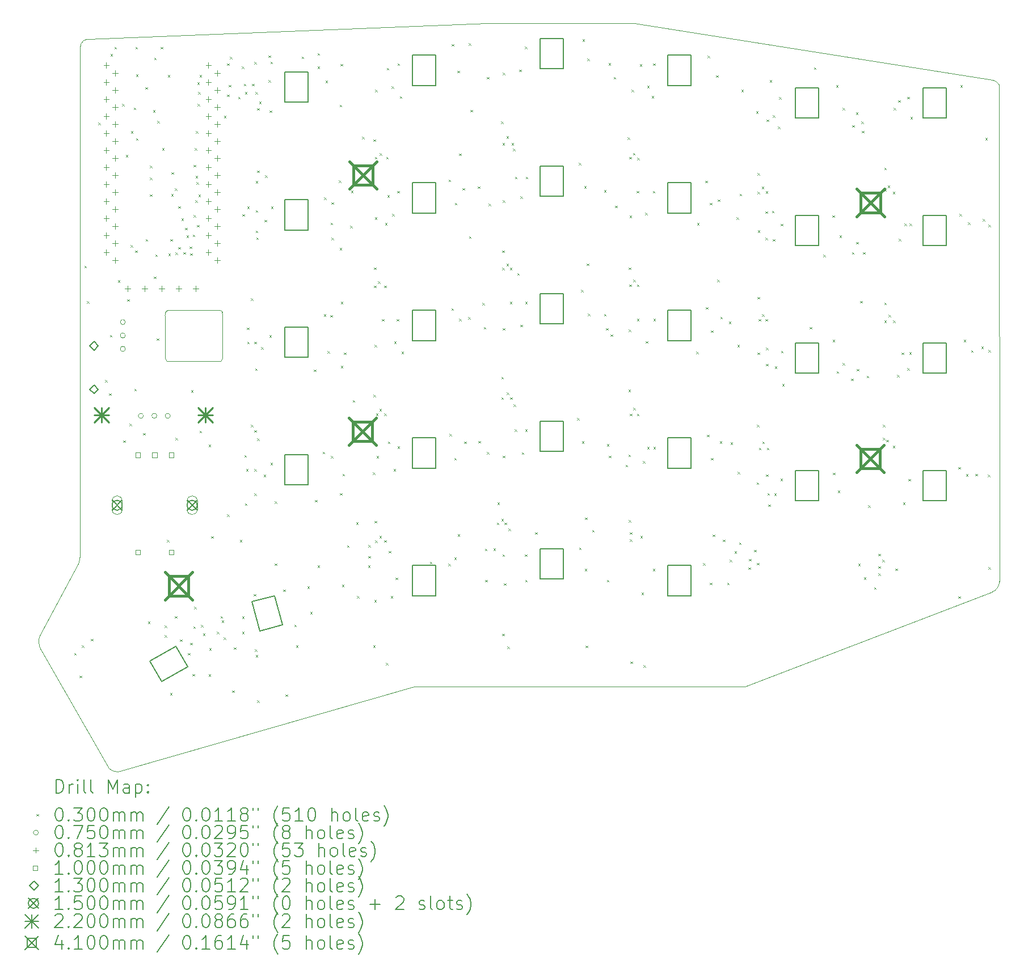
<source format=gbr>
%TF.GenerationSoftware,KiCad,Pcbnew,8.99.0-3407-g6a48e2c35a*%
%TF.CreationDate,2025-03-01T14:51:36+00:00*%
%TF.ProjectId,DragonBoard,44726167-6f6e-4426-9f61-72642e6b6963,rev?*%
%TF.SameCoordinates,Original*%
%TF.FileFunction,Drillmap*%
%TF.FilePolarity,Positive*%
%FSLAX45Y45*%
G04 Gerber Fmt 4.5, Leading zero omitted, Abs format (unit mm)*
G04 Created by KiCad (PCBNEW 8.99.0-3407-g6a48e2c35a) date 2025-03-01 14:51:36*
%MOMM*%
%LPD*%
G01*
G04 APERTURE LIST*
%ADD10C,0.100000*%
%ADD11C,0.150000*%
%ADD12C,0.200000*%
%ADD13C,0.130000*%
%ADD14C,0.220000*%
%ADD15C,0.410000*%
G04 APERTURE END LIST*
D10*
X8919368Y-3734881D02*
X8942585Y-3732540D01*
X8897744Y-3741594D02*
X8919368Y-3734881D01*
X8820000Y-11505000D02*
X8800000Y-11565000D01*
X8210000Y-12690000D02*
X8220000Y-12640000D01*
X8827526Y-11440000D02*
X8820000Y-11505000D01*
X8847059Y-3783333D02*
X8861126Y-3766283D01*
X8827386Y-3847743D02*
X8829726Y-3824526D01*
X8836438Y-3802901D02*
X8847059Y-3783333D01*
X8220000Y-12640000D02*
X8800000Y-11565000D01*
X8878175Y-3752216D02*
X8897744Y-3741594D01*
X8861126Y-3766283D02*
X8878175Y-3752216D01*
X8829726Y-3824526D02*
X8836438Y-3802901D01*
X22528388Y-4399781D02*
X22537028Y-4417867D01*
X9255000Y-14620000D02*
X8230000Y-12840000D01*
X17095000Y-3500000D02*
X22447544Y-4344515D01*
X22542438Y-4437457D02*
X22544318Y-4458190D01*
X22537028Y-4417867D02*
X22542438Y-4437457D01*
X22467711Y-4349678D02*
X22486187Y-4358147D01*
X22447544Y-4344515D02*
X22467711Y-4349678D01*
X9255000Y-14620000D02*
X9290000Y-14650000D01*
X13815413Y-13400000D02*
X18750000Y-13400000D01*
X8230000Y-12840000D02*
X8215000Y-12790000D01*
X8210000Y-12730000D02*
X8210000Y-12690000D01*
X9335000Y-14665000D02*
X9390000Y-14675000D01*
X8215000Y-12790000D02*
X8210000Y-12730000D01*
X9290000Y-14650000D02*
X9335000Y-14665000D01*
X22438639Y-11992865D02*
X18750000Y-13400000D01*
X22516832Y-4383558D02*
X22528388Y-4399781D01*
X22486187Y-4358147D02*
X22502662Y-4369560D01*
X14900000Y-3500000D02*
X17095000Y-3500000D01*
X22502662Y-4369560D02*
X22516832Y-4383558D01*
X13815413Y-13400000D02*
X9390000Y-14675000D01*
X22544318Y-4458190D02*
X22547018Y-11835000D01*
X10943912Y-7800264D02*
X10913912Y-7780264D01*
D11*
X12230000Y-10390000D02*
X11880000Y-10390000D01*
X21405000Y-4915000D02*
X21405000Y-4465000D01*
X16040000Y-11795000D02*
X15690000Y-11795000D01*
X17595000Y-6330264D02*
X17595000Y-5880264D01*
D10*
X10943912Y-8520264D02*
X10953912Y-8490264D01*
D11*
X17595000Y-12045000D02*
X17595000Y-11595000D01*
X12230000Y-8035000D02*
X12230000Y-8485000D01*
X17595000Y-11595000D02*
X17945000Y-11595000D01*
X17945000Y-6330264D02*
X17595000Y-6330264D01*
X12230000Y-6135000D02*
X12230000Y-6585000D01*
D10*
X22547018Y-11835000D02*
G75*
G02*
X22438637Y-11992859I-175038J4040D01*
G01*
D11*
X11728452Y-12046114D02*
X11844921Y-12480781D01*
X17595000Y-8235000D02*
X17595000Y-7785000D01*
X13785000Y-7785000D02*
X14135000Y-7785000D01*
X19500000Y-8725000D02*
X19500000Y-8275000D01*
X16040000Y-4175000D02*
X15690000Y-4175000D01*
X19500000Y-8275000D02*
X19850000Y-8275000D01*
X17595000Y-9690000D02*
X17945000Y-9690000D01*
X15690000Y-6080000D02*
X15690000Y-5630000D01*
X15690000Y-4175000D02*
X15690000Y-3725000D01*
X11880000Y-8485000D02*
X11880000Y-8035000D01*
X21755000Y-4915000D02*
X21405000Y-4915000D01*
X17595000Y-7785000D02*
X17945000Y-7785000D01*
D10*
X10103912Y-7800264D02*
X10099884Y-7816378D01*
X10923912Y-8540264D02*
X10943912Y-8520264D01*
D11*
X19850000Y-6370000D02*
X19850000Y-6820000D01*
D10*
X10103912Y-8520264D02*
X10123912Y-8540264D01*
X8827526Y-11440000D02*
X8827386Y-3847743D01*
D11*
X14135000Y-10140000D02*
X13785000Y-10140000D01*
X16040000Y-7535000D02*
X16040000Y-7985000D01*
X19500949Y-4465000D02*
X19850949Y-4465000D01*
X13785000Y-4425000D02*
X13785000Y-3975000D01*
X12230000Y-8485000D02*
X11880000Y-8485000D01*
X17945000Y-10140000D02*
X17595000Y-10140000D01*
X19500000Y-6370000D02*
X19850000Y-6370000D01*
X13785000Y-10140000D02*
X13785000Y-9690000D01*
X21755000Y-10180000D02*
X21755000Y-10630000D01*
D10*
X10913912Y-7780264D02*
X10133912Y-7780264D01*
D11*
X17595000Y-10140000D02*
X17595000Y-9690000D01*
X11506847Y-12571367D02*
X11390378Y-12136701D01*
D10*
X10093912Y-7864885D02*
X10093912Y-8490264D01*
D11*
X15690000Y-7985000D02*
X15690000Y-7535000D01*
X21405000Y-8725000D02*
X21405000Y-8275000D01*
X10040079Y-13329318D02*
X9865079Y-13026209D01*
X12230000Y-6585000D02*
X11880000Y-6585000D01*
X13785000Y-11595000D02*
X14135000Y-11595000D01*
X11880000Y-4675000D02*
X11880000Y-4225000D01*
X19850000Y-10180000D02*
X19850000Y-10630000D01*
X21755000Y-10630000D02*
X21405000Y-10630000D01*
X14135000Y-7785000D02*
X14135000Y-8235000D01*
X21405000Y-6370000D02*
X21755000Y-6370000D01*
X19850949Y-4915000D02*
X19500949Y-4915000D01*
X16040000Y-11345000D02*
X16040000Y-11795000D01*
X10429790Y-13104318D02*
X10040079Y-13329318D01*
X12230000Y-4225000D02*
X12230000Y-4675000D01*
X14135000Y-5880000D02*
X14135000Y-6330000D01*
X13785000Y-5880000D02*
X14135000Y-5880000D01*
X9865079Y-13026209D02*
X10254790Y-12801210D01*
X21405000Y-10630000D02*
X21405000Y-10180000D01*
X14135000Y-3975000D02*
X14135000Y-4425000D01*
D10*
X10133912Y-7780264D02*
X10103912Y-7800264D01*
D11*
X13785000Y-3975000D02*
X14135000Y-3975000D01*
X16040000Y-9440000D02*
X16040000Y-9890000D01*
D10*
X10953912Y-8490264D02*
X10953912Y-7864885D01*
D11*
X14135000Y-6330000D02*
X13785000Y-6330000D01*
X15690000Y-5630000D02*
X16040000Y-5630000D01*
X21405000Y-10180000D02*
X21755000Y-10180000D01*
X17595000Y-5880264D02*
X17945000Y-5880264D01*
D10*
X14900000Y-3500000D02*
X8942585Y-3732540D01*
D11*
X15690000Y-3725000D02*
X16040000Y-3725000D01*
X11880000Y-9940000D02*
X12230000Y-9940000D01*
X13785000Y-12045000D02*
X13785000Y-11595000D01*
X21405000Y-8275000D02*
X21755000Y-8275000D01*
X13785000Y-9690000D02*
X14135000Y-9690000D01*
X19850949Y-4465000D02*
X19850949Y-4915000D01*
X16040000Y-5630000D02*
X16040000Y-6080000D01*
X21755000Y-8725000D02*
X21405000Y-8725000D01*
X11880000Y-6585000D02*
X11880000Y-6135000D01*
X19850000Y-8725000D02*
X19500000Y-8725000D01*
X14135000Y-11595000D02*
X14135000Y-12045000D01*
X14135000Y-8235000D02*
X13785000Y-8235000D01*
X17945000Y-8235000D02*
X17595000Y-8235000D01*
D10*
X10123912Y-8540264D02*
X10923912Y-8540264D01*
D11*
X11880000Y-10390000D02*
X11880000Y-9940000D01*
X21755000Y-6370000D02*
X21755000Y-6820000D01*
X12230000Y-4675000D02*
X11880000Y-4675000D01*
D10*
X10093912Y-8490264D02*
X10103912Y-8520264D01*
D11*
X14135000Y-12045000D02*
X13785000Y-12045000D01*
X19500000Y-10630000D02*
X19500000Y-10180000D01*
X15690000Y-11795000D02*
X15690000Y-11345000D01*
X14135000Y-4425000D02*
X13785000Y-4425000D01*
X19500949Y-4915000D02*
X19500949Y-4465000D01*
X13785000Y-8235000D02*
X13785000Y-7785000D01*
D10*
X10947941Y-7816378D02*
X10943912Y-7800264D01*
D11*
X10254790Y-12801210D02*
X10429790Y-13104318D01*
X16040000Y-6080000D02*
X15690000Y-6080000D01*
X19500000Y-10180000D02*
X19850000Y-10180000D01*
X11880000Y-4225000D02*
X12230000Y-4225000D01*
X17945000Y-4425000D02*
X17595000Y-4425000D01*
X11880000Y-6135000D02*
X12230000Y-6135000D01*
X11390378Y-12136701D02*
X11728452Y-12046114D01*
X13785000Y-6330000D02*
X13785000Y-5880000D01*
X11880000Y-8035000D02*
X12230000Y-8035000D01*
X16040000Y-7985000D02*
X15690000Y-7985000D01*
D10*
X10947941Y-7816378D02*
G75*
G02*
X10953913Y-7864885I-193951J-48502D01*
G01*
D11*
X14135000Y-9690000D02*
X14135000Y-10140000D01*
X21405000Y-6820000D02*
X21405000Y-6370000D01*
X16040000Y-3725000D02*
X16040000Y-4175000D01*
X17945000Y-9690000D02*
X17945000Y-10140000D01*
X17595000Y-3975000D02*
X17945000Y-3975000D01*
X19850000Y-10630000D02*
X19500000Y-10630000D01*
X15690000Y-11345000D02*
X16040000Y-11345000D01*
X21755000Y-4465000D02*
X21755000Y-4915000D01*
X12230000Y-9940000D02*
X12230000Y-10390000D01*
X17945000Y-12045000D02*
X17595000Y-12045000D01*
X17945000Y-7785000D02*
X17945000Y-8235000D01*
X15690000Y-7535000D02*
X16040000Y-7535000D01*
X19500000Y-6820000D02*
X19500000Y-6370000D01*
X21755000Y-6820000D02*
X21405000Y-6820000D01*
X19850000Y-8275000D02*
X19850000Y-8725000D01*
X15690000Y-9440000D02*
X16040000Y-9440000D01*
X21405000Y-4465000D02*
X21755000Y-4465000D01*
X17945000Y-3975000D02*
X17945000Y-4425000D01*
X19850000Y-6820000D02*
X19500000Y-6820000D01*
X16040000Y-9890000D02*
X15690000Y-9890000D01*
X17595000Y-4425000D02*
X17595000Y-3975000D01*
X15690000Y-9890000D02*
X15690000Y-9440000D01*
D10*
X10093912Y-7864885D02*
G75*
G02*
X10099885Y-7816378I200078J-15D01*
G01*
D11*
X17945000Y-11595000D02*
X17945000Y-12045000D01*
X21755000Y-8275000D02*
X21755000Y-8725000D01*
X17945000Y-5880264D02*
X17945000Y-6330264D01*
X11844921Y-12480781D02*
X11506847Y-12571367D01*
D12*
D10*
X8738912Y-12900264D02*
X8768912Y-12930264D01*
X8768912Y-12900264D02*
X8738912Y-12930264D01*
X8818912Y-13240264D02*
X8848912Y-13270264D01*
X8848912Y-13240264D02*
X8818912Y-13270264D01*
X8853912Y-12785264D02*
X8883912Y-12815264D01*
X8883912Y-12785264D02*
X8853912Y-12815264D01*
X8891412Y-7117764D02*
X8921412Y-7147764D01*
X8921412Y-7117764D02*
X8891412Y-7147764D01*
X8926412Y-7650264D02*
X8956412Y-7680264D01*
X8956412Y-7650264D02*
X8926412Y-7680264D01*
X8988912Y-12690264D02*
X9018912Y-12720264D01*
X9018912Y-12690264D02*
X8988912Y-12720264D01*
X9098912Y-4982764D02*
X9128912Y-5012764D01*
X9128912Y-4982764D02*
X9098912Y-5012764D01*
X9198912Y-8825264D02*
X9228912Y-8855264D01*
X9228912Y-8825264D02*
X9198912Y-8855264D01*
X9256412Y-9022764D02*
X9286412Y-9052764D01*
X9286412Y-9022764D02*
X9256412Y-9052764D01*
X9271412Y-8152764D02*
X9301412Y-8182764D01*
X9301412Y-8152764D02*
X9271412Y-8182764D01*
X9281412Y-3957764D02*
X9311412Y-3987764D01*
X9311412Y-3957764D02*
X9281412Y-3987764D01*
X9339898Y-3851778D02*
X9369898Y-3881778D01*
X9369898Y-3851778D02*
X9339898Y-3881778D01*
X9391412Y-7335264D02*
X9421412Y-7365264D01*
X9421412Y-7335264D02*
X9391412Y-7365264D01*
X9453912Y-4702089D02*
X9483912Y-4732089D01*
X9483912Y-4702089D02*
X9453912Y-4732089D01*
X9468912Y-9725264D02*
X9498912Y-9755264D01*
X9498912Y-9725264D02*
X9468912Y-9755264D01*
X9509898Y-5461778D02*
X9539898Y-5491778D01*
X9539898Y-5461778D02*
X9509898Y-5491778D01*
X9528912Y-7617764D02*
X9558912Y-7647764D01*
X9558912Y-7617764D02*
X9528912Y-7647764D01*
X9561412Y-9477764D02*
X9591412Y-9507764D01*
X9591412Y-9477764D02*
X9561412Y-9507764D01*
X9579898Y-6810264D02*
X9609898Y-6840264D01*
X9609898Y-6810264D02*
X9579898Y-6840264D01*
X9583912Y-5110264D02*
X9613912Y-5140264D01*
X9613912Y-5110264D02*
X9583912Y-5140264D01*
X9626412Y-4755264D02*
X9656412Y-4785264D01*
X9656412Y-4755264D02*
X9626412Y-4785264D01*
X9633912Y-8955264D02*
X9663912Y-8985264D01*
X9663912Y-8955264D02*
X9633912Y-8985264D01*
X9650162Y-6891514D02*
X9680162Y-6921514D01*
X9680162Y-6891514D02*
X9650162Y-6921514D01*
X9653912Y-3851778D02*
X9683912Y-3881778D01*
X9683912Y-3851778D02*
X9653912Y-3881778D01*
X9659898Y-5215264D02*
X9689898Y-5245264D01*
X9689898Y-5215264D02*
X9659898Y-5245264D01*
X9661412Y-4262764D02*
X9691412Y-4292764D01*
X9691412Y-4262764D02*
X9661412Y-4292764D01*
X9766412Y-9617764D02*
X9796412Y-9647764D01*
X9796412Y-9617764D02*
X9766412Y-9647764D01*
X9799898Y-4451778D02*
X9829898Y-4481778D01*
X9829898Y-4451778D02*
X9799898Y-4481778D01*
X9803912Y-6721778D02*
X9833912Y-6751778D01*
X9833912Y-6721778D02*
X9803912Y-6751778D01*
X9838912Y-12431350D02*
X9868912Y-12461350D01*
X9868912Y-12431350D02*
X9838912Y-12461350D01*
X9866412Y-5625264D02*
X9896412Y-5655264D01*
X9896412Y-5625264D02*
X9866412Y-5655264D01*
X9866412Y-5802764D02*
X9896412Y-5832764D01*
X9896412Y-5802764D02*
X9866412Y-5832764D01*
X9866412Y-6052764D02*
X9896412Y-6082764D01*
X9896412Y-6052764D02*
X9866412Y-6082764D01*
X9913912Y-4792764D02*
X9943912Y-4822764D01*
X9943912Y-4792764D02*
X9913912Y-4822764D01*
X9926412Y-7280264D02*
X9956412Y-7310264D01*
X9956412Y-7280264D02*
X9926412Y-7310264D01*
X9931412Y-4012764D02*
X9961412Y-4042764D01*
X9961412Y-4012764D02*
X9931412Y-4042764D01*
X9949898Y-6950264D02*
X9979898Y-6980264D01*
X9979898Y-6950264D02*
X9949898Y-6980264D01*
X9968912Y-8202764D02*
X9998912Y-8232764D01*
X9998912Y-8202764D02*
X9968912Y-8232764D01*
X9978912Y-4956089D02*
X10008912Y-4986089D01*
X10008912Y-4956089D02*
X9978912Y-4986089D01*
X10028912Y-3851778D02*
X10058912Y-3881778D01*
X10058912Y-3851778D02*
X10028912Y-3881778D01*
X10048912Y-5360264D02*
X10078912Y-5390264D01*
X10078912Y-5360264D02*
X10048912Y-5390264D01*
X10088912Y-12490264D02*
X10118912Y-12520264D01*
X10118912Y-12490264D02*
X10088912Y-12520264D01*
X10088912Y-12635264D02*
X10118912Y-12665264D01*
X10118912Y-12635264D02*
X10088912Y-12665264D01*
X10121412Y-11212000D02*
X10151412Y-11242000D01*
X10151412Y-11212000D02*
X10121412Y-11242000D01*
X10133912Y-4270264D02*
X10163912Y-4300264D01*
X10163912Y-4270264D02*
X10133912Y-4300264D01*
X10143648Y-6935528D02*
X10173648Y-6965528D01*
X10173648Y-6935528D02*
X10143648Y-6965528D01*
X10168912Y-13500264D02*
X10198912Y-13530264D01*
X10198912Y-13500264D02*
X10168912Y-13530264D01*
X10173912Y-6721778D02*
X10203912Y-6751778D01*
X10203912Y-6721778D02*
X10173912Y-6751778D01*
X10183912Y-6047764D02*
X10213912Y-6077764D01*
X10213912Y-6047764D02*
X10183912Y-6077764D01*
X10187721Y-5721578D02*
X10217721Y-5751578D01*
X10217721Y-5721578D02*
X10187721Y-5751578D01*
X10238912Y-12350264D02*
X10268912Y-12380264D01*
X10268912Y-12350264D02*
X10238912Y-12380264D01*
X10240221Y-5965264D02*
X10270221Y-5995264D01*
X10270221Y-5965264D02*
X10240221Y-5995264D01*
X10248912Y-9690264D02*
X10278912Y-9720264D01*
X10278912Y-9690264D02*
X10248912Y-9720264D01*
X10249898Y-6921778D02*
X10279898Y-6951778D01*
X10279898Y-6921778D02*
X10249898Y-6951778D01*
X10289898Y-6840264D02*
X10319898Y-6870264D01*
X10319898Y-6840264D02*
X10289898Y-6870264D01*
X10292721Y-6229578D02*
X10322721Y-6259578D01*
X10322721Y-6229578D02*
X10292721Y-6259578D01*
X10318912Y-12700264D02*
X10348912Y-12730264D01*
X10348912Y-12700264D02*
X10318912Y-12730264D01*
X10338912Y-6411778D02*
X10368912Y-6441778D01*
X10368912Y-6411778D02*
X10338912Y-6441778D01*
X10369898Y-6915264D02*
X10399898Y-6945264D01*
X10399898Y-6915264D02*
X10369898Y-6945264D01*
X10393912Y-6551778D02*
X10423912Y-6581778D01*
X10423912Y-6551778D02*
X10393912Y-6581778D01*
X10413912Y-6664326D02*
X10443912Y-6694326D01*
X10443912Y-6664326D02*
X10413912Y-6694326D01*
X10433912Y-12900264D02*
X10463912Y-12930264D01*
X10463912Y-12900264D02*
X10433912Y-12930264D01*
X10458912Y-6832764D02*
X10488912Y-6862764D01*
X10488912Y-6832764D02*
X10458912Y-6862764D01*
X10468912Y-12750264D02*
X10498912Y-12780264D01*
X10498912Y-12750264D02*
X10468912Y-12780264D01*
X10469898Y-6931778D02*
X10499898Y-6961778D01*
X10499898Y-6931778D02*
X10469898Y-6961778D01*
X10481412Y-8975264D02*
X10511412Y-9005264D01*
X10511412Y-8975264D02*
X10481412Y-9005264D01*
X10503912Y-13214360D02*
X10533912Y-13244360D01*
X10533912Y-13214360D02*
X10503912Y-13244360D01*
X10508769Y-6655264D02*
X10538769Y-6685264D01*
X10538769Y-6655264D02*
X10508769Y-6685264D01*
X10513912Y-12505264D02*
X10543912Y-12535264D01*
X10543912Y-12505264D02*
X10513912Y-12535264D01*
X10518912Y-6359061D02*
X10548912Y-6389061D01*
X10548912Y-6359061D02*
X10518912Y-6389061D01*
X10521412Y-5612764D02*
X10551412Y-5642764D01*
X10551412Y-5612764D02*
X10521412Y-5642764D01*
X10528912Y-12210264D02*
X10558912Y-12240264D01*
X10558912Y-12210264D02*
X10528912Y-12240264D01*
X10536825Y-5362352D02*
X10566825Y-5392352D01*
X10566825Y-5362352D02*
X10536825Y-5392352D01*
X10544324Y-6139852D02*
X10574324Y-6169852D01*
X10574324Y-6139852D02*
X10544324Y-6169852D01*
X10548912Y-5775264D02*
X10578912Y-5805264D01*
X10578912Y-5775264D02*
X10548912Y-5805264D01*
X10554324Y-5109852D02*
X10584324Y-5139852D01*
X10584324Y-5109852D02*
X10554324Y-5139852D01*
X10563912Y-5871514D02*
X10593912Y-5901514D01*
X10593912Y-5871514D02*
X10563912Y-5901514D01*
X10568648Y-6510528D02*
X10598648Y-6540528D01*
X10598648Y-6510528D02*
X10568648Y-6540528D01*
X10575930Y-4378646D02*
X10605930Y-4408646D01*
X10605930Y-4378646D02*
X10575930Y-4408646D01*
X10581412Y-4702764D02*
X10611412Y-4732764D01*
X10611412Y-4702764D02*
X10581412Y-4732764D01*
X10586412Y-4525264D02*
X10616412Y-4555264D01*
X10616412Y-4525264D02*
X10586412Y-4555264D01*
X10591412Y-6057764D02*
X10621412Y-6087764D01*
X10621412Y-6057764D02*
X10591412Y-6087764D01*
X10608074Y-9584426D02*
X10638074Y-9614426D01*
X10638074Y-9584426D02*
X10608074Y-9614426D01*
X10608912Y-4270264D02*
X10638912Y-4300264D01*
X10638912Y-4270264D02*
X10608912Y-4300264D01*
X10627994Y-12481182D02*
X10657994Y-12511182D01*
X10657994Y-12481182D02*
X10627994Y-12511182D01*
X10658912Y-12610264D02*
X10688912Y-12640264D01*
X10688912Y-12610264D02*
X10658912Y-12640264D01*
X10743912Y-9790264D02*
X10773912Y-9820264D01*
X10773912Y-9790264D02*
X10743912Y-9820264D01*
X10743912Y-13220264D02*
X10773912Y-13250264D01*
X10773912Y-13220264D02*
X10743912Y-13250264D01*
X10751412Y-12830264D02*
X10781412Y-12860264D01*
X10781412Y-12830264D02*
X10751412Y-12860264D01*
X10783912Y-11159500D02*
X10813912Y-11189500D01*
X10813912Y-11159500D02*
X10783912Y-11189500D01*
X10868912Y-12585264D02*
X10898912Y-12615264D01*
X10898912Y-12585264D02*
X10868912Y-12615264D01*
X10921412Y-12351082D02*
X10951412Y-12381082D01*
X10951412Y-12351082D02*
X10921412Y-12381082D01*
X10938912Y-12416082D02*
X10968912Y-12446082D01*
X10968912Y-12416082D02*
X10938912Y-12446082D01*
X10968912Y-12670264D02*
X10998912Y-12700264D01*
X10998912Y-12670264D02*
X10968912Y-12700264D01*
X10974786Y-4881138D02*
X11004786Y-4911138D01*
X11004786Y-4881138D02*
X10974786Y-4911138D01*
X11018912Y-4095264D02*
X11048912Y-4125264D01*
X11048912Y-4095264D02*
X11018912Y-4125264D01*
X11018912Y-10830264D02*
X11048912Y-10860264D01*
X11048912Y-10830264D02*
X11018912Y-10860264D01*
X11019412Y-4563639D02*
X11049412Y-4593639D01*
X11049412Y-4563639D02*
X11019412Y-4593639D01*
X11044669Y-4419507D02*
X11074669Y-4449507D01*
X11074669Y-4419507D02*
X11044669Y-4449507D01*
X11063912Y-4000264D02*
X11093912Y-4030264D01*
X11093912Y-4000264D02*
X11063912Y-4030264D01*
X11093912Y-13460264D02*
X11123912Y-13490264D01*
X11123912Y-13460264D02*
X11093912Y-13490264D01*
X11118912Y-12815264D02*
X11148912Y-12845264D01*
X11148912Y-12815264D02*
X11118912Y-12845264D01*
X11183912Y-4597764D02*
X11213912Y-4627764D01*
X11213912Y-4597764D02*
X11183912Y-4627764D01*
X11208912Y-11212000D02*
X11238912Y-11242000D01*
X11238912Y-11212000D02*
X11208912Y-11242000D01*
X11241870Y-4145305D02*
X11271870Y-4175305D01*
X11271870Y-4145305D02*
X11241870Y-4175305D01*
X11243912Y-12355264D02*
X11273912Y-12385264D01*
X11273912Y-12355264D02*
X11243912Y-12385264D01*
X11243912Y-12585264D02*
X11273912Y-12615264D01*
X11273912Y-12585264D02*
X11243912Y-12615264D01*
X11248912Y-6350264D02*
X11278912Y-6380264D01*
X11278912Y-6350264D02*
X11248912Y-6380264D01*
X11268912Y-4400000D02*
X11298912Y-4430000D01*
X11298912Y-4400000D02*
X11268912Y-4430000D01*
X11278912Y-9945264D02*
X11308912Y-9975264D01*
X11308912Y-9945264D02*
X11278912Y-9975264D01*
X11284812Y-4525264D02*
X11314812Y-4555264D01*
X11314812Y-4525264D02*
X11284812Y-4555264D01*
X11286412Y-10665264D02*
X11316412Y-10695264D01*
X11316412Y-10665264D02*
X11286412Y-10695264D01*
X11301412Y-10155264D02*
X11331412Y-10185264D01*
X11331412Y-10155264D02*
X11301412Y-10185264D01*
X11313912Y-8040264D02*
X11343912Y-8070264D01*
X11343912Y-8040264D02*
X11313912Y-8070264D01*
X11318912Y-6235264D02*
X11348912Y-6265264D01*
X11348912Y-6235264D02*
X11318912Y-6265264D01*
X11321412Y-8255264D02*
X11351412Y-8285264D01*
X11351412Y-8255264D02*
X11321412Y-8285264D01*
X11373912Y-7605264D02*
X11403912Y-7635264D01*
X11403912Y-7605264D02*
X11373912Y-7635264D01*
X11373912Y-9495264D02*
X11403912Y-9525264D01*
X11403912Y-9495264D02*
X11373912Y-9525264D01*
X11391412Y-4400000D02*
X11421412Y-4430000D01*
X11421412Y-4400000D02*
X11391412Y-4430000D01*
X11418912Y-12020264D02*
X11448912Y-12050264D01*
X11448912Y-12020264D02*
X11418912Y-12050264D01*
X11426412Y-8255264D02*
X11456412Y-8285264D01*
X11456412Y-8255264D02*
X11426412Y-8285264D01*
X11426412Y-9575264D02*
X11456412Y-9605264D01*
X11456412Y-9575264D02*
X11426412Y-9605264D01*
X11426412Y-10155264D02*
X11456412Y-10185264D01*
X11456412Y-10155264D02*
X11426412Y-10185264D01*
X11426412Y-10520264D02*
X11456412Y-10550264D01*
X11456412Y-10520264D02*
X11426412Y-10550264D01*
X11428027Y-4073349D02*
X11458027Y-4103349D01*
X11458027Y-4073349D02*
X11428027Y-4103349D01*
X11436412Y-12847764D02*
X11466412Y-12877764D01*
X11466412Y-12847764D02*
X11436412Y-12877764D01*
X11438912Y-8650264D02*
X11468912Y-8680264D01*
X11468912Y-8650264D02*
X11438912Y-8680264D01*
X11441412Y-4525264D02*
X11471412Y-4555264D01*
X11471412Y-4525264D02*
X11441412Y-4555264D01*
X11446412Y-5852764D02*
X11476412Y-5882764D01*
X11476412Y-5852764D02*
X11446412Y-5882764D01*
X11446412Y-6287764D02*
X11476412Y-6317764D01*
X11476412Y-6287764D02*
X11446412Y-6317764D01*
X11446412Y-6595264D02*
X11476412Y-6625264D01*
X11476412Y-6595264D02*
X11446412Y-6625264D01*
X11448912Y-12932764D02*
X11478912Y-12962764D01*
X11478912Y-12932764D02*
X11448912Y-12962764D01*
X11453912Y-6695364D02*
X11483912Y-6725364D01*
X11483912Y-6695364D02*
X11453912Y-6725364D01*
X11468912Y-4765264D02*
X11498912Y-4795264D01*
X11498912Y-4765264D02*
X11468912Y-4795264D01*
X11468912Y-9695264D02*
X11498912Y-9725264D01*
X11498912Y-9695264D02*
X11468912Y-9725264D01*
X11468912Y-13610264D02*
X11498912Y-13640264D01*
X11498912Y-13610264D02*
X11468912Y-13640264D01*
X11470000Y-5695264D02*
X11500000Y-5725264D01*
X11500000Y-5695264D02*
X11470000Y-5725264D01*
X11498912Y-4669637D02*
X11528912Y-4699637D01*
X11528912Y-4669637D02*
X11498912Y-4699637D01*
X11528912Y-8332500D02*
X11558912Y-8362500D01*
X11558912Y-8332500D02*
X11528912Y-8362500D01*
X11563912Y-10237500D02*
X11593912Y-10267500D01*
X11593912Y-10237500D02*
X11563912Y-10267500D01*
X11578912Y-6432500D02*
X11608912Y-6462500D01*
X11608912Y-6432500D02*
X11578912Y-6462500D01*
X11586412Y-5770264D02*
X11616412Y-5800264D01*
X11616412Y-5770264D02*
X11586412Y-5800264D01*
X11636627Y-3977549D02*
X11666627Y-4007549D01*
X11666627Y-3977549D02*
X11636627Y-4007549D01*
X11638912Y-4347500D02*
X11668912Y-4377500D01*
X11668912Y-4347500D02*
X11638912Y-4377500D01*
X11648912Y-8157500D02*
X11678912Y-8187500D01*
X11678912Y-8157500D02*
X11648912Y-8187500D01*
X11656412Y-4800264D02*
X11686412Y-4830264D01*
X11686412Y-4800264D02*
X11656412Y-4830264D01*
X11668912Y-4072549D02*
X11698912Y-4102549D01*
X11698912Y-4072549D02*
X11668912Y-4102549D01*
X11668912Y-10062500D02*
X11698912Y-10092500D01*
X11698912Y-10062500D02*
X11668912Y-10092500D01*
X11673912Y-6235264D02*
X11703912Y-6265264D01*
X11703912Y-6235264D02*
X11673912Y-6265264D01*
X11728912Y-10635264D02*
X11758912Y-10665264D01*
X11758912Y-10635264D02*
X11728912Y-10665264D01*
X11728912Y-11562764D02*
X11758912Y-11592764D01*
X11758912Y-11562764D02*
X11728912Y-11592764D01*
X11858912Y-11955264D02*
X11888912Y-11985264D01*
X11888912Y-11955264D02*
X11858912Y-11985264D01*
X11893912Y-13520264D02*
X11923912Y-13550264D01*
X11923912Y-13520264D02*
X11893912Y-13550264D01*
X12023912Y-12477764D02*
X12053912Y-12507764D01*
X12053912Y-12477764D02*
X12023912Y-12507764D01*
X12048912Y-12787764D02*
X12078912Y-12817764D01*
X12078912Y-12787764D02*
X12048912Y-12817764D01*
X12132356Y-3995264D02*
X12162356Y-4025264D01*
X12162356Y-3995264D02*
X12132356Y-4025264D01*
X12215744Y-11907096D02*
X12245744Y-11937096D01*
X12245744Y-11907096D02*
X12215744Y-11937096D01*
X12261412Y-12287764D02*
X12291412Y-12317764D01*
X12291412Y-12287764D02*
X12261412Y-12317764D01*
X12316412Y-8667764D02*
X12346412Y-8697764D01*
X12346412Y-8667764D02*
X12316412Y-8697764D01*
X12333912Y-10615264D02*
X12363912Y-10645264D01*
X12363912Y-10615264D02*
X12333912Y-10645264D01*
X12368912Y-3945264D02*
X12398912Y-3975264D01*
X12398912Y-3945264D02*
X12368912Y-3975264D01*
X12368912Y-4145264D02*
X12398912Y-4175264D01*
X12398912Y-4145264D02*
X12368912Y-4175264D01*
X12368912Y-11595264D02*
X12398912Y-11625264D01*
X12398912Y-11595264D02*
X12368912Y-11625264D01*
X12447236Y-9895264D02*
X12477236Y-9925264D01*
X12477236Y-9895264D02*
X12447236Y-9925264D01*
X12463912Y-7845264D02*
X12493912Y-7875264D01*
X12493912Y-7845264D02*
X12463912Y-7875264D01*
X12468912Y-6100264D02*
X12498912Y-6130264D01*
X12498912Y-6100264D02*
X12468912Y-6130264D01*
X12487748Y-4354100D02*
X12517748Y-4384100D01*
X12517748Y-4354100D02*
X12487748Y-4384100D01*
X12518912Y-8395264D02*
X12548912Y-8425264D01*
X12548912Y-8395264D02*
X12518912Y-8425264D01*
X12558912Y-7855264D02*
X12588912Y-7885264D01*
X12588912Y-7855264D02*
X12558912Y-7885264D01*
X12563912Y-6475264D02*
X12593912Y-6505264D01*
X12593912Y-6475264D02*
X12563912Y-6505264D01*
X12568912Y-9960264D02*
X12598912Y-9990264D01*
X12598912Y-9960264D02*
X12568912Y-9990264D01*
X12578031Y-6700703D02*
X12608031Y-6730703D01*
X12608031Y-6700703D02*
X12578031Y-6730703D01*
X12578912Y-6170264D02*
X12608912Y-6200264D01*
X12608912Y-6170264D02*
X12578912Y-6200264D01*
X12688912Y-5845264D02*
X12718912Y-5875264D01*
X12718912Y-5845264D02*
X12688912Y-5875264D01*
X12698912Y-4715264D02*
X12728912Y-4745264D01*
X12728912Y-4715264D02*
X12698912Y-4745264D01*
X12698912Y-6852764D02*
X12728912Y-6882764D01*
X12728912Y-6852764D02*
X12698912Y-6882764D01*
X12703912Y-10515264D02*
X12733912Y-10545264D01*
X12733912Y-10515264D02*
X12703912Y-10545264D01*
X12713912Y-4105264D02*
X12743912Y-4135264D01*
X12743912Y-4105264D02*
X12713912Y-4135264D01*
X12718912Y-7657864D02*
X12748912Y-7687864D01*
X12748912Y-7657864D02*
X12718912Y-7687864D01*
X12718912Y-8615264D02*
X12748912Y-8645264D01*
X12748912Y-8615264D02*
X12718912Y-8645264D01*
X12733912Y-11882764D02*
X12763912Y-11912764D01*
X12763912Y-11882764D02*
X12733912Y-11912764D01*
X12743912Y-10225264D02*
X12773912Y-10255264D01*
X12773912Y-10225264D02*
X12743912Y-10255264D01*
X12763912Y-8415264D02*
X12793912Y-8445264D01*
X12793912Y-8415264D02*
X12763912Y-8445264D01*
X12808912Y-11292764D02*
X12838912Y-11322764D01*
X12838912Y-11292764D02*
X12808912Y-11322764D01*
X12855500Y-6523676D02*
X12885500Y-6553676D01*
X12885500Y-6523676D02*
X12855500Y-6553676D01*
X12868912Y-5995264D02*
X12898912Y-6025264D01*
X12898912Y-5995264D02*
X12868912Y-6025264D01*
X12896412Y-9125264D02*
X12926412Y-9155264D01*
X12926412Y-9125264D02*
X12896412Y-9155264D01*
X12946412Y-10950264D02*
X12976412Y-10980264D01*
X12976412Y-10950264D02*
X12946412Y-10980264D01*
X12958912Y-12050500D02*
X12988912Y-12080500D01*
X12988912Y-12050500D02*
X12958912Y-12080500D01*
X13033912Y-5192764D02*
X13063912Y-5222764D01*
X13063912Y-5192764D02*
X13033912Y-5222764D01*
X13123912Y-11595264D02*
X13153912Y-11625264D01*
X13153912Y-11595264D02*
X13123912Y-11625264D01*
X13128912Y-11290264D02*
X13158912Y-11320264D01*
X13158912Y-11290264D02*
X13128912Y-11320264D01*
X13128912Y-11455264D02*
X13158912Y-11485264D01*
X13158912Y-11455264D02*
X13128912Y-11485264D01*
X13196412Y-10205264D02*
X13226412Y-10235264D01*
X13226412Y-10205264D02*
X13196412Y-10235264D01*
X13198912Y-12785264D02*
X13228912Y-12815264D01*
X13228912Y-12785264D02*
X13198912Y-12815264D01*
X13203912Y-5230264D02*
X13233912Y-5260264D01*
X13233912Y-5230264D02*
X13203912Y-5260264D01*
X13203912Y-9045264D02*
X13233912Y-9075264D01*
X13233912Y-9045264D02*
X13203912Y-9075264D01*
X13213912Y-7145264D02*
X13243912Y-7175264D01*
X13243912Y-7145264D02*
X13213912Y-7175264D01*
X13213912Y-7415264D02*
X13243912Y-7445264D01*
X13243912Y-7415264D02*
X13213912Y-7445264D01*
X13216412Y-12110264D02*
X13246412Y-12140264D01*
X13246412Y-12110264D02*
X13216412Y-12140264D01*
X13218912Y-10930264D02*
X13248912Y-10960264D01*
X13248912Y-10930264D02*
X13218912Y-10960264D01*
X13221412Y-8300264D02*
X13251412Y-8330264D01*
X13251412Y-8300264D02*
X13221412Y-8330264D01*
X13223912Y-5495264D02*
X13253912Y-5525264D01*
X13253912Y-5495264D02*
X13223912Y-5525264D01*
X13223912Y-6395264D02*
X13253912Y-6425264D01*
X13253912Y-6395264D02*
X13223912Y-6425264D01*
X13228912Y-11220264D02*
X13258912Y-11250264D01*
X13258912Y-11220264D02*
X13228912Y-11250264D01*
X13231412Y-4490264D02*
X13261412Y-4520264D01*
X13261412Y-4490264D02*
X13231412Y-4520264D01*
X13241412Y-9325264D02*
X13271412Y-9355264D01*
X13271412Y-9325264D02*
X13241412Y-9355264D01*
X13251412Y-9960264D02*
X13281412Y-9990264D01*
X13281412Y-9960264D02*
X13251412Y-9990264D01*
X13273912Y-7350264D02*
X13303912Y-7380264D01*
X13303912Y-7350264D02*
X13273912Y-7380264D01*
X13293912Y-9255264D02*
X13323912Y-9285264D01*
X13323912Y-9255264D02*
X13293912Y-9285264D01*
X13293912Y-11155264D02*
X13323912Y-11185264D01*
X13323912Y-11155264D02*
X13293912Y-11185264D01*
X13298912Y-5440264D02*
X13328912Y-5470264D01*
X13328912Y-5440264D02*
X13298912Y-5470264D01*
X13328912Y-7915264D02*
X13358912Y-7945264D01*
X13358912Y-7915264D02*
X13328912Y-7945264D01*
X13363912Y-7415264D02*
X13393912Y-7445264D01*
X13393912Y-7415264D02*
X13363912Y-7445264D01*
X13363912Y-9325264D02*
X13393912Y-9355264D01*
X13393912Y-9325264D02*
X13363912Y-9355264D01*
X13363912Y-11215264D02*
X13393912Y-11245264D01*
X13393912Y-11215264D02*
X13363912Y-11245264D01*
X13376412Y-6480264D02*
X13406412Y-6510264D01*
X13406412Y-6480264D02*
X13376412Y-6510264D01*
X13388912Y-13050264D02*
X13418912Y-13080264D01*
X13418912Y-13050264D02*
X13388912Y-13080264D01*
X13393912Y-5495264D02*
X13423912Y-5525264D01*
X13423912Y-5495264D02*
X13393912Y-5525264D01*
X13403912Y-4165264D02*
X13433912Y-4195264D01*
X13433912Y-4165264D02*
X13403912Y-4195264D01*
X13411124Y-6064976D02*
X13441124Y-6094976D01*
X13441124Y-6064976D02*
X13411124Y-6094976D01*
X13418912Y-9745264D02*
X13448912Y-9775264D01*
X13448912Y-9745264D02*
X13418912Y-9775264D01*
X13433912Y-11377764D02*
X13463912Y-11407764D01*
X13463912Y-11377764D02*
X13433912Y-11407764D01*
X13463912Y-12052664D02*
X13493912Y-12082664D01*
X13493912Y-12052664D02*
X13463912Y-12082664D01*
X13476312Y-4437764D02*
X13506312Y-4467764D01*
X13506312Y-4437764D02*
X13476312Y-4467764D01*
X13481412Y-6342764D02*
X13511412Y-6372764D01*
X13511412Y-6342764D02*
X13481412Y-6372764D01*
X13506412Y-10152764D02*
X13536412Y-10182764D01*
X13536412Y-10152764D02*
X13506412Y-10182764D01*
X13511412Y-8247764D02*
X13541412Y-8277764D01*
X13541412Y-8247764D02*
X13511412Y-8277764D01*
X13533912Y-11775264D02*
X13563912Y-11805264D01*
X13563912Y-11775264D02*
X13533912Y-11805264D01*
X13548912Y-7915264D02*
X13578912Y-7945264D01*
X13578912Y-7915264D02*
X13548912Y-7945264D01*
X13558912Y-6002500D02*
X13588912Y-6032500D01*
X13588912Y-6002500D02*
X13558912Y-6032500D01*
X13563912Y-4097500D02*
X13593912Y-4127500D01*
X13593912Y-4097500D02*
X13563912Y-4127500D01*
X13563912Y-9815264D02*
X13593912Y-9845264D01*
X13593912Y-9815264D02*
X13563912Y-9845264D01*
X13596412Y-4587764D02*
X13626412Y-4617764D01*
X13626412Y-4587764D02*
X13596412Y-4617764D01*
X13621412Y-8400264D02*
X13651412Y-8430264D01*
X13651412Y-8400264D02*
X13621412Y-8430264D01*
X14048307Y-11540264D02*
X14078307Y-11570264D01*
X14078307Y-11540264D02*
X14048307Y-11570264D01*
X14321412Y-11567764D02*
X14351412Y-11597764D01*
X14351412Y-11567764D02*
X14321412Y-11597764D01*
X14323912Y-5830264D02*
X14353912Y-5860264D01*
X14353912Y-5830264D02*
X14323912Y-5860264D01*
X14338912Y-9630264D02*
X14368912Y-9660264D01*
X14368912Y-9630264D02*
X14338912Y-9660264D01*
X14368912Y-7755264D02*
X14398912Y-7785264D01*
X14398912Y-7755264D02*
X14368912Y-7785264D01*
X14373912Y-3810264D02*
X14403912Y-3840264D01*
X14403912Y-3810264D02*
X14373912Y-3840264D01*
X14408912Y-9987500D02*
X14438912Y-10017500D01*
X14438912Y-9987500D02*
X14408912Y-10017500D01*
X14408912Y-11475264D02*
X14438912Y-11505264D01*
X14438912Y-11475264D02*
X14408912Y-11505264D01*
X14418912Y-6177500D02*
X14448912Y-6207500D01*
X14448912Y-6177500D02*
X14418912Y-6207500D01*
X14458912Y-4205264D02*
X14488912Y-4235264D01*
X14488912Y-4205264D02*
X14458912Y-4235264D01*
X14461412Y-11130264D02*
X14491412Y-11160264D01*
X14491412Y-11130264D02*
X14461412Y-11160264D01*
X14481412Y-5442764D02*
X14511412Y-5472764D01*
X14511412Y-5442764D02*
X14481412Y-5472764D01*
X14483912Y-7912764D02*
X14513912Y-7942764D01*
X14513912Y-7912764D02*
X14483912Y-7942764D01*
X14531412Y-5960264D02*
X14561412Y-5990264D01*
X14561412Y-5960264D02*
X14531412Y-5990264D01*
X14556412Y-9745264D02*
X14586412Y-9775264D01*
X14586412Y-9745264D02*
X14556412Y-9775264D01*
X14618912Y-7885264D02*
X14648912Y-7915264D01*
X14648912Y-7885264D02*
X14618912Y-7915264D01*
X14626412Y-3795264D02*
X14656412Y-3825264D01*
X14656412Y-3795264D02*
X14626412Y-3825264D01*
X14631412Y-6680264D02*
X14661412Y-6710264D01*
X14661412Y-6680264D02*
X14631412Y-6710264D01*
X14651412Y-4790264D02*
X14681412Y-4820264D01*
X14681412Y-4790264D02*
X14651412Y-4820264D01*
X14763912Y-5935264D02*
X14793912Y-5965264D01*
X14793912Y-5935264D02*
X14763912Y-5965264D01*
X14768912Y-9735264D02*
X14798912Y-9765264D01*
X14798912Y-9735264D02*
X14768912Y-9765264D01*
X14828912Y-7675264D02*
X14858912Y-7705264D01*
X14858912Y-7675264D02*
X14828912Y-7705264D01*
X14848912Y-8035264D02*
X14878912Y-8065264D01*
X14878912Y-8035264D02*
X14848912Y-8065264D01*
X14868912Y-11345264D02*
X14898912Y-11375264D01*
X14898912Y-11345264D02*
X14868912Y-11375264D01*
X14873912Y-11809500D02*
X14903912Y-11839500D01*
X14903912Y-11809500D02*
X14873912Y-11839500D01*
X14898912Y-4300264D02*
X14928912Y-4330264D01*
X14928912Y-4300264D02*
X14898912Y-4330264D01*
X14898912Y-9899500D02*
X14928912Y-9929500D01*
X14928912Y-9899500D02*
X14898912Y-9929500D01*
X14923912Y-6190264D02*
X14953912Y-6220264D01*
X14953912Y-6190264D02*
X14923912Y-6220264D01*
X14992950Y-11339302D02*
X15022950Y-11369302D01*
X15022950Y-11339302D02*
X14992950Y-11369302D01*
X15046412Y-10952864D02*
X15076412Y-10982864D01*
X15076412Y-10952864D02*
X15046412Y-10982864D01*
X15053912Y-10655264D02*
X15083912Y-10685264D01*
X15083912Y-10655264D02*
X15053912Y-10685264D01*
X15108912Y-4965264D02*
X15138912Y-4995264D01*
X15138912Y-4965264D02*
X15108912Y-4995264D01*
X15113912Y-8780264D02*
X15143912Y-8810264D01*
X15143912Y-8780264D02*
X15113912Y-8810264D01*
X15113912Y-9085264D02*
X15143912Y-9115264D01*
X15143912Y-9085264D02*
X15113912Y-9115264D01*
X15113912Y-10900264D02*
X15143912Y-10930264D01*
X15143912Y-10900264D02*
X15113912Y-10930264D01*
X15123912Y-6890264D02*
X15153912Y-6920264D01*
X15153912Y-6890264D02*
X15123912Y-6920264D01*
X15123912Y-7150264D02*
X15153912Y-7180264D01*
X15153912Y-7150264D02*
X15123912Y-7180264D01*
X15123912Y-12615264D02*
X15153912Y-12645264D01*
X15153912Y-12615264D02*
X15123912Y-12645264D01*
X15128912Y-5285264D02*
X15158912Y-5315264D01*
X15158912Y-5285264D02*
X15128912Y-5315264D01*
X15128912Y-11430264D02*
X15158912Y-11460264D01*
X15158912Y-11430264D02*
X15128912Y-11460264D01*
X15133912Y-6140264D02*
X15163912Y-6170264D01*
X15163912Y-6140264D02*
X15133912Y-6170264D01*
X15133912Y-9955264D02*
X15163912Y-9985264D01*
X15163912Y-9955264D02*
X15133912Y-9985264D01*
X15136412Y-4235264D02*
X15166412Y-4265264D01*
X15166412Y-4235264D02*
X15136412Y-4265264D01*
X15136412Y-8050264D02*
X15166412Y-8080264D01*
X15166412Y-8050264D02*
X15136412Y-8080264D01*
X15151412Y-11860264D02*
X15181412Y-11890264D01*
X15181412Y-11860264D02*
X15151412Y-11890264D01*
X15158912Y-10952764D02*
X15188912Y-10982764D01*
X15188912Y-10952764D02*
X15158912Y-10982764D01*
X15188912Y-5185264D02*
X15218912Y-5215264D01*
X15218912Y-5185264D02*
X15188912Y-5215264D01*
X15188912Y-7090264D02*
X15218912Y-7120264D01*
X15218912Y-7090264D02*
X15188912Y-7120264D01*
X15193912Y-9010264D02*
X15223912Y-9040264D01*
X15223912Y-9010264D02*
X15193912Y-9040264D01*
X15203912Y-12805264D02*
X15233912Y-12835264D01*
X15233912Y-12805264D02*
X15203912Y-12835264D01*
X15218912Y-11045264D02*
X15248912Y-11075264D01*
X15248912Y-11045264D02*
X15218912Y-11075264D01*
X15241412Y-7150264D02*
X15271412Y-7180264D01*
X15271412Y-7150264D02*
X15241412Y-7180264D01*
X15241412Y-7655264D02*
X15271412Y-7685264D01*
X15271412Y-7655264D02*
X15241412Y-7685264D01*
X15246412Y-9085264D02*
X15276412Y-9115264D01*
X15276412Y-9085264D02*
X15246412Y-9115264D01*
X15263912Y-5285264D02*
X15293912Y-5315264D01*
X15293912Y-5285264D02*
X15263912Y-5315264D01*
X15286412Y-5372764D02*
X15316412Y-5402764D01*
X15316412Y-5372764D02*
X15286412Y-5402764D01*
X15293912Y-9190264D02*
X15323912Y-9220264D01*
X15323912Y-9190264D02*
X15293912Y-9220264D01*
X15312374Y-9563726D02*
X15342374Y-9593726D01*
X15342374Y-9563726D02*
X15312374Y-9593726D01*
X15314874Y-5791226D02*
X15344874Y-5821226D01*
X15344874Y-5791226D02*
X15314874Y-5821226D01*
X15348912Y-7230264D02*
X15378912Y-7260264D01*
X15378912Y-7230264D02*
X15348912Y-7260264D01*
X15378912Y-4190264D02*
X15408912Y-4220264D01*
X15408912Y-4190264D02*
X15378912Y-4220264D01*
X15398912Y-6082664D02*
X15428912Y-6112664D01*
X15428912Y-6082664D02*
X15398912Y-6112664D01*
X15398912Y-7997764D02*
X15428912Y-8027764D01*
X15428912Y-7997764D02*
X15398912Y-8027764D01*
X15418912Y-9902764D02*
X15448912Y-9932764D01*
X15448912Y-9902764D02*
X15418912Y-9932764D01*
X15463912Y-3847500D02*
X15493912Y-3877500D01*
X15493912Y-3847500D02*
X15463912Y-3877500D01*
X15463912Y-11430264D02*
X15493912Y-11460264D01*
X15493912Y-11430264D02*
X15463912Y-11460264D01*
X15468912Y-7655264D02*
X15498912Y-7685264D01*
X15498912Y-7655264D02*
X15468912Y-7685264D01*
X15468912Y-9562500D02*
X15498912Y-9592500D01*
X15498912Y-9562500D02*
X15468912Y-9592500D01*
X15468912Y-11807764D02*
X15498912Y-11837764D01*
X15498912Y-11807764D02*
X15468912Y-11837764D01*
X15478912Y-5790264D02*
X15508912Y-5820264D01*
X15508912Y-5790264D02*
X15478912Y-5820264D01*
X15618912Y-11097764D02*
X15648912Y-11127764D01*
X15648912Y-11097764D02*
X15618912Y-11127764D01*
X16243912Y-9390264D02*
X16273912Y-9420264D01*
X16273912Y-9390264D02*
X16243912Y-9420264D01*
X16268912Y-5580264D02*
X16298912Y-5610264D01*
X16298912Y-5580264D02*
X16268912Y-5610264D01*
X16271412Y-11327764D02*
X16301412Y-11357764D01*
X16301412Y-11327764D02*
X16271412Y-11357764D01*
X16303912Y-7480264D02*
X16333912Y-7510264D01*
X16333912Y-7480264D02*
X16303912Y-7510264D01*
X16313912Y-9737500D02*
X16343912Y-9767500D01*
X16343912Y-9737500D02*
X16313912Y-9767500D01*
X16323912Y-3735264D02*
X16353912Y-3765264D01*
X16353912Y-3735264D02*
X16323912Y-3765264D01*
X16348912Y-5927500D02*
X16378912Y-5957500D01*
X16378912Y-5927500D02*
X16348912Y-5957500D01*
X16358912Y-11642500D02*
X16388912Y-11672500D01*
X16388912Y-11642500D02*
X16358912Y-11672500D01*
X16363912Y-10877764D02*
X16393912Y-10907764D01*
X16393912Y-10877764D02*
X16363912Y-10907764D01*
X16371412Y-12790264D02*
X16401412Y-12820264D01*
X16401412Y-12790264D02*
X16371412Y-12820264D01*
X16388912Y-7085264D02*
X16418912Y-7115264D01*
X16418912Y-7085264D02*
X16388912Y-7115264D01*
X16393912Y-4022500D02*
X16423912Y-4052500D01*
X16423912Y-4022500D02*
X16393912Y-4052500D01*
X16403912Y-7832500D02*
X16433912Y-7862500D01*
X16433912Y-7832500D02*
X16403912Y-7862500D01*
X16466412Y-11062764D02*
X16496412Y-11092764D01*
X16496412Y-11062764D02*
X16466412Y-11092764D01*
X16643912Y-5990264D02*
X16673912Y-6020264D01*
X16673912Y-5990264D02*
X16643912Y-6020264D01*
X16643912Y-7840264D02*
X16673912Y-7870264D01*
X16673912Y-7840264D02*
X16643912Y-7870264D01*
X16673912Y-8050264D02*
X16703912Y-8080264D01*
X16703912Y-8050264D02*
X16673912Y-8080264D01*
X16688912Y-9780264D02*
X16718912Y-9810264D01*
X16718912Y-9780264D02*
X16688912Y-9810264D01*
X16688912Y-11809500D02*
X16718912Y-11839500D01*
X16718912Y-11809500D02*
X16688912Y-11839500D01*
X16713912Y-4090264D02*
X16743912Y-4120264D01*
X16743912Y-4090264D02*
X16713912Y-4120264D01*
X16716408Y-9955264D02*
X16746408Y-9985264D01*
X16746408Y-9955264D02*
X16716408Y-9985264D01*
X16743912Y-8145264D02*
X16773912Y-8175264D01*
X16773912Y-8145264D02*
X16743912Y-8175264D01*
X16789088Y-4300088D02*
X16819088Y-4330088D01*
X16819088Y-4300088D02*
X16789088Y-4330088D01*
X16811588Y-6222588D02*
X16841588Y-6252588D01*
X16841588Y-6222588D02*
X16811588Y-6252588D01*
X16966412Y-10090264D02*
X16996412Y-10120264D01*
X16996412Y-10090264D02*
X16966412Y-10120264D01*
X16998912Y-5200264D02*
X17028912Y-5230264D01*
X17028912Y-5200264D02*
X16998912Y-5230264D01*
X17008912Y-8970264D02*
X17038912Y-9000264D01*
X17038912Y-8970264D02*
X17008912Y-9000264D01*
X17010796Y-9937760D02*
X17040796Y-9967760D01*
X17040796Y-9937760D02*
X17010796Y-9967760D01*
X17013606Y-8070570D02*
X17043606Y-8100570D01*
X17043606Y-8070570D02*
X17013606Y-8100570D01*
X17013912Y-7145264D02*
X17043912Y-7175264D01*
X17043912Y-7145264D02*
X17013912Y-7175264D01*
X17013912Y-10915264D02*
X17043912Y-10945264D01*
X17043912Y-10915264D02*
X17013912Y-10945264D01*
X17023912Y-5495264D02*
X17053912Y-5525264D01*
X17053912Y-5495264D02*
X17023912Y-5525264D01*
X17023912Y-7400264D02*
X17053912Y-7430264D01*
X17053912Y-7400264D02*
X17023912Y-7430264D01*
X17026412Y-6367764D02*
X17056412Y-6397764D01*
X17056412Y-6367764D02*
X17026412Y-6397764D01*
X17028912Y-11097764D02*
X17058912Y-11127764D01*
X17058912Y-11097764D02*
X17028912Y-11127764D01*
X17028912Y-11202764D02*
X17058912Y-11232764D01*
X17058912Y-11202764D02*
X17028912Y-11232764D01*
X17031412Y-9330264D02*
X17061412Y-9360264D01*
X17061412Y-9330264D02*
X17031412Y-9360264D01*
X17038912Y-13030264D02*
X17068912Y-13060264D01*
X17068912Y-13030264D02*
X17038912Y-13060264D01*
X17056412Y-4490264D02*
X17086412Y-4520264D01*
X17086412Y-4490264D02*
X17056412Y-4520264D01*
X17078912Y-5435264D02*
X17108912Y-5465264D01*
X17108912Y-5435264D02*
X17078912Y-5465264D01*
X17083912Y-7325264D02*
X17113912Y-7355264D01*
X17113912Y-7325264D02*
X17083912Y-7355264D01*
X17083912Y-9240264D02*
X17113912Y-9270264D01*
X17113912Y-9240264D02*
X17083912Y-9270264D01*
X17131412Y-6000264D02*
X17161412Y-6030264D01*
X17161412Y-6000264D02*
X17131412Y-6030264D01*
X17136412Y-7397764D02*
X17166412Y-7427764D01*
X17166412Y-7397764D02*
X17136412Y-7427764D01*
X17136412Y-7910264D02*
X17166412Y-7940264D01*
X17166412Y-7910264D02*
X17136412Y-7940264D01*
X17136412Y-9330264D02*
X17166412Y-9360264D01*
X17166412Y-9330264D02*
X17136412Y-9360264D01*
X17138912Y-5507764D02*
X17168912Y-5537764D01*
X17168912Y-5507764D02*
X17138912Y-5537764D01*
X17178912Y-4110264D02*
X17208912Y-4140264D01*
X17208912Y-4110264D02*
X17178912Y-4140264D01*
X17188912Y-11151676D02*
X17218912Y-11181676D01*
X17218912Y-11151676D02*
X17188912Y-11181676D01*
X17203912Y-12000264D02*
X17233912Y-12030264D01*
X17233912Y-12000264D02*
X17203912Y-12030264D01*
X17223912Y-10035264D02*
X17253912Y-10065264D01*
X17253912Y-10035264D02*
X17223912Y-10065264D01*
X17233912Y-13085264D02*
X17263912Y-13115264D01*
X17263912Y-13085264D02*
X17233912Y-13115264D01*
X17258912Y-6325364D02*
X17288912Y-6355364D01*
X17288912Y-6325364D02*
X17258912Y-6355364D01*
X17268035Y-8243541D02*
X17298035Y-8273541D01*
X17298035Y-8243541D02*
X17268035Y-8273541D01*
X17288912Y-4432664D02*
X17318912Y-4462664D01*
X17318912Y-4432664D02*
X17288912Y-4462664D01*
X17288912Y-9825264D02*
X17318912Y-9855264D01*
X17318912Y-9825264D02*
X17288912Y-9855264D01*
X17356412Y-4585264D02*
X17386412Y-4615264D01*
X17386412Y-4585264D02*
X17356412Y-4615264D01*
X17373912Y-6000264D02*
X17403912Y-6030264D01*
X17403912Y-6000264D02*
X17373912Y-6030264D01*
X17373912Y-11642500D02*
X17403912Y-11672500D01*
X17403912Y-11642500D02*
X17373912Y-11672500D01*
X17378912Y-4097500D02*
X17408912Y-4127500D01*
X17408912Y-4097500D02*
X17378912Y-4127500D01*
X17383912Y-7910264D02*
X17413912Y-7940264D01*
X17413912Y-7910264D02*
X17383912Y-7940264D01*
X17383912Y-9825264D02*
X17413912Y-9855264D01*
X17413912Y-9825264D02*
X17383912Y-9855264D01*
X18021412Y-8402764D02*
X18051412Y-8432764D01*
X18051412Y-8402764D02*
X18021412Y-8432764D01*
X18033912Y-6477764D02*
X18063912Y-6507764D01*
X18063912Y-6477764D02*
X18033912Y-6507764D01*
X18123912Y-11560264D02*
X18153912Y-11590264D01*
X18153912Y-11560264D02*
X18123912Y-11590264D01*
X18158912Y-5850264D02*
X18188912Y-5880264D01*
X18188912Y-5850264D02*
X18158912Y-5880264D01*
X18163912Y-7735264D02*
X18193912Y-7765264D01*
X18193912Y-7735264D02*
X18163912Y-7765264D01*
X18183912Y-9640264D02*
X18213912Y-9670264D01*
X18213912Y-9640264D02*
X18183912Y-9670264D01*
X18188912Y-3980264D02*
X18218912Y-4010264D01*
X18218912Y-3980264D02*
X18188912Y-4010264D01*
X18223912Y-6177764D02*
X18253912Y-6207764D01*
X18253912Y-6177764D02*
X18223912Y-6207764D01*
X18223912Y-11850264D02*
X18253912Y-11880264D01*
X18253912Y-11850264D02*
X18223912Y-11880264D01*
X18243912Y-8082500D02*
X18273912Y-8112500D01*
X18273912Y-8082500D02*
X18243912Y-8112500D01*
X18243912Y-9987500D02*
X18273912Y-10017500D01*
X18273912Y-9987500D02*
X18243912Y-10017500D01*
X18268912Y-11132764D02*
X18298912Y-11162764D01*
X18298912Y-11132764D02*
X18268912Y-11162764D01*
X18318912Y-4272500D02*
X18348912Y-4302500D01*
X18348912Y-4272500D02*
X18318912Y-4302500D01*
X18333912Y-7327764D02*
X18363912Y-7357764D01*
X18363912Y-7327764D02*
X18333912Y-7357764D01*
X18345450Y-6128726D02*
X18375450Y-6158726D01*
X18375450Y-6128726D02*
X18345450Y-6158726D01*
X18371412Y-9740264D02*
X18401412Y-9770264D01*
X18401412Y-9740264D02*
X18371412Y-9770264D01*
X18381412Y-7882764D02*
X18411412Y-7912764D01*
X18411412Y-7882764D02*
X18381412Y-7912764D01*
X18421412Y-11207764D02*
X18451412Y-11237764D01*
X18451412Y-11207764D02*
X18421412Y-11237764D01*
X18483912Y-11850264D02*
X18513912Y-11880264D01*
X18513912Y-11850264D02*
X18483912Y-11880264D01*
X18508912Y-7955264D02*
X18538912Y-7985264D01*
X18538912Y-7955264D02*
X18508912Y-7985264D01*
X18518912Y-11510264D02*
X18548912Y-11540264D01*
X18548912Y-11510264D02*
X18518912Y-11540264D01*
X18533912Y-9755264D02*
X18563912Y-9785264D01*
X18563912Y-9755264D02*
X18533912Y-9785264D01*
X18593912Y-11380264D02*
X18623912Y-11410264D01*
X18623912Y-11380264D02*
X18593912Y-11410264D01*
X18623912Y-6395264D02*
X18653912Y-6425264D01*
X18653912Y-6395264D02*
X18623912Y-6425264D01*
X18633912Y-8300264D02*
X18663912Y-8330264D01*
X18663912Y-8300264D02*
X18633912Y-8330264D01*
X18638912Y-10197760D02*
X18668912Y-10227760D01*
X18668912Y-10197760D02*
X18638912Y-10227760D01*
X18661412Y-11250264D02*
X18691412Y-11280264D01*
X18691412Y-11250264D02*
X18661412Y-11280264D01*
X18668912Y-6045264D02*
X18698912Y-6075264D01*
X18698912Y-6045264D02*
X18668912Y-6075264D01*
X18693912Y-4490264D02*
X18723912Y-4520264D01*
X18723912Y-4490264D02*
X18693912Y-4520264D01*
X18798912Y-11625264D02*
X18828912Y-11655264D01*
X18828912Y-11625264D02*
X18798912Y-11655264D01*
X18808912Y-11495264D02*
X18838912Y-11525264D01*
X18838912Y-11495264D02*
X18808912Y-11525264D01*
X18883912Y-11360264D02*
X18913912Y-11390264D01*
X18913912Y-11360264D02*
X18883912Y-11390264D01*
X18913912Y-4810264D02*
X18943912Y-4840264D01*
X18943912Y-4810264D02*
X18913912Y-4840264D01*
X18921412Y-10352764D02*
X18951412Y-10382764D01*
X18951412Y-10352764D02*
X18921412Y-10382764D01*
X18928912Y-9495264D02*
X18958912Y-9525264D01*
X18958912Y-9495264D02*
X18928912Y-9525264D01*
X18928912Y-11555264D02*
X18958912Y-11585264D01*
X18958912Y-11555264D02*
X18928912Y-11585264D01*
X18933912Y-5735264D02*
X18963912Y-5765264D01*
X18963912Y-5735264D02*
X18933912Y-5765264D01*
X18933912Y-6015264D02*
X18963912Y-6045264D01*
X18963912Y-6015264D02*
X18933912Y-6045264D01*
X18933912Y-8415264D02*
X18963912Y-8445264D01*
X18963912Y-8415264D02*
X18933912Y-8445264D01*
X18935000Y-7585264D02*
X18965000Y-7615264D01*
X18965000Y-7585264D02*
X18935000Y-7615264D01*
X18941413Y-6590263D02*
X18971413Y-6620263D01*
X18971413Y-6590263D02*
X18941413Y-6620263D01*
X18951412Y-7915264D02*
X18981412Y-7945264D01*
X18981412Y-7915264D02*
X18951412Y-7945264D01*
X18956412Y-9835264D02*
X18986412Y-9865264D01*
X18986412Y-9835264D02*
X18956412Y-9865264D01*
X18998912Y-5940264D02*
X19028912Y-5970264D01*
X19028912Y-5940264D02*
X18998912Y-5970264D01*
X19003912Y-7845264D02*
X19033912Y-7875264D01*
X19033912Y-7845264D02*
X19003912Y-7875264D01*
X19008912Y-9745264D02*
X19038912Y-9775264D01*
X19038912Y-9745264D02*
X19008912Y-9775264D01*
X19052663Y-6701513D02*
X19082663Y-6731513D01*
X19082663Y-6701513D02*
X19052663Y-6731513D01*
X19053912Y-6305264D02*
X19083912Y-6335264D01*
X19083912Y-6305264D02*
X19053912Y-6335264D01*
X19056412Y-7915264D02*
X19086412Y-7945264D01*
X19086412Y-7915264D02*
X19056412Y-7945264D01*
X19058912Y-6005264D02*
X19088912Y-6035264D01*
X19088912Y-6005264D02*
X19058912Y-6035264D01*
X19061412Y-10236175D02*
X19091412Y-10266175D01*
X19091412Y-10236175D02*
X19061412Y-10266175D01*
X19063912Y-8585264D02*
X19093912Y-8615264D01*
X19093912Y-8585264D02*
X19063912Y-8615264D01*
X19064012Y-8340264D02*
X19094012Y-8370264D01*
X19094012Y-8340264D02*
X19064012Y-8370264D01*
X19071412Y-4935264D02*
X19101412Y-4965264D01*
X19101412Y-4935264D02*
X19071412Y-4965264D01*
X19073912Y-9835264D02*
X19103912Y-9865264D01*
X19103912Y-9835264D02*
X19073912Y-9865264D01*
X19083912Y-10515264D02*
X19113912Y-10545264D01*
X19113912Y-10515264D02*
X19083912Y-10545264D01*
X19096412Y-10682764D02*
X19126412Y-10712764D01*
X19126412Y-10682764D02*
X19096412Y-10712764D01*
X19118912Y-4345264D02*
X19148912Y-4375264D01*
X19148912Y-4345264D02*
X19118912Y-4375264D01*
X19151412Y-6297764D02*
X19181412Y-6327764D01*
X19181412Y-6297764D02*
X19151412Y-6327764D01*
X19162445Y-4871731D02*
X19192445Y-4901731D01*
X19192445Y-4871731D02*
X19162445Y-4901731D01*
X19166412Y-6722764D02*
X19196412Y-6752764D01*
X19196412Y-6722764D02*
X19166412Y-6752764D01*
X19183912Y-10520264D02*
X19213912Y-10550264D01*
X19213912Y-10520264D02*
X19183912Y-10550264D01*
X19194277Y-8619899D02*
X19224277Y-8649899D01*
X19224277Y-8619899D02*
X19194277Y-8649899D01*
X19238912Y-5042764D02*
X19268912Y-5072764D01*
X19268912Y-5042764D02*
X19238912Y-5072764D01*
X19258912Y-4600264D02*
X19288912Y-4630264D01*
X19288912Y-4600264D02*
X19258912Y-4630264D01*
X19278912Y-10300264D02*
X19308912Y-10330264D01*
X19308912Y-10300264D02*
X19278912Y-10330264D01*
X19283912Y-6492500D02*
X19313912Y-6522500D01*
X19313912Y-6492500D02*
X19283912Y-6522500D01*
X19288912Y-8390264D02*
X19318912Y-8420264D01*
X19318912Y-8390264D02*
X19288912Y-8420264D01*
X19303912Y-8882764D02*
X19333912Y-8912764D01*
X19333912Y-8882764D02*
X19303912Y-8912764D01*
X19713912Y-8032764D02*
X19743912Y-8062764D01*
X19743912Y-8032764D02*
X19713912Y-8062764D01*
X19778912Y-4155264D02*
X19808912Y-4185264D01*
X19808912Y-4155264D02*
X19778912Y-4185264D01*
X19916412Y-6952764D02*
X19946412Y-6982764D01*
X19946412Y-6952764D02*
X19916412Y-6982764D01*
X20053912Y-6365264D02*
X20083912Y-6395264D01*
X20083912Y-6365264D02*
X20053912Y-6395264D01*
X20058912Y-8225264D02*
X20088912Y-8255264D01*
X20088912Y-8225264D02*
X20058912Y-8255264D01*
X20063912Y-10210264D02*
X20093912Y-10240264D01*
X20093912Y-10210264D02*
X20063912Y-10240264D01*
X20108912Y-4420264D02*
X20138912Y-4450264D01*
X20138912Y-4420264D02*
X20108912Y-4450264D01*
X20118912Y-8695264D02*
X20148912Y-8725264D01*
X20148912Y-8695264D02*
X20118912Y-8725264D01*
X20133912Y-10477500D02*
X20163912Y-10507500D01*
X20163912Y-10477500D02*
X20133912Y-10507500D01*
X20158912Y-6667500D02*
X20188912Y-6697500D01*
X20188912Y-6667500D02*
X20158912Y-6697500D01*
X20203912Y-4762500D02*
X20233912Y-4792500D01*
X20233912Y-4762500D02*
X20203912Y-4792500D01*
X20203912Y-8572500D02*
X20233912Y-8602500D01*
X20233912Y-8572500D02*
X20203912Y-8602500D01*
X20333912Y-8805264D02*
X20363912Y-8835264D01*
X20363912Y-8805264D02*
X20333912Y-8835264D01*
X20343912Y-6915264D02*
X20373912Y-6945264D01*
X20373912Y-6915264D02*
X20343912Y-6945264D01*
X20351412Y-5020264D02*
X20381412Y-5050264D01*
X20381412Y-5020264D02*
X20351412Y-5050264D01*
X20403912Y-4830264D02*
X20433912Y-4860264D01*
X20433912Y-4830264D02*
X20403912Y-4860264D01*
X20408912Y-6762664D02*
X20438912Y-6792664D01*
X20438912Y-6762664D02*
X20408912Y-6792664D01*
X20418912Y-8660264D02*
X20448912Y-8690264D01*
X20448912Y-8660264D02*
X20418912Y-8690264D01*
X20438912Y-11567764D02*
X20468912Y-11597764D01*
X20468912Y-11567764D02*
X20438912Y-11597764D01*
X20468912Y-7645264D02*
X20498912Y-7675264D01*
X20498912Y-7645264D02*
X20468912Y-7675264D01*
X20483912Y-4965264D02*
X20513912Y-4995264D01*
X20513912Y-4965264D02*
X20483912Y-4995264D01*
X20493912Y-5102764D02*
X20523912Y-5132764D01*
X20523912Y-5102764D02*
X20493912Y-5132764D01*
X20508912Y-6915264D02*
X20538912Y-6945264D01*
X20538912Y-6915264D02*
X20508912Y-6945264D01*
X20523912Y-11770264D02*
X20553912Y-11800264D01*
X20553912Y-11770264D02*
X20523912Y-11800264D01*
X20563912Y-8760264D02*
X20593912Y-8790264D01*
X20593912Y-8760264D02*
X20563912Y-8790264D01*
X20588912Y-10695264D02*
X20618912Y-10725264D01*
X20618912Y-10695264D02*
X20588912Y-10725264D01*
X20673912Y-11920264D02*
X20703912Y-11950264D01*
X20703912Y-11920264D02*
X20673912Y-11950264D01*
X20738912Y-11420264D02*
X20768912Y-11450264D01*
X20768912Y-11420264D02*
X20738912Y-11450264D01*
X20738912Y-11607764D02*
X20768912Y-11637764D01*
X20768912Y-11607764D02*
X20738912Y-11637764D01*
X20738912Y-11712764D02*
X20768912Y-11742764D01*
X20768912Y-11712764D02*
X20738912Y-11742764D01*
X20796412Y-11510264D02*
X20826412Y-11540264D01*
X20826412Y-11510264D02*
X20796412Y-11540264D01*
X20806412Y-9495264D02*
X20836412Y-9525264D01*
X20836412Y-9495264D02*
X20806412Y-9525264D01*
X20806412Y-9690264D02*
X20836412Y-9720264D01*
X20836412Y-9690264D02*
X20806412Y-9720264D01*
X20826312Y-5655264D02*
X20856312Y-5685264D01*
X20856312Y-5655264D02*
X20826312Y-5685264D01*
X20828912Y-5970264D02*
X20858912Y-6000264D01*
X20858912Y-5970264D02*
X20828912Y-6000264D01*
X20828912Y-7670264D02*
X20858912Y-7700264D01*
X20858912Y-7670264D02*
X20828912Y-7700264D01*
X20828912Y-7935264D02*
X20858912Y-7965264D01*
X20858912Y-7935264D02*
X20828912Y-7965264D01*
X20858912Y-9720264D02*
X20888912Y-9750264D01*
X20888912Y-9720264D02*
X20858912Y-9750264D01*
X20878912Y-5920264D02*
X20908912Y-5950264D01*
X20908912Y-5920264D02*
X20878912Y-5950264D01*
X20893912Y-7850264D02*
X20923912Y-7880264D01*
X20923912Y-7850264D02*
X20893912Y-7880264D01*
X20953912Y-6015264D02*
X20983912Y-6045264D01*
X20983912Y-6015264D02*
X20953912Y-6045264D01*
X20953912Y-9805264D02*
X20983912Y-9835264D01*
X20983912Y-9805264D02*
X20953912Y-9835264D01*
X20958912Y-7935264D02*
X20988912Y-7965264D01*
X20988912Y-7935264D02*
X20958912Y-7965264D01*
X20968912Y-4762500D02*
X20998912Y-4792500D01*
X20998912Y-4762500D02*
X20968912Y-4792500D01*
X20993912Y-11639176D02*
X21023912Y-11669176D01*
X21023912Y-11639176D02*
X20993912Y-11669176D01*
X21018912Y-8750264D02*
X21048912Y-8780264D01*
X21048912Y-8750264D02*
X21018912Y-8780264D01*
X21036715Y-4645264D02*
X21066715Y-4675264D01*
X21066715Y-4645264D02*
X21036715Y-4675264D01*
X21046412Y-6717764D02*
X21076412Y-6747764D01*
X21076412Y-6717764D02*
X21046412Y-6747764D01*
X21084397Y-8413226D02*
X21114397Y-8443226D01*
X21114397Y-8413226D02*
X21084397Y-8443226D01*
X21108912Y-10655264D02*
X21138912Y-10685264D01*
X21138912Y-10655264D02*
X21108912Y-10685264D01*
X21126694Y-6490264D02*
X21156694Y-6520264D01*
X21156694Y-6490264D02*
X21126694Y-6520264D01*
X21168912Y-4597461D02*
X21198912Y-4627461D01*
X21198912Y-4597461D02*
X21168912Y-4627461D01*
X21168912Y-8645264D02*
X21198912Y-8675264D01*
X21198912Y-8645264D02*
X21168912Y-8675264D01*
X21188912Y-10302500D02*
X21218912Y-10332500D01*
X21218912Y-10302500D02*
X21188912Y-10332500D01*
X21198912Y-8410264D02*
X21228912Y-8440264D01*
X21228912Y-8410264D02*
X21198912Y-8440264D01*
X21203912Y-6490264D02*
X21233912Y-6520264D01*
X21233912Y-6490264D02*
X21203912Y-6520264D01*
X21218912Y-4895264D02*
X21248912Y-4925264D01*
X21248912Y-4895264D02*
X21218912Y-4925264D01*
X21933912Y-10125264D02*
X21963912Y-10155264D01*
X21963912Y-10125264D02*
X21933912Y-10155264D01*
X21933912Y-12055264D02*
X21963912Y-12085264D01*
X21963912Y-12055264D02*
X21933912Y-12085264D01*
X21948912Y-6345264D02*
X21978912Y-6375264D01*
X21978912Y-6345264D02*
X21948912Y-6375264D01*
X21963912Y-4420264D02*
X21993912Y-4450264D01*
X21993912Y-4420264D02*
X21963912Y-4450264D01*
X22013912Y-8225264D02*
X22043912Y-8255264D01*
X22043912Y-8225264D02*
X22013912Y-8255264D01*
X22048912Y-10232764D02*
X22078912Y-10262764D01*
X22078912Y-10232764D02*
X22048912Y-10262764D01*
X22076412Y-6470264D02*
X22106412Y-6500264D01*
X22106412Y-6470264D02*
X22076412Y-6500264D01*
X22123912Y-8380264D02*
X22153912Y-8410264D01*
X22153912Y-8380264D02*
X22123912Y-8410264D01*
X22188912Y-10225264D02*
X22218912Y-10255264D01*
X22218912Y-10225264D02*
X22188912Y-10255264D01*
X22275728Y-8326682D02*
X22305728Y-8356682D01*
X22305728Y-8326682D02*
X22275728Y-8356682D01*
X22298912Y-6420264D02*
X22328912Y-6450264D01*
X22328912Y-6420264D02*
X22298912Y-6450264D01*
X22336412Y-5207764D02*
X22366412Y-5237764D01*
X22366412Y-5207764D02*
X22336412Y-5237764D01*
X22373912Y-10240264D02*
X22403912Y-10270264D01*
X22403912Y-10240264D02*
X22373912Y-10270264D01*
X22381412Y-11617764D02*
X22411412Y-11647764D01*
X22411412Y-11617764D02*
X22381412Y-11647764D01*
X22383912Y-6505264D02*
X22413912Y-6535264D01*
X22413912Y-6505264D02*
X22383912Y-6535264D01*
X22383912Y-8375264D02*
X22413912Y-8405264D01*
X22413912Y-8375264D02*
X22383912Y-8405264D01*
X9501410Y-7960260D02*
G75*
G02*
X9426410Y-7960260I-37500J0D01*
G01*
X9426410Y-7960260D02*
G75*
G02*
X9501410Y-7960260I37500J0D01*
G01*
X9501410Y-8160260D02*
G75*
G02*
X9426410Y-8160260I-37500J0D01*
G01*
X9426410Y-8160260D02*
G75*
G02*
X9501410Y-8160260I37500J0D01*
G01*
X9501410Y-8160260D02*
G75*
G02*
X9426410Y-8160260I-37500J0D01*
G01*
X9426410Y-8160260D02*
G75*
G02*
X9501410Y-8160260I37500J0D01*
G01*
X9501410Y-8360260D02*
G75*
G02*
X9426410Y-8360260I-37500J0D01*
G01*
X9426410Y-8360260D02*
G75*
G02*
X9501410Y-8360260I37500J0D01*
G01*
X9771410Y-9360260D02*
G75*
G02*
X9696410Y-9360260I-37500J0D01*
G01*
X9696410Y-9360260D02*
G75*
G02*
X9771410Y-9360260I37500J0D01*
G01*
X9971410Y-9360260D02*
G75*
G02*
X9896410Y-9360260I-37500J0D01*
G01*
X9896410Y-9360260D02*
G75*
G02*
X9971410Y-9360260I37500J0D01*
G01*
X9971410Y-9360260D02*
G75*
G02*
X9896410Y-9360260I-37500J0D01*
G01*
X9896410Y-9360260D02*
G75*
G02*
X9971410Y-9360260I37500J0D01*
G01*
X10171410Y-9360260D02*
G75*
G02*
X10096410Y-9360260I-37500J0D01*
G01*
X10096410Y-9360260D02*
G75*
G02*
X10171410Y-9360260I37500J0D01*
G01*
X9218000Y-4082360D02*
X9218000Y-4163640D01*
X9177360Y-4123000D02*
X9258640Y-4123000D01*
X9218000Y-4336360D02*
X9218000Y-4417640D01*
X9177360Y-4377000D02*
X9258640Y-4377000D01*
X9218000Y-4590360D02*
X9218000Y-4671640D01*
X9177360Y-4631000D02*
X9258640Y-4631000D01*
X9218000Y-4844360D02*
X9218000Y-4925640D01*
X9177360Y-4885000D02*
X9258640Y-4885000D01*
X9218000Y-5098360D02*
X9218000Y-5179640D01*
X9177360Y-5139000D02*
X9258640Y-5139000D01*
X9218000Y-5352360D02*
X9218000Y-5433640D01*
X9177360Y-5393000D02*
X9258640Y-5393000D01*
X9218000Y-5606360D02*
X9218000Y-5687640D01*
X9177360Y-5647000D02*
X9258640Y-5647000D01*
X9218000Y-5860360D02*
X9218000Y-5941640D01*
X9177360Y-5901000D02*
X9258640Y-5901000D01*
X9218000Y-6114360D02*
X9218000Y-6195640D01*
X9177360Y-6155000D02*
X9258640Y-6155000D01*
X9218000Y-6368360D02*
X9218000Y-6449640D01*
X9177360Y-6409000D02*
X9258640Y-6409000D01*
X9218000Y-6622360D02*
X9218000Y-6703640D01*
X9177360Y-6663000D02*
X9258640Y-6663000D01*
X9218000Y-6876360D02*
X9218000Y-6957640D01*
X9177360Y-6917000D02*
X9258640Y-6917000D01*
X9347882Y-4201935D02*
X9347882Y-4283215D01*
X9307242Y-4242575D02*
X9388522Y-4242575D01*
X9347882Y-4455935D02*
X9347882Y-4537215D01*
X9307242Y-4496575D02*
X9388522Y-4496575D01*
X9347882Y-4709935D02*
X9347882Y-4791215D01*
X9307242Y-4750575D02*
X9388522Y-4750575D01*
X9347882Y-4963935D02*
X9347882Y-5045215D01*
X9307242Y-5004575D02*
X9388522Y-5004575D01*
X9347882Y-5217935D02*
X9347882Y-5299215D01*
X9307242Y-5258575D02*
X9388522Y-5258575D01*
X9347882Y-5471935D02*
X9347882Y-5553215D01*
X9307242Y-5512575D02*
X9388522Y-5512575D01*
X9347882Y-5725934D02*
X9347882Y-5807214D01*
X9307242Y-5766574D02*
X9388522Y-5766574D01*
X9347882Y-5979934D02*
X9347882Y-6061214D01*
X9307242Y-6020574D02*
X9388522Y-6020574D01*
X9347882Y-6233934D02*
X9347882Y-6315214D01*
X9307242Y-6274574D02*
X9388522Y-6274574D01*
X9347882Y-6487934D02*
X9347882Y-6569214D01*
X9307242Y-6528574D02*
X9388522Y-6528574D01*
X9347882Y-6741934D02*
X9347882Y-6823214D01*
X9307242Y-6782574D02*
X9388522Y-6782574D01*
X9347882Y-6995934D02*
X9347882Y-7077214D01*
X9307242Y-7036574D02*
X9388522Y-7036574D01*
X9536940Y-7419360D02*
X9536940Y-7500640D01*
X9496300Y-7460000D02*
X9577580Y-7460000D01*
X9790940Y-7419360D02*
X9790940Y-7500640D01*
X9750300Y-7460000D02*
X9831580Y-7460000D01*
X10044940Y-7419360D02*
X10044940Y-7500640D01*
X10004300Y-7460000D02*
X10085580Y-7460000D01*
X10298940Y-7419360D02*
X10298940Y-7500640D01*
X10258300Y-7460000D02*
X10339580Y-7460000D01*
X10552940Y-7419360D02*
X10552940Y-7500640D01*
X10512300Y-7460000D02*
X10593580Y-7460000D01*
X10742000Y-4082360D02*
X10742000Y-4163640D01*
X10701360Y-4123000D02*
X10782640Y-4123000D01*
X10742000Y-4336360D02*
X10742000Y-4417640D01*
X10701360Y-4377000D02*
X10782640Y-4377000D01*
X10742000Y-4590360D02*
X10742000Y-4671640D01*
X10701360Y-4631000D02*
X10782640Y-4631000D01*
X10742000Y-4844360D02*
X10742000Y-4925640D01*
X10701360Y-4885000D02*
X10782640Y-4885000D01*
X10742000Y-5098360D02*
X10742000Y-5179640D01*
X10701360Y-5139000D02*
X10782640Y-5139000D01*
X10742000Y-5352360D02*
X10742000Y-5433640D01*
X10701360Y-5393000D02*
X10782640Y-5393000D01*
X10742000Y-5606360D02*
X10742000Y-5687640D01*
X10701360Y-5647000D02*
X10782640Y-5647000D01*
X10742000Y-5860360D02*
X10742000Y-5941640D01*
X10701360Y-5901000D02*
X10782640Y-5901000D01*
X10742000Y-6114360D02*
X10742000Y-6195640D01*
X10701360Y-6155000D02*
X10782640Y-6155000D01*
X10742000Y-6368360D02*
X10742000Y-6449640D01*
X10701360Y-6409000D02*
X10782640Y-6409000D01*
X10742000Y-6622360D02*
X10742000Y-6703640D01*
X10701360Y-6663000D02*
X10782640Y-6663000D01*
X10742000Y-6876360D02*
X10742000Y-6957640D01*
X10701360Y-6917000D02*
X10782640Y-6917000D01*
X10871882Y-4201935D02*
X10871882Y-4283215D01*
X10831242Y-4242575D02*
X10912522Y-4242575D01*
X10871882Y-4455935D02*
X10871882Y-4537215D01*
X10831242Y-4496575D02*
X10912522Y-4496575D01*
X10871882Y-4709935D02*
X10871882Y-4791215D01*
X10831242Y-4750575D02*
X10912522Y-4750575D01*
X10871882Y-4963935D02*
X10871882Y-5045215D01*
X10831242Y-5004575D02*
X10912522Y-5004575D01*
X10871882Y-5217935D02*
X10871882Y-5299215D01*
X10831242Y-5258575D02*
X10912522Y-5258575D01*
X10871882Y-5471935D02*
X10871882Y-5553215D01*
X10831242Y-5512575D02*
X10912522Y-5512575D01*
X10871882Y-5725934D02*
X10871882Y-5807214D01*
X10831242Y-5766574D02*
X10912522Y-5766574D01*
X10871882Y-5979934D02*
X10871882Y-6061214D01*
X10831242Y-6020574D02*
X10912522Y-6020574D01*
X10871882Y-6233934D02*
X10871882Y-6315214D01*
X10831242Y-6274574D02*
X10912522Y-6274574D01*
X10871882Y-6487934D02*
X10871882Y-6569214D01*
X10831242Y-6528574D02*
X10912522Y-6528574D01*
X10871882Y-6741934D02*
X10871882Y-6823214D01*
X10831242Y-6782574D02*
X10912522Y-6782574D01*
X10871882Y-6995934D02*
X10871882Y-7077214D01*
X10831242Y-7036574D02*
X10912522Y-7036574D01*
X9724268Y-9980620D02*
X9724268Y-9909908D01*
X9653556Y-9909908D01*
X9653556Y-9980620D01*
X9724268Y-9980620D01*
X9724268Y-11430620D02*
X9724268Y-11359908D01*
X9653556Y-11359908D01*
X9653556Y-11430620D01*
X9724268Y-11430620D01*
X9974268Y-9980620D02*
X9974268Y-9909908D01*
X9903556Y-9909908D01*
X9903556Y-9980620D01*
X9974268Y-9980620D01*
X10224268Y-9980620D02*
X10224268Y-9909908D01*
X10153556Y-9909908D01*
X10153556Y-9980620D01*
X10224268Y-9980620D01*
X10224268Y-11430620D02*
X10224268Y-11359908D01*
X10153556Y-11359908D01*
X10153556Y-11430620D01*
X10224268Y-11430620D01*
D13*
X9033912Y-8380264D02*
X9098912Y-8315264D01*
X9033912Y-8250264D01*
X8968912Y-8315264D01*
X9033912Y-8380264D01*
X9033912Y-9030264D02*
X9098912Y-8965264D01*
X9033912Y-8900264D01*
X8968912Y-8965264D01*
X9033912Y-9030264D01*
D11*
X9303912Y-10620264D02*
X9453912Y-10770264D01*
X9453912Y-10620264D02*
X9303912Y-10770264D01*
X9453912Y-10695264D02*
G75*
G02*
X9303912Y-10695264I-75000J0D01*
G01*
X9303912Y-10695264D02*
G75*
G02*
X9453912Y-10695264I75000J0D01*
G01*
D10*
X9303912Y-10630264D02*
X9303912Y-10760264D01*
X9453912Y-10760264D02*
G75*
G02*
X9303912Y-10760264I-75000J0D01*
G01*
X9453912Y-10760264D02*
X9453912Y-10630264D01*
X9453912Y-10630264D02*
G75*
G03*
X9303912Y-10630264I-75000J0D01*
G01*
D11*
X10423912Y-10620264D02*
X10573912Y-10770264D01*
X10573912Y-10620264D02*
X10423912Y-10770264D01*
X10573912Y-10695264D02*
G75*
G02*
X10423912Y-10695264I-75000J0D01*
G01*
X10423912Y-10695264D02*
G75*
G02*
X10573912Y-10695264I75000J0D01*
G01*
D10*
X10423912Y-10630264D02*
X10423912Y-10760264D01*
X10573912Y-10760264D02*
G75*
G02*
X10423912Y-10760264I-75000J0D01*
G01*
X10573912Y-10760264D02*
X10573912Y-10630264D01*
X10573912Y-10630264D02*
G75*
G03*
X10423912Y-10630264I-75000J0D01*
G01*
D14*
X9040000Y-9240000D02*
X9260000Y-9460000D01*
X9260000Y-9240000D02*
X9040000Y-9460000D01*
X9150000Y-9240000D02*
X9150000Y-9460000D01*
X9040000Y-9350000D02*
X9260000Y-9350000D01*
X10590000Y-9240000D02*
X10810000Y-9460000D01*
X10810000Y-9240000D02*
X10590000Y-9460000D01*
X10700000Y-9240000D02*
X10700000Y-9460000D01*
X10590000Y-9350000D02*
X10810000Y-9350000D01*
D15*
X10095000Y-11695000D02*
X10505000Y-12105000D01*
X10505000Y-11695000D02*
X10095000Y-12105000D01*
X10444958Y-12044958D02*
X10444958Y-11755042D01*
X10155042Y-11755042D01*
X10155042Y-12044958D01*
X10444958Y-12044958D01*
X12835010Y-9387760D02*
X13245010Y-9797760D01*
X13245010Y-9387760D02*
X12835010Y-9797760D01*
X13184968Y-9737718D02*
X13184968Y-9447802D01*
X12895052Y-9447802D01*
X12895052Y-9737718D01*
X13184968Y-9737718D01*
X12845210Y-5559860D02*
X13255210Y-5969860D01*
X13255210Y-5559860D02*
X12845210Y-5969860D01*
X13195168Y-5909818D02*
X13195168Y-5619902D01*
X12905252Y-5619902D01*
X12905252Y-5909818D01*
X13195168Y-5909818D01*
X20412500Y-9797500D02*
X20822500Y-10207500D01*
X20822500Y-9797500D02*
X20412500Y-10207500D01*
X20762458Y-10147458D02*
X20762458Y-9857542D01*
X20472542Y-9857542D01*
X20472542Y-10147458D01*
X20762458Y-10147458D01*
X20417500Y-5972500D02*
X20827500Y-6382500D01*
X20827500Y-5972500D02*
X20417500Y-6382500D01*
X20767458Y-6322458D02*
X20767458Y-6032542D01*
X20477542Y-6032542D01*
X20477542Y-6322458D01*
X20767458Y-6322458D01*
D12*
X8465777Y-14991484D02*
X8465777Y-14791484D01*
X8465777Y-14791484D02*
X8513396Y-14791484D01*
X8513396Y-14791484D02*
X8541967Y-14801008D01*
X8541967Y-14801008D02*
X8561015Y-14820055D01*
X8561015Y-14820055D02*
X8570539Y-14839103D01*
X8570539Y-14839103D02*
X8580063Y-14877198D01*
X8580063Y-14877198D02*
X8580063Y-14905769D01*
X8580063Y-14905769D02*
X8570539Y-14943865D01*
X8570539Y-14943865D02*
X8561015Y-14962912D01*
X8561015Y-14962912D02*
X8541967Y-14981960D01*
X8541967Y-14981960D02*
X8513396Y-14991484D01*
X8513396Y-14991484D02*
X8465777Y-14991484D01*
X8665777Y-14991484D02*
X8665777Y-14858150D01*
X8665777Y-14896246D02*
X8675301Y-14877198D01*
X8675301Y-14877198D02*
X8684824Y-14867674D01*
X8684824Y-14867674D02*
X8703872Y-14858150D01*
X8703872Y-14858150D02*
X8722920Y-14858150D01*
X8789586Y-14991484D02*
X8789586Y-14858150D01*
X8789586Y-14791484D02*
X8780063Y-14801008D01*
X8780063Y-14801008D02*
X8789586Y-14810531D01*
X8789586Y-14810531D02*
X8799110Y-14801008D01*
X8799110Y-14801008D02*
X8789586Y-14791484D01*
X8789586Y-14791484D02*
X8789586Y-14810531D01*
X8913396Y-14991484D02*
X8894348Y-14981960D01*
X8894348Y-14981960D02*
X8884824Y-14962912D01*
X8884824Y-14962912D02*
X8884824Y-14791484D01*
X9018158Y-14991484D02*
X8999110Y-14981960D01*
X8999110Y-14981960D02*
X8989586Y-14962912D01*
X8989586Y-14962912D02*
X8989586Y-14791484D01*
X9246729Y-14991484D02*
X9246729Y-14791484D01*
X9246729Y-14791484D02*
X9313396Y-14934341D01*
X9313396Y-14934341D02*
X9380063Y-14791484D01*
X9380063Y-14791484D02*
X9380063Y-14991484D01*
X9561015Y-14991484D02*
X9561015Y-14886722D01*
X9561015Y-14886722D02*
X9551491Y-14867674D01*
X9551491Y-14867674D02*
X9532444Y-14858150D01*
X9532444Y-14858150D02*
X9494348Y-14858150D01*
X9494348Y-14858150D02*
X9475301Y-14867674D01*
X9561015Y-14981960D02*
X9541967Y-14991484D01*
X9541967Y-14991484D02*
X9494348Y-14991484D01*
X9494348Y-14991484D02*
X9475301Y-14981960D01*
X9475301Y-14981960D02*
X9465777Y-14962912D01*
X9465777Y-14962912D02*
X9465777Y-14943865D01*
X9465777Y-14943865D02*
X9475301Y-14924817D01*
X9475301Y-14924817D02*
X9494348Y-14915293D01*
X9494348Y-14915293D02*
X9541967Y-14915293D01*
X9541967Y-14915293D02*
X9561015Y-14905769D01*
X9656253Y-14858150D02*
X9656253Y-15058150D01*
X9656253Y-14867674D02*
X9675301Y-14858150D01*
X9675301Y-14858150D02*
X9713396Y-14858150D01*
X9713396Y-14858150D02*
X9732444Y-14867674D01*
X9732444Y-14867674D02*
X9741967Y-14877198D01*
X9741967Y-14877198D02*
X9751491Y-14896246D01*
X9751491Y-14896246D02*
X9751491Y-14953388D01*
X9751491Y-14953388D02*
X9741967Y-14972436D01*
X9741967Y-14972436D02*
X9732444Y-14981960D01*
X9732444Y-14981960D02*
X9713396Y-14991484D01*
X9713396Y-14991484D02*
X9675301Y-14991484D01*
X9675301Y-14991484D02*
X9656253Y-14981960D01*
X9837205Y-14972436D02*
X9846729Y-14981960D01*
X9846729Y-14981960D02*
X9837205Y-14991484D01*
X9837205Y-14991484D02*
X9827682Y-14981960D01*
X9827682Y-14981960D02*
X9837205Y-14972436D01*
X9837205Y-14972436D02*
X9837205Y-14991484D01*
X9837205Y-14867674D02*
X9846729Y-14877198D01*
X9846729Y-14877198D02*
X9837205Y-14886722D01*
X9837205Y-14886722D02*
X9827682Y-14877198D01*
X9827682Y-14877198D02*
X9837205Y-14867674D01*
X9837205Y-14867674D02*
X9837205Y-14886722D01*
D10*
X8175000Y-15305000D02*
X8205000Y-15335000D01*
X8205000Y-15305000D02*
X8175000Y-15335000D01*
D12*
X8503872Y-15211484D02*
X8522920Y-15211484D01*
X8522920Y-15211484D02*
X8541967Y-15221008D01*
X8541967Y-15221008D02*
X8551491Y-15230531D01*
X8551491Y-15230531D02*
X8561015Y-15249579D01*
X8561015Y-15249579D02*
X8570539Y-15287674D01*
X8570539Y-15287674D02*
X8570539Y-15335293D01*
X8570539Y-15335293D02*
X8561015Y-15373388D01*
X8561015Y-15373388D02*
X8551491Y-15392436D01*
X8551491Y-15392436D02*
X8541967Y-15401960D01*
X8541967Y-15401960D02*
X8522920Y-15411484D01*
X8522920Y-15411484D02*
X8503872Y-15411484D01*
X8503872Y-15411484D02*
X8484824Y-15401960D01*
X8484824Y-15401960D02*
X8475301Y-15392436D01*
X8475301Y-15392436D02*
X8465777Y-15373388D01*
X8465777Y-15373388D02*
X8456253Y-15335293D01*
X8456253Y-15335293D02*
X8456253Y-15287674D01*
X8456253Y-15287674D02*
X8465777Y-15249579D01*
X8465777Y-15249579D02*
X8475301Y-15230531D01*
X8475301Y-15230531D02*
X8484824Y-15221008D01*
X8484824Y-15221008D02*
X8503872Y-15211484D01*
X8656253Y-15392436D02*
X8665777Y-15401960D01*
X8665777Y-15401960D02*
X8656253Y-15411484D01*
X8656253Y-15411484D02*
X8646729Y-15401960D01*
X8646729Y-15401960D02*
X8656253Y-15392436D01*
X8656253Y-15392436D02*
X8656253Y-15411484D01*
X8732444Y-15211484D02*
X8856253Y-15211484D01*
X8856253Y-15211484D02*
X8789586Y-15287674D01*
X8789586Y-15287674D02*
X8818158Y-15287674D01*
X8818158Y-15287674D02*
X8837205Y-15297198D01*
X8837205Y-15297198D02*
X8846729Y-15306722D01*
X8846729Y-15306722D02*
X8856253Y-15325769D01*
X8856253Y-15325769D02*
X8856253Y-15373388D01*
X8856253Y-15373388D02*
X8846729Y-15392436D01*
X8846729Y-15392436D02*
X8837205Y-15401960D01*
X8837205Y-15401960D02*
X8818158Y-15411484D01*
X8818158Y-15411484D02*
X8761015Y-15411484D01*
X8761015Y-15411484D02*
X8741967Y-15401960D01*
X8741967Y-15401960D02*
X8732444Y-15392436D01*
X8980063Y-15211484D02*
X8999110Y-15211484D01*
X8999110Y-15211484D02*
X9018158Y-15221008D01*
X9018158Y-15221008D02*
X9027682Y-15230531D01*
X9027682Y-15230531D02*
X9037205Y-15249579D01*
X9037205Y-15249579D02*
X9046729Y-15287674D01*
X9046729Y-15287674D02*
X9046729Y-15335293D01*
X9046729Y-15335293D02*
X9037205Y-15373388D01*
X9037205Y-15373388D02*
X9027682Y-15392436D01*
X9027682Y-15392436D02*
X9018158Y-15401960D01*
X9018158Y-15401960D02*
X8999110Y-15411484D01*
X8999110Y-15411484D02*
X8980063Y-15411484D01*
X8980063Y-15411484D02*
X8961015Y-15401960D01*
X8961015Y-15401960D02*
X8951491Y-15392436D01*
X8951491Y-15392436D02*
X8941967Y-15373388D01*
X8941967Y-15373388D02*
X8932444Y-15335293D01*
X8932444Y-15335293D02*
X8932444Y-15287674D01*
X8932444Y-15287674D02*
X8941967Y-15249579D01*
X8941967Y-15249579D02*
X8951491Y-15230531D01*
X8951491Y-15230531D02*
X8961015Y-15221008D01*
X8961015Y-15221008D02*
X8980063Y-15211484D01*
X9170539Y-15211484D02*
X9189586Y-15211484D01*
X9189586Y-15211484D02*
X9208634Y-15221008D01*
X9208634Y-15221008D02*
X9218158Y-15230531D01*
X9218158Y-15230531D02*
X9227682Y-15249579D01*
X9227682Y-15249579D02*
X9237205Y-15287674D01*
X9237205Y-15287674D02*
X9237205Y-15335293D01*
X9237205Y-15335293D02*
X9227682Y-15373388D01*
X9227682Y-15373388D02*
X9218158Y-15392436D01*
X9218158Y-15392436D02*
X9208634Y-15401960D01*
X9208634Y-15401960D02*
X9189586Y-15411484D01*
X9189586Y-15411484D02*
X9170539Y-15411484D01*
X9170539Y-15411484D02*
X9151491Y-15401960D01*
X9151491Y-15401960D02*
X9141967Y-15392436D01*
X9141967Y-15392436D02*
X9132444Y-15373388D01*
X9132444Y-15373388D02*
X9122920Y-15335293D01*
X9122920Y-15335293D02*
X9122920Y-15287674D01*
X9122920Y-15287674D02*
X9132444Y-15249579D01*
X9132444Y-15249579D02*
X9141967Y-15230531D01*
X9141967Y-15230531D02*
X9151491Y-15221008D01*
X9151491Y-15221008D02*
X9170539Y-15211484D01*
X9322920Y-15411484D02*
X9322920Y-15278150D01*
X9322920Y-15297198D02*
X9332444Y-15287674D01*
X9332444Y-15287674D02*
X9351491Y-15278150D01*
X9351491Y-15278150D02*
X9380063Y-15278150D01*
X9380063Y-15278150D02*
X9399110Y-15287674D01*
X9399110Y-15287674D02*
X9408634Y-15306722D01*
X9408634Y-15306722D02*
X9408634Y-15411484D01*
X9408634Y-15306722D02*
X9418158Y-15287674D01*
X9418158Y-15287674D02*
X9437205Y-15278150D01*
X9437205Y-15278150D02*
X9465777Y-15278150D01*
X9465777Y-15278150D02*
X9484825Y-15287674D01*
X9484825Y-15287674D02*
X9494348Y-15306722D01*
X9494348Y-15306722D02*
X9494348Y-15411484D01*
X9589586Y-15411484D02*
X9589586Y-15278150D01*
X9589586Y-15297198D02*
X9599110Y-15287674D01*
X9599110Y-15287674D02*
X9618158Y-15278150D01*
X9618158Y-15278150D02*
X9646729Y-15278150D01*
X9646729Y-15278150D02*
X9665777Y-15287674D01*
X9665777Y-15287674D02*
X9675301Y-15306722D01*
X9675301Y-15306722D02*
X9675301Y-15411484D01*
X9675301Y-15306722D02*
X9684825Y-15287674D01*
X9684825Y-15287674D02*
X9703872Y-15278150D01*
X9703872Y-15278150D02*
X9732444Y-15278150D01*
X9732444Y-15278150D02*
X9751491Y-15287674D01*
X9751491Y-15287674D02*
X9761015Y-15306722D01*
X9761015Y-15306722D02*
X9761015Y-15411484D01*
X10151491Y-15201960D02*
X9980063Y-15459103D01*
X10408634Y-15211484D02*
X10427682Y-15211484D01*
X10427682Y-15211484D02*
X10446729Y-15221008D01*
X10446729Y-15221008D02*
X10456253Y-15230531D01*
X10456253Y-15230531D02*
X10465777Y-15249579D01*
X10465777Y-15249579D02*
X10475301Y-15287674D01*
X10475301Y-15287674D02*
X10475301Y-15335293D01*
X10475301Y-15335293D02*
X10465777Y-15373388D01*
X10465777Y-15373388D02*
X10456253Y-15392436D01*
X10456253Y-15392436D02*
X10446729Y-15401960D01*
X10446729Y-15401960D02*
X10427682Y-15411484D01*
X10427682Y-15411484D02*
X10408634Y-15411484D01*
X10408634Y-15411484D02*
X10389587Y-15401960D01*
X10389587Y-15401960D02*
X10380063Y-15392436D01*
X10380063Y-15392436D02*
X10370539Y-15373388D01*
X10370539Y-15373388D02*
X10361015Y-15335293D01*
X10361015Y-15335293D02*
X10361015Y-15287674D01*
X10361015Y-15287674D02*
X10370539Y-15249579D01*
X10370539Y-15249579D02*
X10380063Y-15230531D01*
X10380063Y-15230531D02*
X10389587Y-15221008D01*
X10389587Y-15221008D02*
X10408634Y-15211484D01*
X10561015Y-15392436D02*
X10570539Y-15401960D01*
X10570539Y-15401960D02*
X10561015Y-15411484D01*
X10561015Y-15411484D02*
X10551491Y-15401960D01*
X10551491Y-15401960D02*
X10561015Y-15392436D01*
X10561015Y-15392436D02*
X10561015Y-15411484D01*
X10694348Y-15211484D02*
X10713396Y-15211484D01*
X10713396Y-15211484D02*
X10732444Y-15221008D01*
X10732444Y-15221008D02*
X10741968Y-15230531D01*
X10741968Y-15230531D02*
X10751491Y-15249579D01*
X10751491Y-15249579D02*
X10761015Y-15287674D01*
X10761015Y-15287674D02*
X10761015Y-15335293D01*
X10761015Y-15335293D02*
X10751491Y-15373388D01*
X10751491Y-15373388D02*
X10741968Y-15392436D01*
X10741968Y-15392436D02*
X10732444Y-15401960D01*
X10732444Y-15401960D02*
X10713396Y-15411484D01*
X10713396Y-15411484D02*
X10694348Y-15411484D01*
X10694348Y-15411484D02*
X10675301Y-15401960D01*
X10675301Y-15401960D02*
X10665777Y-15392436D01*
X10665777Y-15392436D02*
X10656253Y-15373388D01*
X10656253Y-15373388D02*
X10646729Y-15335293D01*
X10646729Y-15335293D02*
X10646729Y-15287674D01*
X10646729Y-15287674D02*
X10656253Y-15249579D01*
X10656253Y-15249579D02*
X10665777Y-15230531D01*
X10665777Y-15230531D02*
X10675301Y-15221008D01*
X10675301Y-15221008D02*
X10694348Y-15211484D01*
X10951491Y-15411484D02*
X10837206Y-15411484D01*
X10894348Y-15411484D02*
X10894348Y-15211484D01*
X10894348Y-15211484D02*
X10875301Y-15240055D01*
X10875301Y-15240055D02*
X10856253Y-15259103D01*
X10856253Y-15259103D02*
X10837206Y-15268627D01*
X11141968Y-15411484D02*
X11027682Y-15411484D01*
X11084825Y-15411484D02*
X11084825Y-15211484D01*
X11084825Y-15211484D02*
X11065777Y-15240055D01*
X11065777Y-15240055D02*
X11046729Y-15259103D01*
X11046729Y-15259103D02*
X11027682Y-15268627D01*
X11256253Y-15297198D02*
X11237206Y-15287674D01*
X11237206Y-15287674D02*
X11227682Y-15278150D01*
X11227682Y-15278150D02*
X11218158Y-15259103D01*
X11218158Y-15259103D02*
X11218158Y-15249579D01*
X11218158Y-15249579D02*
X11227682Y-15230531D01*
X11227682Y-15230531D02*
X11237206Y-15221008D01*
X11237206Y-15221008D02*
X11256253Y-15211484D01*
X11256253Y-15211484D02*
X11294348Y-15211484D01*
X11294348Y-15211484D02*
X11313396Y-15221008D01*
X11313396Y-15221008D02*
X11322920Y-15230531D01*
X11322920Y-15230531D02*
X11332444Y-15249579D01*
X11332444Y-15249579D02*
X11332444Y-15259103D01*
X11332444Y-15259103D02*
X11322920Y-15278150D01*
X11322920Y-15278150D02*
X11313396Y-15287674D01*
X11313396Y-15287674D02*
X11294348Y-15297198D01*
X11294348Y-15297198D02*
X11256253Y-15297198D01*
X11256253Y-15297198D02*
X11237206Y-15306722D01*
X11237206Y-15306722D02*
X11227682Y-15316246D01*
X11227682Y-15316246D02*
X11218158Y-15335293D01*
X11218158Y-15335293D02*
X11218158Y-15373388D01*
X11218158Y-15373388D02*
X11227682Y-15392436D01*
X11227682Y-15392436D02*
X11237206Y-15401960D01*
X11237206Y-15401960D02*
X11256253Y-15411484D01*
X11256253Y-15411484D02*
X11294348Y-15411484D01*
X11294348Y-15411484D02*
X11313396Y-15401960D01*
X11313396Y-15401960D02*
X11322920Y-15392436D01*
X11322920Y-15392436D02*
X11332444Y-15373388D01*
X11332444Y-15373388D02*
X11332444Y-15335293D01*
X11332444Y-15335293D02*
X11322920Y-15316246D01*
X11322920Y-15316246D02*
X11313396Y-15306722D01*
X11313396Y-15306722D02*
X11294348Y-15297198D01*
X11408634Y-15211484D02*
X11408634Y-15249579D01*
X11484825Y-15211484D02*
X11484825Y-15249579D01*
X11780063Y-15487674D02*
X11770539Y-15478150D01*
X11770539Y-15478150D02*
X11751491Y-15449579D01*
X11751491Y-15449579D02*
X11741968Y-15430531D01*
X11741968Y-15430531D02*
X11732444Y-15401960D01*
X11732444Y-15401960D02*
X11722920Y-15354341D01*
X11722920Y-15354341D02*
X11722920Y-15316246D01*
X11722920Y-15316246D02*
X11732444Y-15268627D01*
X11732444Y-15268627D02*
X11741968Y-15240055D01*
X11741968Y-15240055D02*
X11751491Y-15221008D01*
X11751491Y-15221008D02*
X11770539Y-15192436D01*
X11770539Y-15192436D02*
X11780063Y-15182912D01*
X11951491Y-15211484D02*
X11856253Y-15211484D01*
X11856253Y-15211484D02*
X11846729Y-15306722D01*
X11846729Y-15306722D02*
X11856253Y-15297198D01*
X11856253Y-15297198D02*
X11875301Y-15287674D01*
X11875301Y-15287674D02*
X11922920Y-15287674D01*
X11922920Y-15287674D02*
X11941968Y-15297198D01*
X11941968Y-15297198D02*
X11951491Y-15306722D01*
X11951491Y-15306722D02*
X11961015Y-15325769D01*
X11961015Y-15325769D02*
X11961015Y-15373388D01*
X11961015Y-15373388D02*
X11951491Y-15392436D01*
X11951491Y-15392436D02*
X11941968Y-15401960D01*
X11941968Y-15401960D02*
X11922920Y-15411484D01*
X11922920Y-15411484D02*
X11875301Y-15411484D01*
X11875301Y-15411484D02*
X11856253Y-15401960D01*
X11856253Y-15401960D02*
X11846729Y-15392436D01*
X12151491Y-15411484D02*
X12037206Y-15411484D01*
X12094348Y-15411484D02*
X12094348Y-15211484D01*
X12094348Y-15211484D02*
X12075301Y-15240055D01*
X12075301Y-15240055D02*
X12056253Y-15259103D01*
X12056253Y-15259103D02*
X12037206Y-15268627D01*
X12275301Y-15211484D02*
X12294349Y-15211484D01*
X12294349Y-15211484D02*
X12313396Y-15221008D01*
X12313396Y-15221008D02*
X12322920Y-15230531D01*
X12322920Y-15230531D02*
X12332444Y-15249579D01*
X12332444Y-15249579D02*
X12341968Y-15287674D01*
X12341968Y-15287674D02*
X12341968Y-15335293D01*
X12341968Y-15335293D02*
X12332444Y-15373388D01*
X12332444Y-15373388D02*
X12322920Y-15392436D01*
X12322920Y-15392436D02*
X12313396Y-15401960D01*
X12313396Y-15401960D02*
X12294349Y-15411484D01*
X12294349Y-15411484D02*
X12275301Y-15411484D01*
X12275301Y-15411484D02*
X12256253Y-15401960D01*
X12256253Y-15401960D02*
X12246729Y-15392436D01*
X12246729Y-15392436D02*
X12237206Y-15373388D01*
X12237206Y-15373388D02*
X12227682Y-15335293D01*
X12227682Y-15335293D02*
X12227682Y-15287674D01*
X12227682Y-15287674D02*
X12237206Y-15249579D01*
X12237206Y-15249579D02*
X12246729Y-15230531D01*
X12246729Y-15230531D02*
X12256253Y-15221008D01*
X12256253Y-15221008D02*
X12275301Y-15211484D01*
X12580063Y-15411484D02*
X12580063Y-15211484D01*
X12665777Y-15411484D02*
X12665777Y-15306722D01*
X12665777Y-15306722D02*
X12656253Y-15287674D01*
X12656253Y-15287674D02*
X12637206Y-15278150D01*
X12637206Y-15278150D02*
X12608634Y-15278150D01*
X12608634Y-15278150D02*
X12589587Y-15287674D01*
X12589587Y-15287674D02*
X12580063Y-15297198D01*
X12789587Y-15411484D02*
X12770539Y-15401960D01*
X12770539Y-15401960D02*
X12761015Y-15392436D01*
X12761015Y-15392436D02*
X12751491Y-15373388D01*
X12751491Y-15373388D02*
X12751491Y-15316246D01*
X12751491Y-15316246D02*
X12761015Y-15297198D01*
X12761015Y-15297198D02*
X12770539Y-15287674D01*
X12770539Y-15287674D02*
X12789587Y-15278150D01*
X12789587Y-15278150D02*
X12818158Y-15278150D01*
X12818158Y-15278150D02*
X12837206Y-15287674D01*
X12837206Y-15287674D02*
X12846730Y-15297198D01*
X12846730Y-15297198D02*
X12856253Y-15316246D01*
X12856253Y-15316246D02*
X12856253Y-15373388D01*
X12856253Y-15373388D02*
X12846730Y-15392436D01*
X12846730Y-15392436D02*
X12837206Y-15401960D01*
X12837206Y-15401960D02*
X12818158Y-15411484D01*
X12818158Y-15411484D02*
X12789587Y-15411484D01*
X12970539Y-15411484D02*
X12951491Y-15401960D01*
X12951491Y-15401960D02*
X12941968Y-15382912D01*
X12941968Y-15382912D02*
X12941968Y-15211484D01*
X13122920Y-15401960D02*
X13103872Y-15411484D01*
X13103872Y-15411484D02*
X13065777Y-15411484D01*
X13065777Y-15411484D02*
X13046730Y-15401960D01*
X13046730Y-15401960D02*
X13037206Y-15382912D01*
X13037206Y-15382912D02*
X13037206Y-15306722D01*
X13037206Y-15306722D02*
X13046730Y-15287674D01*
X13046730Y-15287674D02*
X13065777Y-15278150D01*
X13065777Y-15278150D02*
X13103872Y-15278150D01*
X13103872Y-15278150D02*
X13122920Y-15287674D01*
X13122920Y-15287674D02*
X13132444Y-15306722D01*
X13132444Y-15306722D02*
X13132444Y-15325769D01*
X13132444Y-15325769D02*
X13037206Y-15344817D01*
X13208634Y-15401960D02*
X13227682Y-15411484D01*
X13227682Y-15411484D02*
X13265777Y-15411484D01*
X13265777Y-15411484D02*
X13284825Y-15401960D01*
X13284825Y-15401960D02*
X13294349Y-15382912D01*
X13294349Y-15382912D02*
X13294349Y-15373388D01*
X13294349Y-15373388D02*
X13284825Y-15354341D01*
X13284825Y-15354341D02*
X13265777Y-15344817D01*
X13265777Y-15344817D02*
X13237206Y-15344817D01*
X13237206Y-15344817D02*
X13218158Y-15335293D01*
X13218158Y-15335293D02*
X13208634Y-15316246D01*
X13208634Y-15316246D02*
X13208634Y-15306722D01*
X13208634Y-15306722D02*
X13218158Y-15287674D01*
X13218158Y-15287674D02*
X13237206Y-15278150D01*
X13237206Y-15278150D02*
X13265777Y-15278150D01*
X13265777Y-15278150D02*
X13284825Y-15287674D01*
X13361015Y-15487674D02*
X13370539Y-15478150D01*
X13370539Y-15478150D02*
X13389587Y-15449579D01*
X13389587Y-15449579D02*
X13399111Y-15430531D01*
X13399111Y-15430531D02*
X13408634Y-15401960D01*
X13408634Y-15401960D02*
X13418158Y-15354341D01*
X13418158Y-15354341D02*
X13418158Y-15316246D01*
X13418158Y-15316246D02*
X13408634Y-15268627D01*
X13408634Y-15268627D02*
X13399111Y-15240055D01*
X13399111Y-15240055D02*
X13389587Y-15221008D01*
X13389587Y-15221008D02*
X13370539Y-15192436D01*
X13370539Y-15192436D02*
X13361015Y-15182912D01*
D10*
X8205000Y-15584000D02*
G75*
G02*
X8130000Y-15584000I-37500J0D01*
G01*
X8130000Y-15584000D02*
G75*
G02*
X8205000Y-15584000I37500J0D01*
G01*
D12*
X8503872Y-15475484D02*
X8522920Y-15475484D01*
X8522920Y-15475484D02*
X8541967Y-15485008D01*
X8541967Y-15485008D02*
X8551491Y-15494531D01*
X8551491Y-15494531D02*
X8561015Y-15513579D01*
X8561015Y-15513579D02*
X8570539Y-15551674D01*
X8570539Y-15551674D02*
X8570539Y-15599293D01*
X8570539Y-15599293D02*
X8561015Y-15637388D01*
X8561015Y-15637388D02*
X8551491Y-15656436D01*
X8551491Y-15656436D02*
X8541967Y-15665960D01*
X8541967Y-15665960D02*
X8522920Y-15675484D01*
X8522920Y-15675484D02*
X8503872Y-15675484D01*
X8503872Y-15675484D02*
X8484824Y-15665960D01*
X8484824Y-15665960D02*
X8475301Y-15656436D01*
X8475301Y-15656436D02*
X8465777Y-15637388D01*
X8465777Y-15637388D02*
X8456253Y-15599293D01*
X8456253Y-15599293D02*
X8456253Y-15551674D01*
X8456253Y-15551674D02*
X8465777Y-15513579D01*
X8465777Y-15513579D02*
X8475301Y-15494531D01*
X8475301Y-15494531D02*
X8484824Y-15485008D01*
X8484824Y-15485008D02*
X8503872Y-15475484D01*
X8656253Y-15656436D02*
X8665777Y-15665960D01*
X8665777Y-15665960D02*
X8656253Y-15675484D01*
X8656253Y-15675484D02*
X8646729Y-15665960D01*
X8646729Y-15665960D02*
X8656253Y-15656436D01*
X8656253Y-15656436D02*
X8656253Y-15675484D01*
X8732444Y-15475484D02*
X8865777Y-15475484D01*
X8865777Y-15475484D02*
X8780063Y-15675484D01*
X9037205Y-15475484D02*
X8941967Y-15475484D01*
X8941967Y-15475484D02*
X8932444Y-15570722D01*
X8932444Y-15570722D02*
X8941967Y-15561198D01*
X8941967Y-15561198D02*
X8961015Y-15551674D01*
X8961015Y-15551674D02*
X9008634Y-15551674D01*
X9008634Y-15551674D02*
X9027682Y-15561198D01*
X9027682Y-15561198D02*
X9037205Y-15570722D01*
X9037205Y-15570722D02*
X9046729Y-15589769D01*
X9046729Y-15589769D02*
X9046729Y-15637388D01*
X9046729Y-15637388D02*
X9037205Y-15656436D01*
X9037205Y-15656436D02*
X9027682Y-15665960D01*
X9027682Y-15665960D02*
X9008634Y-15675484D01*
X9008634Y-15675484D02*
X8961015Y-15675484D01*
X8961015Y-15675484D02*
X8941967Y-15665960D01*
X8941967Y-15665960D02*
X8932444Y-15656436D01*
X9170539Y-15475484D02*
X9189586Y-15475484D01*
X9189586Y-15475484D02*
X9208634Y-15485008D01*
X9208634Y-15485008D02*
X9218158Y-15494531D01*
X9218158Y-15494531D02*
X9227682Y-15513579D01*
X9227682Y-15513579D02*
X9237205Y-15551674D01*
X9237205Y-15551674D02*
X9237205Y-15599293D01*
X9237205Y-15599293D02*
X9227682Y-15637388D01*
X9227682Y-15637388D02*
X9218158Y-15656436D01*
X9218158Y-15656436D02*
X9208634Y-15665960D01*
X9208634Y-15665960D02*
X9189586Y-15675484D01*
X9189586Y-15675484D02*
X9170539Y-15675484D01*
X9170539Y-15675484D02*
X9151491Y-15665960D01*
X9151491Y-15665960D02*
X9141967Y-15656436D01*
X9141967Y-15656436D02*
X9132444Y-15637388D01*
X9132444Y-15637388D02*
X9122920Y-15599293D01*
X9122920Y-15599293D02*
X9122920Y-15551674D01*
X9122920Y-15551674D02*
X9132444Y-15513579D01*
X9132444Y-15513579D02*
X9141967Y-15494531D01*
X9141967Y-15494531D02*
X9151491Y-15485008D01*
X9151491Y-15485008D02*
X9170539Y-15475484D01*
X9322920Y-15675484D02*
X9322920Y-15542150D01*
X9322920Y-15561198D02*
X9332444Y-15551674D01*
X9332444Y-15551674D02*
X9351491Y-15542150D01*
X9351491Y-15542150D02*
X9380063Y-15542150D01*
X9380063Y-15542150D02*
X9399110Y-15551674D01*
X9399110Y-15551674D02*
X9408634Y-15570722D01*
X9408634Y-15570722D02*
X9408634Y-15675484D01*
X9408634Y-15570722D02*
X9418158Y-15551674D01*
X9418158Y-15551674D02*
X9437205Y-15542150D01*
X9437205Y-15542150D02*
X9465777Y-15542150D01*
X9465777Y-15542150D02*
X9484825Y-15551674D01*
X9484825Y-15551674D02*
X9494348Y-15570722D01*
X9494348Y-15570722D02*
X9494348Y-15675484D01*
X9589586Y-15675484D02*
X9589586Y-15542150D01*
X9589586Y-15561198D02*
X9599110Y-15551674D01*
X9599110Y-15551674D02*
X9618158Y-15542150D01*
X9618158Y-15542150D02*
X9646729Y-15542150D01*
X9646729Y-15542150D02*
X9665777Y-15551674D01*
X9665777Y-15551674D02*
X9675301Y-15570722D01*
X9675301Y-15570722D02*
X9675301Y-15675484D01*
X9675301Y-15570722D02*
X9684825Y-15551674D01*
X9684825Y-15551674D02*
X9703872Y-15542150D01*
X9703872Y-15542150D02*
X9732444Y-15542150D01*
X9732444Y-15542150D02*
X9751491Y-15551674D01*
X9751491Y-15551674D02*
X9761015Y-15570722D01*
X9761015Y-15570722D02*
X9761015Y-15675484D01*
X10151491Y-15465960D02*
X9980063Y-15723103D01*
X10408634Y-15475484D02*
X10427682Y-15475484D01*
X10427682Y-15475484D02*
X10446729Y-15485008D01*
X10446729Y-15485008D02*
X10456253Y-15494531D01*
X10456253Y-15494531D02*
X10465777Y-15513579D01*
X10465777Y-15513579D02*
X10475301Y-15551674D01*
X10475301Y-15551674D02*
X10475301Y-15599293D01*
X10475301Y-15599293D02*
X10465777Y-15637388D01*
X10465777Y-15637388D02*
X10456253Y-15656436D01*
X10456253Y-15656436D02*
X10446729Y-15665960D01*
X10446729Y-15665960D02*
X10427682Y-15675484D01*
X10427682Y-15675484D02*
X10408634Y-15675484D01*
X10408634Y-15675484D02*
X10389587Y-15665960D01*
X10389587Y-15665960D02*
X10380063Y-15656436D01*
X10380063Y-15656436D02*
X10370539Y-15637388D01*
X10370539Y-15637388D02*
X10361015Y-15599293D01*
X10361015Y-15599293D02*
X10361015Y-15551674D01*
X10361015Y-15551674D02*
X10370539Y-15513579D01*
X10370539Y-15513579D02*
X10380063Y-15494531D01*
X10380063Y-15494531D02*
X10389587Y-15485008D01*
X10389587Y-15485008D02*
X10408634Y-15475484D01*
X10561015Y-15656436D02*
X10570539Y-15665960D01*
X10570539Y-15665960D02*
X10561015Y-15675484D01*
X10561015Y-15675484D02*
X10551491Y-15665960D01*
X10551491Y-15665960D02*
X10561015Y-15656436D01*
X10561015Y-15656436D02*
X10561015Y-15675484D01*
X10694348Y-15475484D02*
X10713396Y-15475484D01*
X10713396Y-15475484D02*
X10732444Y-15485008D01*
X10732444Y-15485008D02*
X10741968Y-15494531D01*
X10741968Y-15494531D02*
X10751491Y-15513579D01*
X10751491Y-15513579D02*
X10761015Y-15551674D01*
X10761015Y-15551674D02*
X10761015Y-15599293D01*
X10761015Y-15599293D02*
X10751491Y-15637388D01*
X10751491Y-15637388D02*
X10741968Y-15656436D01*
X10741968Y-15656436D02*
X10732444Y-15665960D01*
X10732444Y-15665960D02*
X10713396Y-15675484D01*
X10713396Y-15675484D02*
X10694348Y-15675484D01*
X10694348Y-15675484D02*
X10675301Y-15665960D01*
X10675301Y-15665960D02*
X10665777Y-15656436D01*
X10665777Y-15656436D02*
X10656253Y-15637388D01*
X10656253Y-15637388D02*
X10646729Y-15599293D01*
X10646729Y-15599293D02*
X10646729Y-15551674D01*
X10646729Y-15551674D02*
X10656253Y-15513579D01*
X10656253Y-15513579D02*
X10665777Y-15494531D01*
X10665777Y-15494531D02*
X10675301Y-15485008D01*
X10675301Y-15485008D02*
X10694348Y-15475484D01*
X10837206Y-15494531D02*
X10846729Y-15485008D01*
X10846729Y-15485008D02*
X10865777Y-15475484D01*
X10865777Y-15475484D02*
X10913396Y-15475484D01*
X10913396Y-15475484D02*
X10932444Y-15485008D01*
X10932444Y-15485008D02*
X10941968Y-15494531D01*
X10941968Y-15494531D02*
X10951491Y-15513579D01*
X10951491Y-15513579D02*
X10951491Y-15532627D01*
X10951491Y-15532627D02*
X10941968Y-15561198D01*
X10941968Y-15561198D02*
X10827682Y-15675484D01*
X10827682Y-15675484D02*
X10951491Y-15675484D01*
X11046729Y-15675484D02*
X11084825Y-15675484D01*
X11084825Y-15675484D02*
X11103872Y-15665960D01*
X11103872Y-15665960D02*
X11113396Y-15656436D01*
X11113396Y-15656436D02*
X11132444Y-15627865D01*
X11132444Y-15627865D02*
X11141968Y-15589769D01*
X11141968Y-15589769D02*
X11141968Y-15513579D01*
X11141968Y-15513579D02*
X11132444Y-15494531D01*
X11132444Y-15494531D02*
X11122920Y-15485008D01*
X11122920Y-15485008D02*
X11103872Y-15475484D01*
X11103872Y-15475484D02*
X11065777Y-15475484D01*
X11065777Y-15475484D02*
X11046729Y-15485008D01*
X11046729Y-15485008D02*
X11037206Y-15494531D01*
X11037206Y-15494531D02*
X11027682Y-15513579D01*
X11027682Y-15513579D02*
X11027682Y-15561198D01*
X11027682Y-15561198D02*
X11037206Y-15580246D01*
X11037206Y-15580246D02*
X11046729Y-15589769D01*
X11046729Y-15589769D02*
X11065777Y-15599293D01*
X11065777Y-15599293D02*
X11103872Y-15599293D01*
X11103872Y-15599293D02*
X11122920Y-15589769D01*
X11122920Y-15589769D02*
X11132444Y-15580246D01*
X11132444Y-15580246D02*
X11141968Y-15561198D01*
X11322920Y-15475484D02*
X11227682Y-15475484D01*
X11227682Y-15475484D02*
X11218158Y-15570722D01*
X11218158Y-15570722D02*
X11227682Y-15561198D01*
X11227682Y-15561198D02*
X11246729Y-15551674D01*
X11246729Y-15551674D02*
X11294348Y-15551674D01*
X11294348Y-15551674D02*
X11313396Y-15561198D01*
X11313396Y-15561198D02*
X11322920Y-15570722D01*
X11322920Y-15570722D02*
X11332444Y-15589769D01*
X11332444Y-15589769D02*
X11332444Y-15637388D01*
X11332444Y-15637388D02*
X11322920Y-15656436D01*
X11322920Y-15656436D02*
X11313396Y-15665960D01*
X11313396Y-15665960D02*
X11294348Y-15675484D01*
X11294348Y-15675484D02*
X11246729Y-15675484D01*
X11246729Y-15675484D02*
X11227682Y-15665960D01*
X11227682Y-15665960D02*
X11218158Y-15656436D01*
X11408634Y-15475484D02*
X11408634Y-15513579D01*
X11484825Y-15475484D02*
X11484825Y-15513579D01*
X11780063Y-15751674D02*
X11770539Y-15742150D01*
X11770539Y-15742150D02*
X11751491Y-15713579D01*
X11751491Y-15713579D02*
X11741968Y-15694531D01*
X11741968Y-15694531D02*
X11732444Y-15665960D01*
X11732444Y-15665960D02*
X11722920Y-15618341D01*
X11722920Y-15618341D02*
X11722920Y-15580246D01*
X11722920Y-15580246D02*
X11732444Y-15532627D01*
X11732444Y-15532627D02*
X11741968Y-15504055D01*
X11741968Y-15504055D02*
X11751491Y-15485008D01*
X11751491Y-15485008D02*
X11770539Y-15456436D01*
X11770539Y-15456436D02*
X11780063Y-15446912D01*
X11884825Y-15561198D02*
X11865777Y-15551674D01*
X11865777Y-15551674D02*
X11856253Y-15542150D01*
X11856253Y-15542150D02*
X11846729Y-15523103D01*
X11846729Y-15523103D02*
X11846729Y-15513579D01*
X11846729Y-15513579D02*
X11856253Y-15494531D01*
X11856253Y-15494531D02*
X11865777Y-15485008D01*
X11865777Y-15485008D02*
X11884825Y-15475484D01*
X11884825Y-15475484D02*
X11922920Y-15475484D01*
X11922920Y-15475484D02*
X11941968Y-15485008D01*
X11941968Y-15485008D02*
X11951491Y-15494531D01*
X11951491Y-15494531D02*
X11961015Y-15513579D01*
X11961015Y-15513579D02*
X11961015Y-15523103D01*
X11961015Y-15523103D02*
X11951491Y-15542150D01*
X11951491Y-15542150D02*
X11941968Y-15551674D01*
X11941968Y-15551674D02*
X11922920Y-15561198D01*
X11922920Y-15561198D02*
X11884825Y-15561198D01*
X11884825Y-15561198D02*
X11865777Y-15570722D01*
X11865777Y-15570722D02*
X11856253Y-15580246D01*
X11856253Y-15580246D02*
X11846729Y-15599293D01*
X11846729Y-15599293D02*
X11846729Y-15637388D01*
X11846729Y-15637388D02*
X11856253Y-15656436D01*
X11856253Y-15656436D02*
X11865777Y-15665960D01*
X11865777Y-15665960D02*
X11884825Y-15675484D01*
X11884825Y-15675484D02*
X11922920Y-15675484D01*
X11922920Y-15675484D02*
X11941968Y-15665960D01*
X11941968Y-15665960D02*
X11951491Y-15656436D01*
X11951491Y-15656436D02*
X11961015Y-15637388D01*
X11961015Y-15637388D02*
X11961015Y-15599293D01*
X11961015Y-15599293D02*
X11951491Y-15580246D01*
X11951491Y-15580246D02*
X11941968Y-15570722D01*
X11941968Y-15570722D02*
X11922920Y-15561198D01*
X12199110Y-15675484D02*
X12199110Y-15475484D01*
X12284825Y-15675484D02*
X12284825Y-15570722D01*
X12284825Y-15570722D02*
X12275301Y-15551674D01*
X12275301Y-15551674D02*
X12256253Y-15542150D01*
X12256253Y-15542150D02*
X12227682Y-15542150D01*
X12227682Y-15542150D02*
X12208634Y-15551674D01*
X12208634Y-15551674D02*
X12199110Y-15561198D01*
X12408634Y-15675484D02*
X12389587Y-15665960D01*
X12389587Y-15665960D02*
X12380063Y-15656436D01*
X12380063Y-15656436D02*
X12370539Y-15637388D01*
X12370539Y-15637388D02*
X12370539Y-15580246D01*
X12370539Y-15580246D02*
X12380063Y-15561198D01*
X12380063Y-15561198D02*
X12389587Y-15551674D01*
X12389587Y-15551674D02*
X12408634Y-15542150D01*
X12408634Y-15542150D02*
X12437206Y-15542150D01*
X12437206Y-15542150D02*
X12456253Y-15551674D01*
X12456253Y-15551674D02*
X12465777Y-15561198D01*
X12465777Y-15561198D02*
X12475301Y-15580246D01*
X12475301Y-15580246D02*
X12475301Y-15637388D01*
X12475301Y-15637388D02*
X12465777Y-15656436D01*
X12465777Y-15656436D02*
X12456253Y-15665960D01*
X12456253Y-15665960D02*
X12437206Y-15675484D01*
X12437206Y-15675484D02*
X12408634Y-15675484D01*
X12589587Y-15675484D02*
X12570539Y-15665960D01*
X12570539Y-15665960D02*
X12561015Y-15646912D01*
X12561015Y-15646912D02*
X12561015Y-15475484D01*
X12741968Y-15665960D02*
X12722920Y-15675484D01*
X12722920Y-15675484D02*
X12684825Y-15675484D01*
X12684825Y-15675484D02*
X12665777Y-15665960D01*
X12665777Y-15665960D02*
X12656253Y-15646912D01*
X12656253Y-15646912D02*
X12656253Y-15570722D01*
X12656253Y-15570722D02*
X12665777Y-15551674D01*
X12665777Y-15551674D02*
X12684825Y-15542150D01*
X12684825Y-15542150D02*
X12722920Y-15542150D01*
X12722920Y-15542150D02*
X12741968Y-15551674D01*
X12741968Y-15551674D02*
X12751491Y-15570722D01*
X12751491Y-15570722D02*
X12751491Y-15589769D01*
X12751491Y-15589769D02*
X12656253Y-15608817D01*
X12827682Y-15665960D02*
X12846730Y-15675484D01*
X12846730Y-15675484D02*
X12884825Y-15675484D01*
X12884825Y-15675484D02*
X12903872Y-15665960D01*
X12903872Y-15665960D02*
X12913396Y-15646912D01*
X12913396Y-15646912D02*
X12913396Y-15637388D01*
X12913396Y-15637388D02*
X12903872Y-15618341D01*
X12903872Y-15618341D02*
X12884825Y-15608817D01*
X12884825Y-15608817D02*
X12856253Y-15608817D01*
X12856253Y-15608817D02*
X12837206Y-15599293D01*
X12837206Y-15599293D02*
X12827682Y-15580246D01*
X12827682Y-15580246D02*
X12827682Y-15570722D01*
X12827682Y-15570722D02*
X12837206Y-15551674D01*
X12837206Y-15551674D02*
X12856253Y-15542150D01*
X12856253Y-15542150D02*
X12884825Y-15542150D01*
X12884825Y-15542150D02*
X12903872Y-15551674D01*
X12980063Y-15751674D02*
X12989587Y-15742150D01*
X12989587Y-15742150D02*
X13008634Y-15713579D01*
X13008634Y-15713579D02*
X13018158Y-15694531D01*
X13018158Y-15694531D02*
X13027682Y-15665960D01*
X13027682Y-15665960D02*
X13037206Y-15618341D01*
X13037206Y-15618341D02*
X13037206Y-15580246D01*
X13037206Y-15580246D02*
X13027682Y-15532627D01*
X13027682Y-15532627D02*
X13018158Y-15504055D01*
X13018158Y-15504055D02*
X13008634Y-15485008D01*
X13008634Y-15485008D02*
X12989587Y-15456436D01*
X12989587Y-15456436D02*
X12980063Y-15446912D01*
D10*
X8164360Y-15807360D02*
X8164360Y-15888640D01*
X8123720Y-15848000D02*
X8205000Y-15848000D01*
D12*
X8503872Y-15739484D02*
X8522920Y-15739484D01*
X8522920Y-15739484D02*
X8541967Y-15749008D01*
X8541967Y-15749008D02*
X8551491Y-15758531D01*
X8551491Y-15758531D02*
X8561015Y-15777579D01*
X8561015Y-15777579D02*
X8570539Y-15815674D01*
X8570539Y-15815674D02*
X8570539Y-15863293D01*
X8570539Y-15863293D02*
X8561015Y-15901388D01*
X8561015Y-15901388D02*
X8551491Y-15920436D01*
X8551491Y-15920436D02*
X8541967Y-15929960D01*
X8541967Y-15929960D02*
X8522920Y-15939484D01*
X8522920Y-15939484D02*
X8503872Y-15939484D01*
X8503872Y-15939484D02*
X8484824Y-15929960D01*
X8484824Y-15929960D02*
X8475301Y-15920436D01*
X8475301Y-15920436D02*
X8465777Y-15901388D01*
X8465777Y-15901388D02*
X8456253Y-15863293D01*
X8456253Y-15863293D02*
X8456253Y-15815674D01*
X8456253Y-15815674D02*
X8465777Y-15777579D01*
X8465777Y-15777579D02*
X8475301Y-15758531D01*
X8475301Y-15758531D02*
X8484824Y-15749008D01*
X8484824Y-15749008D02*
X8503872Y-15739484D01*
X8656253Y-15920436D02*
X8665777Y-15929960D01*
X8665777Y-15929960D02*
X8656253Y-15939484D01*
X8656253Y-15939484D02*
X8646729Y-15929960D01*
X8646729Y-15929960D02*
X8656253Y-15920436D01*
X8656253Y-15920436D02*
X8656253Y-15939484D01*
X8780063Y-15825198D02*
X8761015Y-15815674D01*
X8761015Y-15815674D02*
X8751491Y-15806150D01*
X8751491Y-15806150D02*
X8741967Y-15787103D01*
X8741967Y-15787103D02*
X8741967Y-15777579D01*
X8741967Y-15777579D02*
X8751491Y-15758531D01*
X8751491Y-15758531D02*
X8761015Y-15749008D01*
X8761015Y-15749008D02*
X8780063Y-15739484D01*
X8780063Y-15739484D02*
X8818158Y-15739484D01*
X8818158Y-15739484D02*
X8837205Y-15749008D01*
X8837205Y-15749008D02*
X8846729Y-15758531D01*
X8846729Y-15758531D02*
X8856253Y-15777579D01*
X8856253Y-15777579D02*
X8856253Y-15787103D01*
X8856253Y-15787103D02*
X8846729Y-15806150D01*
X8846729Y-15806150D02*
X8837205Y-15815674D01*
X8837205Y-15815674D02*
X8818158Y-15825198D01*
X8818158Y-15825198D02*
X8780063Y-15825198D01*
X8780063Y-15825198D02*
X8761015Y-15834722D01*
X8761015Y-15834722D02*
X8751491Y-15844246D01*
X8751491Y-15844246D02*
X8741967Y-15863293D01*
X8741967Y-15863293D02*
X8741967Y-15901388D01*
X8741967Y-15901388D02*
X8751491Y-15920436D01*
X8751491Y-15920436D02*
X8761015Y-15929960D01*
X8761015Y-15929960D02*
X8780063Y-15939484D01*
X8780063Y-15939484D02*
X8818158Y-15939484D01*
X8818158Y-15939484D02*
X8837205Y-15929960D01*
X8837205Y-15929960D02*
X8846729Y-15920436D01*
X8846729Y-15920436D02*
X8856253Y-15901388D01*
X8856253Y-15901388D02*
X8856253Y-15863293D01*
X8856253Y-15863293D02*
X8846729Y-15844246D01*
X8846729Y-15844246D02*
X8837205Y-15834722D01*
X8837205Y-15834722D02*
X8818158Y-15825198D01*
X9046729Y-15939484D02*
X8932444Y-15939484D01*
X8989586Y-15939484D02*
X8989586Y-15739484D01*
X8989586Y-15739484D02*
X8970539Y-15768055D01*
X8970539Y-15768055D02*
X8951491Y-15787103D01*
X8951491Y-15787103D02*
X8932444Y-15796627D01*
X9113396Y-15739484D02*
X9237205Y-15739484D01*
X9237205Y-15739484D02*
X9170539Y-15815674D01*
X9170539Y-15815674D02*
X9199110Y-15815674D01*
X9199110Y-15815674D02*
X9218158Y-15825198D01*
X9218158Y-15825198D02*
X9227682Y-15834722D01*
X9227682Y-15834722D02*
X9237205Y-15853769D01*
X9237205Y-15853769D02*
X9237205Y-15901388D01*
X9237205Y-15901388D02*
X9227682Y-15920436D01*
X9227682Y-15920436D02*
X9218158Y-15929960D01*
X9218158Y-15929960D02*
X9199110Y-15939484D01*
X9199110Y-15939484D02*
X9141967Y-15939484D01*
X9141967Y-15939484D02*
X9122920Y-15929960D01*
X9122920Y-15929960D02*
X9113396Y-15920436D01*
X9322920Y-15939484D02*
X9322920Y-15806150D01*
X9322920Y-15825198D02*
X9332444Y-15815674D01*
X9332444Y-15815674D02*
X9351491Y-15806150D01*
X9351491Y-15806150D02*
X9380063Y-15806150D01*
X9380063Y-15806150D02*
X9399110Y-15815674D01*
X9399110Y-15815674D02*
X9408634Y-15834722D01*
X9408634Y-15834722D02*
X9408634Y-15939484D01*
X9408634Y-15834722D02*
X9418158Y-15815674D01*
X9418158Y-15815674D02*
X9437205Y-15806150D01*
X9437205Y-15806150D02*
X9465777Y-15806150D01*
X9465777Y-15806150D02*
X9484825Y-15815674D01*
X9484825Y-15815674D02*
X9494348Y-15834722D01*
X9494348Y-15834722D02*
X9494348Y-15939484D01*
X9589586Y-15939484D02*
X9589586Y-15806150D01*
X9589586Y-15825198D02*
X9599110Y-15815674D01*
X9599110Y-15815674D02*
X9618158Y-15806150D01*
X9618158Y-15806150D02*
X9646729Y-15806150D01*
X9646729Y-15806150D02*
X9665777Y-15815674D01*
X9665777Y-15815674D02*
X9675301Y-15834722D01*
X9675301Y-15834722D02*
X9675301Y-15939484D01*
X9675301Y-15834722D02*
X9684825Y-15815674D01*
X9684825Y-15815674D02*
X9703872Y-15806150D01*
X9703872Y-15806150D02*
X9732444Y-15806150D01*
X9732444Y-15806150D02*
X9751491Y-15815674D01*
X9751491Y-15815674D02*
X9761015Y-15834722D01*
X9761015Y-15834722D02*
X9761015Y-15939484D01*
X10151491Y-15729960D02*
X9980063Y-15987103D01*
X10408634Y-15739484D02*
X10427682Y-15739484D01*
X10427682Y-15739484D02*
X10446729Y-15749008D01*
X10446729Y-15749008D02*
X10456253Y-15758531D01*
X10456253Y-15758531D02*
X10465777Y-15777579D01*
X10465777Y-15777579D02*
X10475301Y-15815674D01*
X10475301Y-15815674D02*
X10475301Y-15863293D01*
X10475301Y-15863293D02*
X10465777Y-15901388D01*
X10465777Y-15901388D02*
X10456253Y-15920436D01*
X10456253Y-15920436D02*
X10446729Y-15929960D01*
X10446729Y-15929960D02*
X10427682Y-15939484D01*
X10427682Y-15939484D02*
X10408634Y-15939484D01*
X10408634Y-15939484D02*
X10389587Y-15929960D01*
X10389587Y-15929960D02*
X10380063Y-15920436D01*
X10380063Y-15920436D02*
X10370539Y-15901388D01*
X10370539Y-15901388D02*
X10361015Y-15863293D01*
X10361015Y-15863293D02*
X10361015Y-15815674D01*
X10361015Y-15815674D02*
X10370539Y-15777579D01*
X10370539Y-15777579D02*
X10380063Y-15758531D01*
X10380063Y-15758531D02*
X10389587Y-15749008D01*
X10389587Y-15749008D02*
X10408634Y-15739484D01*
X10561015Y-15920436D02*
X10570539Y-15929960D01*
X10570539Y-15929960D02*
X10561015Y-15939484D01*
X10561015Y-15939484D02*
X10551491Y-15929960D01*
X10551491Y-15929960D02*
X10561015Y-15920436D01*
X10561015Y-15920436D02*
X10561015Y-15939484D01*
X10694348Y-15739484D02*
X10713396Y-15739484D01*
X10713396Y-15739484D02*
X10732444Y-15749008D01*
X10732444Y-15749008D02*
X10741968Y-15758531D01*
X10741968Y-15758531D02*
X10751491Y-15777579D01*
X10751491Y-15777579D02*
X10761015Y-15815674D01*
X10761015Y-15815674D02*
X10761015Y-15863293D01*
X10761015Y-15863293D02*
X10751491Y-15901388D01*
X10751491Y-15901388D02*
X10741968Y-15920436D01*
X10741968Y-15920436D02*
X10732444Y-15929960D01*
X10732444Y-15929960D02*
X10713396Y-15939484D01*
X10713396Y-15939484D02*
X10694348Y-15939484D01*
X10694348Y-15939484D02*
X10675301Y-15929960D01*
X10675301Y-15929960D02*
X10665777Y-15920436D01*
X10665777Y-15920436D02*
X10656253Y-15901388D01*
X10656253Y-15901388D02*
X10646729Y-15863293D01*
X10646729Y-15863293D02*
X10646729Y-15815674D01*
X10646729Y-15815674D02*
X10656253Y-15777579D01*
X10656253Y-15777579D02*
X10665777Y-15758531D01*
X10665777Y-15758531D02*
X10675301Y-15749008D01*
X10675301Y-15749008D02*
X10694348Y-15739484D01*
X10827682Y-15739484D02*
X10951491Y-15739484D01*
X10951491Y-15739484D02*
X10884825Y-15815674D01*
X10884825Y-15815674D02*
X10913396Y-15815674D01*
X10913396Y-15815674D02*
X10932444Y-15825198D01*
X10932444Y-15825198D02*
X10941968Y-15834722D01*
X10941968Y-15834722D02*
X10951491Y-15853769D01*
X10951491Y-15853769D02*
X10951491Y-15901388D01*
X10951491Y-15901388D02*
X10941968Y-15920436D01*
X10941968Y-15920436D02*
X10932444Y-15929960D01*
X10932444Y-15929960D02*
X10913396Y-15939484D01*
X10913396Y-15939484D02*
X10856253Y-15939484D01*
X10856253Y-15939484D02*
X10837206Y-15929960D01*
X10837206Y-15929960D02*
X10827682Y-15920436D01*
X11027682Y-15758531D02*
X11037206Y-15749008D01*
X11037206Y-15749008D02*
X11056253Y-15739484D01*
X11056253Y-15739484D02*
X11103872Y-15739484D01*
X11103872Y-15739484D02*
X11122920Y-15749008D01*
X11122920Y-15749008D02*
X11132444Y-15758531D01*
X11132444Y-15758531D02*
X11141968Y-15777579D01*
X11141968Y-15777579D02*
X11141968Y-15796627D01*
X11141968Y-15796627D02*
X11132444Y-15825198D01*
X11132444Y-15825198D02*
X11018158Y-15939484D01*
X11018158Y-15939484D02*
X11141968Y-15939484D01*
X11265777Y-15739484D02*
X11284825Y-15739484D01*
X11284825Y-15739484D02*
X11303872Y-15749008D01*
X11303872Y-15749008D02*
X11313396Y-15758531D01*
X11313396Y-15758531D02*
X11322920Y-15777579D01*
X11322920Y-15777579D02*
X11332444Y-15815674D01*
X11332444Y-15815674D02*
X11332444Y-15863293D01*
X11332444Y-15863293D02*
X11322920Y-15901388D01*
X11322920Y-15901388D02*
X11313396Y-15920436D01*
X11313396Y-15920436D02*
X11303872Y-15929960D01*
X11303872Y-15929960D02*
X11284825Y-15939484D01*
X11284825Y-15939484D02*
X11265777Y-15939484D01*
X11265777Y-15939484D02*
X11246729Y-15929960D01*
X11246729Y-15929960D02*
X11237206Y-15920436D01*
X11237206Y-15920436D02*
X11227682Y-15901388D01*
X11227682Y-15901388D02*
X11218158Y-15863293D01*
X11218158Y-15863293D02*
X11218158Y-15815674D01*
X11218158Y-15815674D02*
X11227682Y-15777579D01*
X11227682Y-15777579D02*
X11237206Y-15758531D01*
X11237206Y-15758531D02*
X11246729Y-15749008D01*
X11246729Y-15749008D02*
X11265777Y-15739484D01*
X11408634Y-15739484D02*
X11408634Y-15777579D01*
X11484825Y-15739484D02*
X11484825Y-15777579D01*
X11780063Y-16015674D02*
X11770539Y-16006150D01*
X11770539Y-16006150D02*
X11751491Y-15977579D01*
X11751491Y-15977579D02*
X11741968Y-15958531D01*
X11741968Y-15958531D02*
X11732444Y-15929960D01*
X11732444Y-15929960D02*
X11722920Y-15882341D01*
X11722920Y-15882341D02*
X11722920Y-15844246D01*
X11722920Y-15844246D02*
X11732444Y-15796627D01*
X11732444Y-15796627D02*
X11741968Y-15768055D01*
X11741968Y-15768055D02*
X11751491Y-15749008D01*
X11751491Y-15749008D02*
X11770539Y-15720436D01*
X11770539Y-15720436D02*
X11780063Y-15710912D01*
X11951491Y-15739484D02*
X11856253Y-15739484D01*
X11856253Y-15739484D02*
X11846729Y-15834722D01*
X11846729Y-15834722D02*
X11856253Y-15825198D01*
X11856253Y-15825198D02*
X11875301Y-15815674D01*
X11875301Y-15815674D02*
X11922920Y-15815674D01*
X11922920Y-15815674D02*
X11941968Y-15825198D01*
X11941968Y-15825198D02*
X11951491Y-15834722D01*
X11951491Y-15834722D02*
X11961015Y-15853769D01*
X11961015Y-15853769D02*
X11961015Y-15901388D01*
X11961015Y-15901388D02*
X11951491Y-15920436D01*
X11951491Y-15920436D02*
X11941968Y-15929960D01*
X11941968Y-15929960D02*
X11922920Y-15939484D01*
X11922920Y-15939484D02*
X11875301Y-15939484D01*
X11875301Y-15939484D02*
X11856253Y-15929960D01*
X11856253Y-15929960D02*
X11846729Y-15920436D01*
X12027682Y-15739484D02*
X12151491Y-15739484D01*
X12151491Y-15739484D02*
X12084825Y-15815674D01*
X12084825Y-15815674D02*
X12113396Y-15815674D01*
X12113396Y-15815674D02*
X12132444Y-15825198D01*
X12132444Y-15825198D02*
X12141968Y-15834722D01*
X12141968Y-15834722D02*
X12151491Y-15853769D01*
X12151491Y-15853769D02*
X12151491Y-15901388D01*
X12151491Y-15901388D02*
X12141968Y-15920436D01*
X12141968Y-15920436D02*
X12132444Y-15929960D01*
X12132444Y-15929960D02*
X12113396Y-15939484D01*
X12113396Y-15939484D02*
X12056253Y-15939484D01*
X12056253Y-15939484D02*
X12037206Y-15929960D01*
X12037206Y-15929960D02*
X12027682Y-15920436D01*
X12389587Y-15939484D02*
X12389587Y-15739484D01*
X12475301Y-15939484D02*
X12475301Y-15834722D01*
X12475301Y-15834722D02*
X12465777Y-15815674D01*
X12465777Y-15815674D02*
X12446730Y-15806150D01*
X12446730Y-15806150D02*
X12418158Y-15806150D01*
X12418158Y-15806150D02*
X12399110Y-15815674D01*
X12399110Y-15815674D02*
X12389587Y-15825198D01*
X12599110Y-15939484D02*
X12580063Y-15929960D01*
X12580063Y-15929960D02*
X12570539Y-15920436D01*
X12570539Y-15920436D02*
X12561015Y-15901388D01*
X12561015Y-15901388D02*
X12561015Y-15844246D01*
X12561015Y-15844246D02*
X12570539Y-15825198D01*
X12570539Y-15825198D02*
X12580063Y-15815674D01*
X12580063Y-15815674D02*
X12599110Y-15806150D01*
X12599110Y-15806150D02*
X12627682Y-15806150D01*
X12627682Y-15806150D02*
X12646730Y-15815674D01*
X12646730Y-15815674D02*
X12656253Y-15825198D01*
X12656253Y-15825198D02*
X12665777Y-15844246D01*
X12665777Y-15844246D02*
X12665777Y-15901388D01*
X12665777Y-15901388D02*
X12656253Y-15920436D01*
X12656253Y-15920436D02*
X12646730Y-15929960D01*
X12646730Y-15929960D02*
X12627682Y-15939484D01*
X12627682Y-15939484D02*
X12599110Y-15939484D01*
X12780063Y-15939484D02*
X12761015Y-15929960D01*
X12761015Y-15929960D02*
X12751491Y-15910912D01*
X12751491Y-15910912D02*
X12751491Y-15739484D01*
X12932444Y-15929960D02*
X12913396Y-15939484D01*
X12913396Y-15939484D02*
X12875301Y-15939484D01*
X12875301Y-15939484D02*
X12856253Y-15929960D01*
X12856253Y-15929960D02*
X12846730Y-15910912D01*
X12846730Y-15910912D02*
X12846730Y-15834722D01*
X12846730Y-15834722D02*
X12856253Y-15815674D01*
X12856253Y-15815674D02*
X12875301Y-15806150D01*
X12875301Y-15806150D02*
X12913396Y-15806150D01*
X12913396Y-15806150D02*
X12932444Y-15815674D01*
X12932444Y-15815674D02*
X12941968Y-15834722D01*
X12941968Y-15834722D02*
X12941968Y-15853769D01*
X12941968Y-15853769D02*
X12846730Y-15872817D01*
X13018158Y-15929960D02*
X13037206Y-15939484D01*
X13037206Y-15939484D02*
X13075301Y-15939484D01*
X13075301Y-15939484D02*
X13094349Y-15929960D01*
X13094349Y-15929960D02*
X13103872Y-15910912D01*
X13103872Y-15910912D02*
X13103872Y-15901388D01*
X13103872Y-15901388D02*
X13094349Y-15882341D01*
X13094349Y-15882341D02*
X13075301Y-15872817D01*
X13075301Y-15872817D02*
X13046730Y-15872817D01*
X13046730Y-15872817D02*
X13027682Y-15863293D01*
X13027682Y-15863293D02*
X13018158Y-15844246D01*
X13018158Y-15844246D02*
X13018158Y-15834722D01*
X13018158Y-15834722D02*
X13027682Y-15815674D01*
X13027682Y-15815674D02*
X13046730Y-15806150D01*
X13046730Y-15806150D02*
X13075301Y-15806150D01*
X13075301Y-15806150D02*
X13094349Y-15815674D01*
X13170539Y-16015674D02*
X13180063Y-16006150D01*
X13180063Y-16006150D02*
X13199111Y-15977579D01*
X13199111Y-15977579D02*
X13208634Y-15958531D01*
X13208634Y-15958531D02*
X13218158Y-15929960D01*
X13218158Y-15929960D02*
X13227682Y-15882341D01*
X13227682Y-15882341D02*
X13227682Y-15844246D01*
X13227682Y-15844246D02*
X13218158Y-15796627D01*
X13218158Y-15796627D02*
X13208634Y-15768055D01*
X13208634Y-15768055D02*
X13199111Y-15749008D01*
X13199111Y-15749008D02*
X13180063Y-15720436D01*
X13180063Y-15720436D02*
X13170539Y-15710912D01*
D10*
X8190356Y-16147356D02*
X8190356Y-16076644D01*
X8119644Y-16076644D01*
X8119644Y-16147356D01*
X8190356Y-16147356D01*
D12*
X8570539Y-16203484D02*
X8456253Y-16203484D01*
X8513396Y-16203484D02*
X8513396Y-16003484D01*
X8513396Y-16003484D02*
X8494348Y-16032055D01*
X8494348Y-16032055D02*
X8475301Y-16051103D01*
X8475301Y-16051103D02*
X8456253Y-16060627D01*
X8656253Y-16184436D02*
X8665777Y-16193960D01*
X8665777Y-16193960D02*
X8656253Y-16203484D01*
X8656253Y-16203484D02*
X8646729Y-16193960D01*
X8646729Y-16193960D02*
X8656253Y-16184436D01*
X8656253Y-16184436D02*
X8656253Y-16203484D01*
X8789586Y-16003484D02*
X8808634Y-16003484D01*
X8808634Y-16003484D02*
X8827682Y-16013008D01*
X8827682Y-16013008D02*
X8837205Y-16022531D01*
X8837205Y-16022531D02*
X8846729Y-16041579D01*
X8846729Y-16041579D02*
X8856253Y-16079674D01*
X8856253Y-16079674D02*
X8856253Y-16127293D01*
X8856253Y-16127293D02*
X8846729Y-16165388D01*
X8846729Y-16165388D02*
X8837205Y-16184436D01*
X8837205Y-16184436D02*
X8827682Y-16193960D01*
X8827682Y-16193960D02*
X8808634Y-16203484D01*
X8808634Y-16203484D02*
X8789586Y-16203484D01*
X8789586Y-16203484D02*
X8770539Y-16193960D01*
X8770539Y-16193960D02*
X8761015Y-16184436D01*
X8761015Y-16184436D02*
X8751491Y-16165388D01*
X8751491Y-16165388D02*
X8741967Y-16127293D01*
X8741967Y-16127293D02*
X8741967Y-16079674D01*
X8741967Y-16079674D02*
X8751491Y-16041579D01*
X8751491Y-16041579D02*
X8761015Y-16022531D01*
X8761015Y-16022531D02*
X8770539Y-16013008D01*
X8770539Y-16013008D02*
X8789586Y-16003484D01*
X8980063Y-16003484D02*
X8999110Y-16003484D01*
X8999110Y-16003484D02*
X9018158Y-16013008D01*
X9018158Y-16013008D02*
X9027682Y-16022531D01*
X9027682Y-16022531D02*
X9037205Y-16041579D01*
X9037205Y-16041579D02*
X9046729Y-16079674D01*
X9046729Y-16079674D02*
X9046729Y-16127293D01*
X9046729Y-16127293D02*
X9037205Y-16165388D01*
X9037205Y-16165388D02*
X9027682Y-16184436D01*
X9027682Y-16184436D02*
X9018158Y-16193960D01*
X9018158Y-16193960D02*
X8999110Y-16203484D01*
X8999110Y-16203484D02*
X8980063Y-16203484D01*
X8980063Y-16203484D02*
X8961015Y-16193960D01*
X8961015Y-16193960D02*
X8951491Y-16184436D01*
X8951491Y-16184436D02*
X8941967Y-16165388D01*
X8941967Y-16165388D02*
X8932444Y-16127293D01*
X8932444Y-16127293D02*
X8932444Y-16079674D01*
X8932444Y-16079674D02*
X8941967Y-16041579D01*
X8941967Y-16041579D02*
X8951491Y-16022531D01*
X8951491Y-16022531D02*
X8961015Y-16013008D01*
X8961015Y-16013008D02*
X8980063Y-16003484D01*
X9170539Y-16003484D02*
X9189586Y-16003484D01*
X9189586Y-16003484D02*
X9208634Y-16013008D01*
X9208634Y-16013008D02*
X9218158Y-16022531D01*
X9218158Y-16022531D02*
X9227682Y-16041579D01*
X9227682Y-16041579D02*
X9237205Y-16079674D01*
X9237205Y-16079674D02*
X9237205Y-16127293D01*
X9237205Y-16127293D02*
X9227682Y-16165388D01*
X9227682Y-16165388D02*
X9218158Y-16184436D01*
X9218158Y-16184436D02*
X9208634Y-16193960D01*
X9208634Y-16193960D02*
X9189586Y-16203484D01*
X9189586Y-16203484D02*
X9170539Y-16203484D01*
X9170539Y-16203484D02*
X9151491Y-16193960D01*
X9151491Y-16193960D02*
X9141967Y-16184436D01*
X9141967Y-16184436D02*
X9132444Y-16165388D01*
X9132444Y-16165388D02*
X9122920Y-16127293D01*
X9122920Y-16127293D02*
X9122920Y-16079674D01*
X9122920Y-16079674D02*
X9132444Y-16041579D01*
X9132444Y-16041579D02*
X9141967Y-16022531D01*
X9141967Y-16022531D02*
X9151491Y-16013008D01*
X9151491Y-16013008D02*
X9170539Y-16003484D01*
X9322920Y-16203484D02*
X9322920Y-16070150D01*
X9322920Y-16089198D02*
X9332444Y-16079674D01*
X9332444Y-16079674D02*
X9351491Y-16070150D01*
X9351491Y-16070150D02*
X9380063Y-16070150D01*
X9380063Y-16070150D02*
X9399110Y-16079674D01*
X9399110Y-16079674D02*
X9408634Y-16098722D01*
X9408634Y-16098722D02*
X9408634Y-16203484D01*
X9408634Y-16098722D02*
X9418158Y-16079674D01*
X9418158Y-16079674D02*
X9437205Y-16070150D01*
X9437205Y-16070150D02*
X9465777Y-16070150D01*
X9465777Y-16070150D02*
X9484825Y-16079674D01*
X9484825Y-16079674D02*
X9494348Y-16098722D01*
X9494348Y-16098722D02*
X9494348Y-16203484D01*
X9589586Y-16203484D02*
X9589586Y-16070150D01*
X9589586Y-16089198D02*
X9599110Y-16079674D01*
X9599110Y-16079674D02*
X9618158Y-16070150D01*
X9618158Y-16070150D02*
X9646729Y-16070150D01*
X9646729Y-16070150D02*
X9665777Y-16079674D01*
X9665777Y-16079674D02*
X9675301Y-16098722D01*
X9675301Y-16098722D02*
X9675301Y-16203484D01*
X9675301Y-16098722D02*
X9684825Y-16079674D01*
X9684825Y-16079674D02*
X9703872Y-16070150D01*
X9703872Y-16070150D02*
X9732444Y-16070150D01*
X9732444Y-16070150D02*
X9751491Y-16079674D01*
X9751491Y-16079674D02*
X9761015Y-16098722D01*
X9761015Y-16098722D02*
X9761015Y-16203484D01*
X10151491Y-15993960D02*
X9980063Y-16251103D01*
X10408634Y-16003484D02*
X10427682Y-16003484D01*
X10427682Y-16003484D02*
X10446729Y-16013008D01*
X10446729Y-16013008D02*
X10456253Y-16022531D01*
X10456253Y-16022531D02*
X10465777Y-16041579D01*
X10465777Y-16041579D02*
X10475301Y-16079674D01*
X10475301Y-16079674D02*
X10475301Y-16127293D01*
X10475301Y-16127293D02*
X10465777Y-16165388D01*
X10465777Y-16165388D02*
X10456253Y-16184436D01*
X10456253Y-16184436D02*
X10446729Y-16193960D01*
X10446729Y-16193960D02*
X10427682Y-16203484D01*
X10427682Y-16203484D02*
X10408634Y-16203484D01*
X10408634Y-16203484D02*
X10389587Y-16193960D01*
X10389587Y-16193960D02*
X10380063Y-16184436D01*
X10380063Y-16184436D02*
X10370539Y-16165388D01*
X10370539Y-16165388D02*
X10361015Y-16127293D01*
X10361015Y-16127293D02*
X10361015Y-16079674D01*
X10361015Y-16079674D02*
X10370539Y-16041579D01*
X10370539Y-16041579D02*
X10380063Y-16022531D01*
X10380063Y-16022531D02*
X10389587Y-16013008D01*
X10389587Y-16013008D02*
X10408634Y-16003484D01*
X10561015Y-16184436D02*
X10570539Y-16193960D01*
X10570539Y-16193960D02*
X10561015Y-16203484D01*
X10561015Y-16203484D02*
X10551491Y-16193960D01*
X10551491Y-16193960D02*
X10561015Y-16184436D01*
X10561015Y-16184436D02*
X10561015Y-16203484D01*
X10694348Y-16003484D02*
X10713396Y-16003484D01*
X10713396Y-16003484D02*
X10732444Y-16013008D01*
X10732444Y-16013008D02*
X10741968Y-16022531D01*
X10741968Y-16022531D02*
X10751491Y-16041579D01*
X10751491Y-16041579D02*
X10761015Y-16079674D01*
X10761015Y-16079674D02*
X10761015Y-16127293D01*
X10761015Y-16127293D02*
X10751491Y-16165388D01*
X10751491Y-16165388D02*
X10741968Y-16184436D01*
X10741968Y-16184436D02*
X10732444Y-16193960D01*
X10732444Y-16193960D02*
X10713396Y-16203484D01*
X10713396Y-16203484D02*
X10694348Y-16203484D01*
X10694348Y-16203484D02*
X10675301Y-16193960D01*
X10675301Y-16193960D02*
X10665777Y-16184436D01*
X10665777Y-16184436D02*
X10656253Y-16165388D01*
X10656253Y-16165388D02*
X10646729Y-16127293D01*
X10646729Y-16127293D02*
X10646729Y-16079674D01*
X10646729Y-16079674D02*
X10656253Y-16041579D01*
X10656253Y-16041579D02*
X10665777Y-16022531D01*
X10665777Y-16022531D02*
X10675301Y-16013008D01*
X10675301Y-16013008D02*
X10694348Y-16003484D01*
X10827682Y-16003484D02*
X10951491Y-16003484D01*
X10951491Y-16003484D02*
X10884825Y-16079674D01*
X10884825Y-16079674D02*
X10913396Y-16079674D01*
X10913396Y-16079674D02*
X10932444Y-16089198D01*
X10932444Y-16089198D02*
X10941968Y-16098722D01*
X10941968Y-16098722D02*
X10951491Y-16117769D01*
X10951491Y-16117769D02*
X10951491Y-16165388D01*
X10951491Y-16165388D02*
X10941968Y-16184436D01*
X10941968Y-16184436D02*
X10932444Y-16193960D01*
X10932444Y-16193960D02*
X10913396Y-16203484D01*
X10913396Y-16203484D02*
X10856253Y-16203484D01*
X10856253Y-16203484D02*
X10837206Y-16193960D01*
X10837206Y-16193960D02*
X10827682Y-16184436D01*
X11046729Y-16203484D02*
X11084825Y-16203484D01*
X11084825Y-16203484D02*
X11103872Y-16193960D01*
X11103872Y-16193960D02*
X11113396Y-16184436D01*
X11113396Y-16184436D02*
X11132444Y-16155865D01*
X11132444Y-16155865D02*
X11141968Y-16117769D01*
X11141968Y-16117769D02*
X11141968Y-16041579D01*
X11141968Y-16041579D02*
X11132444Y-16022531D01*
X11132444Y-16022531D02*
X11122920Y-16013008D01*
X11122920Y-16013008D02*
X11103872Y-16003484D01*
X11103872Y-16003484D02*
X11065777Y-16003484D01*
X11065777Y-16003484D02*
X11046729Y-16013008D01*
X11046729Y-16013008D02*
X11037206Y-16022531D01*
X11037206Y-16022531D02*
X11027682Y-16041579D01*
X11027682Y-16041579D02*
X11027682Y-16089198D01*
X11027682Y-16089198D02*
X11037206Y-16108246D01*
X11037206Y-16108246D02*
X11046729Y-16117769D01*
X11046729Y-16117769D02*
X11065777Y-16127293D01*
X11065777Y-16127293D02*
X11103872Y-16127293D01*
X11103872Y-16127293D02*
X11122920Y-16117769D01*
X11122920Y-16117769D02*
X11132444Y-16108246D01*
X11132444Y-16108246D02*
X11141968Y-16089198D01*
X11313396Y-16070150D02*
X11313396Y-16203484D01*
X11265777Y-15993960D02*
X11218158Y-16136817D01*
X11218158Y-16136817D02*
X11341967Y-16136817D01*
X11408634Y-16003484D02*
X11408634Y-16041579D01*
X11484825Y-16003484D02*
X11484825Y-16041579D01*
X11780063Y-16279674D02*
X11770539Y-16270150D01*
X11770539Y-16270150D02*
X11751491Y-16241579D01*
X11751491Y-16241579D02*
X11741968Y-16222531D01*
X11741968Y-16222531D02*
X11732444Y-16193960D01*
X11732444Y-16193960D02*
X11722920Y-16146341D01*
X11722920Y-16146341D02*
X11722920Y-16108246D01*
X11722920Y-16108246D02*
X11732444Y-16060627D01*
X11732444Y-16060627D02*
X11741968Y-16032055D01*
X11741968Y-16032055D02*
X11751491Y-16013008D01*
X11751491Y-16013008D02*
X11770539Y-15984436D01*
X11770539Y-15984436D02*
X11780063Y-15974912D01*
X11951491Y-16003484D02*
X11856253Y-16003484D01*
X11856253Y-16003484D02*
X11846729Y-16098722D01*
X11846729Y-16098722D02*
X11856253Y-16089198D01*
X11856253Y-16089198D02*
X11875301Y-16079674D01*
X11875301Y-16079674D02*
X11922920Y-16079674D01*
X11922920Y-16079674D02*
X11941968Y-16089198D01*
X11941968Y-16089198D02*
X11951491Y-16098722D01*
X11951491Y-16098722D02*
X11961015Y-16117769D01*
X11961015Y-16117769D02*
X11961015Y-16165388D01*
X11961015Y-16165388D02*
X11951491Y-16184436D01*
X11951491Y-16184436D02*
X11941968Y-16193960D01*
X11941968Y-16193960D02*
X11922920Y-16203484D01*
X11922920Y-16203484D02*
X11875301Y-16203484D01*
X11875301Y-16203484D02*
X11856253Y-16193960D01*
X11856253Y-16193960D02*
X11846729Y-16184436D01*
X12199110Y-16203484D02*
X12199110Y-16003484D01*
X12284825Y-16203484D02*
X12284825Y-16098722D01*
X12284825Y-16098722D02*
X12275301Y-16079674D01*
X12275301Y-16079674D02*
X12256253Y-16070150D01*
X12256253Y-16070150D02*
X12227682Y-16070150D01*
X12227682Y-16070150D02*
X12208634Y-16079674D01*
X12208634Y-16079674D02*
X12199110Y-16089198D01*
X12408634Y-16203484D02*
X12389587Y-16193960D01*
X12389587Y-16193960D02*
X12380063Y-16184436D01*
X12380063Y-16184436D02*
X12370539Y-16165388D01*
X12370539Y-16165388D02*
X12370539Y-16108246D01*
X12370539Y-16108246D02*
X12380063Y-16089198D01*
X12380063Y-16089198D02*
X12389587Y-16079674D01*
X12389587Y-16079674D02*
X12408634Y-16070150D01*
X12408634Y-16070150D02*
X12437206Y-16070150D01*
X12437206Y-16070150D02*
X12456253Y-16079674D01*
X12456253Y-16079674D02*
X12465777Y-16089198D01*
X12465777Y-16089198D02*
X12475301Y-16108246D01*
X12475301Y-16108246D02*
X12475301Y-16165388D01*
X12475301Y-16165388D02*
X12465777Y-16184436D01*
X12465777Y-16184436D02*
X12456253Y-16193960D01*
X12456253Y-16193960D02*
X12437206Y-16203484D01*
X12437206Y-16203484D02*
X12408634Y-16203484D01*
X12589587Y-16203484D02*
X12570539Y-16193960D01*
X12570539Y-16193960D02*
X12561015Y-16174912D01*
X12561015Y-16174912D02*
X12561015Y-16003484D01*
X12741968Y-16193960D02*
X12722920Y-16203484D01*
X12722920Y-16203484D02*
X12684825Y-16203484D01*
X12684825Y-16203484D02*
X12665777Y-16193960D01*
X12665777Y-16193960D02*
X12656253Y-16174912D01*
X12656253Y-16174912D02*
X12656253Y-16098722D01*
X12656253Y-16098722D02*
X12665777Y-16079674D01*
X12665777Y-16079674D02*
X12684825Y-16070150D01*
X12684825Y-16070150D02*
X12722920Y-16070150D01*
X12722920Y-16070150D02*
X12741968Y-16079674D01*
X12741968Y-16079674D02*
X12751491Y-16098722D01*
X12751491Y-16098722D02*
X12751491Y-16117769D01*
X12751491Y-16117769D02*
X12656253Y-16136817D01*
X12827682Y-16193960D02*
X12846730Y-16203484D01*
X12846730Y-16203484D02*
X12884825Y-16203484D01*
X12884825Y-16203484D02*
X12903872Y-16193960D01*
X12903872Y-16193960D02*
X12913396Y-16174912D01*
X12913396Y-16174912D02*
X12913396Y-16165388D01*
X12913396Y-16165388D02*
X12903872Y-16146341D01*
X12903872Y-16146341D02*
X12884825Y-16136817D01*
X12884825Y-16136817D02*
X12856253Y-16136817D01*
X12856253Y-16136817D02*
X12837206Y-16127293D01*
X12837206Y-16127293D02*
X12827682Y-16108246D01*
X12827682Y-16108246D02*
X12827682Y-16098722D01*
X12827682Y-16098722D02*
X12837206Y-16079674D01*
X12837206Y-16079674D02*
X12856253Y-16070150D01*
X12856253Y-16070150D02*
X12884825Y-16070150D01*
X12884825Y-16070150D02*
X12903872Y-16079674D01*
X12980063Y-16279674D02*
X12989587Y-16270150D01*
X12989587Y-16270150D02*
X13008634Y-16241579D01*
X13008634Y-16241579D02*
X13018158Y-16222531D01*
X13018158Y-16222531D02*
X13027682Y-16193960D01*
X13027682Y-16193960D02*
X13037206Y-16146341D01*
X13037206Y-16146341D02*
X13037206Y-16108246D01*
X13037206Y-16108246D02*
X13027682Y-16060627D01*
X13027682Y-16060627D02*
X13018158Y-16032055D01*
X13018158Y-16032055D02*
X13008634Y-16013008D01*
X13008634Y-16013008D02*
X12989587Y-15984436D01*
X12989587Y-15984436D02*
X12980063Y-15974912D01*
D13*
X8140000Y-16441000D02*
X8205000Y-16376000D01*
X8140000Y-16311000D01*
X8075000Y-16376000D01*
X8140000Y-16441000D01*
D12*
X8570539Y-16467484D02*
X8456253Y-16467484D01*
X8513396Y-16467484D02*
X8513396Y-16267484D01*
X8513396Y-16267484D02*
X8494348Y-16296055D01*
X8494348Y-16296055D02*
X8475301Y-16315103D01*
X8475301Y-16315103D02*
X8456253Y-16324627D01*
X8656253Y-16448436D02*
X8665777Y-16457960D01*
X8665777Y-16457960D02*
X8656253Y-16467484D01*
X8656253Y-16467484D02*
X8646729Y-16457960D01*
X8646729Y-16457960D02*
X8656253Y-16448436D01*
X8656253Y-16448436D02*
X8656253Y-16467484D01*
X8732444Y-16267484D02*
X8856253Y-16267484D01*
X8856253Y-16267484D02*
X8789586Y-16343674D01*
X8789586Y-16343674D02*
X8818158Y-16343674D01*
X8818158Y-16343674D02*
X8837205Y-16353198D01*
X8837205Y-16353198D02*
X8846729Y-16362722D01*
X8846729Y-16362722D02*
X8856253Y-16381769D01*
X8856253Y-16381769D02*
X8856253Y-16429388D01*
X8856253Y-16429388D02*
X8846729Y-16448436D01*
X8846729Y-16448436D02*
X8837205Y-16457960D01*
X8837205Y-16457960D02*
X8818158Y-16467484D01*
X8818158Y-16467484D02*
X8761015Y-16467484D01*
X8761015Y-16467484D02*
X8741967Y-16457960D01*
X8741967Y-16457960D02*
X8732444Y-16448436D01*
X8980063Y-16267484D02*
X8999110Y-16267484D01*
X8999110Y-16267484D02*
X9018158Y-16277008D01*
X9018158Y-16277008D02*
X9027682Y-16286531D01*
X9027682Y-16286531D02*
X9037205Y-16305579D01*
X9037205Y-16305579D02*
X9046729Y-16343674D01*
X9046729Y-16343674D02*
X9046729Y-16391293D01*
X9046729Y-16391293D02*
X9037205Y-16429388D01*
X9037205Y-16429388D02*
X9027682Y-16448436D01*
X9027682Y-16448436D02*
X9018158Y-16457960D01*
X9018158Y-16457960D02*
X8999110Y-16467484D01*
X8999110Y-16467484D02*
X8980063Y-16467484D01*
X8980063Y-16467484D02*
X8961015Y-16457960D01*
X8961015Y-16457960D02*
X8951491Y-16448436D01*
X8951491Y-16448436D02*
X8941967Y-16429388D01*
X8941967Y-16429388D02*
X8932444Y-16391293D01*
X8932444Y-16391293D02*
X8932444Y-16343674D01*
X8932444Y-16343674D02*
X8941967Y-16305579D01*
X8941967Y-16305579D02*
X8951491Y-16286531D01*
X8951491Y-16286531D02*
X8961015Y-16277008D01*
X8961015Y-16277008D02*
X8980063Y-16267484D01*
X9170539Y-16267484D02*
X9189586Y-16267484D01*
X9189586Y-16267484D02*
X9208634Y-16277008D01*
X9208634Y-16277008D02*
X9218158Y-16286531D01*
X9218158Y-16286531D02*
X9227682Y-16305579D01*
X9227682Y-16305579D02*
X9237205Y-16343674D01*
X9237205Y-16343674D02*
X9237205Y-16391293D01*
X9237205Y-16391293D02*
X9227682Y-16429388D01*
X9227682Y-16429388D02*
X9218158Y-16448436D01*
X9218158Y-16448436D02*
X9208634Y-16457960D01*
X9208634Y-16457960D02*
X9189586Y-16467484D01*
X9189586Y-16467484D02*
X9170539Y-16467484D01*
X9170539Y-16467484D02*
X9151491Y-16457960D01*
X9151491Y-16457960D02*
X9141967Y-16448436D01*
X9141967Y-16448436D02*
X9132444Y-16429388D01*
X9132444Y-16429388D02*
X9122920Y-16391293D01*
X9122920Y-16391293D02*
X9122920Y-16343674D01*
X9122920Y-16343674D02*
X9132444Y-16305579D01*
X9132444Y-16305579D02*
X9141967Y-16286531D01*
X9141967Y-16286531D02*
X9151491Y-16277008D01*
X9151491Y-16277008D02*
X9170539Y-16267484D01*
X9322920Y-16467484D02*
X9322920Y-16334150D01*
X9322920Y-16353198D02*
X9332444Y-16343674D01*
X9332444Y-16343674D02*
X9351491Y-16334150D01*
X9351491Y-16334150D02*
X9380063Y-16334150D01*
X9380063Y-16334150D02*
X9399110Y-16343674D01*
X9399110Y-16343674D02*
X9408634Y-16362722D01*
X9408634Y-16362722D02*
X9408634Y-16467484D01*
X9408634Y-16362722D02*
X9418158Y-16343674D01*
X9418158Y-16343674D02*
X9437205Y-16334150D01*
X9437205Y-16334150D02*
X9465777Y-16334150D01*
X9465777Y-16334150D02*
X9484825Y-16343674D01*
X9484825Y-16343674D02*
X9494348Y-16362722D01*
X9494348Y-16362722D02*
X9494348Y-16467484D01*
X9589586Y-16467484D02*
X9589586Y-16334150D01*
X9589586Y-16353198D02*
X9599110Y-16343674D01*
X9599110Y-16343674D02*
X9618158Y-16334150D01*
X9618158Y-16334150D02*
X9646729Y-16334150D01*
X9646729Y-16334150D02*
X9665777Y-16343674D01*
X9665777Y-16343674D02*
X9675301Y-16362722D01*
X9675301Y-16362722D02*
X9675301Y-16467484D01*
X9675301Y-16362722D02*
X9684825Y-16343674D01*
X9684825Y-16343674D02*
X9703872Y-16334150D01*
X9703872Y-16334150D02*
X9732444Y-16334150D01*
X9732444Y-16334150D02*
X9751491Y-16343674D01*
X9751491Y-16343674D02*
X9761015Y-16362722D01*
X9761015Y-16362722D02*
X9761015Y-16467484D01*
X10151491Y-16257960D02*
X9980063Y-16515103D01*
X10408634Y-16267484D02*
X10427682Y-16267484D01*
X10427682Y-16267484D02*
X10446729Y-16277008D01*
X10446729Y-16277008D02*
X10456253Y-16286531D01*
X10456253Y-16286531D02*
X10465777Y-16305579D01*
X10465777Y-16305579D02*
X10475301Y-16343674D01*
X10475301Y-16343674D02*
X10475301Y-16391293D01*
X10475301Y-16391293D02*
X10465777Y-16429388D01*
X10465777Y-16429388D02*
X10456253Y-16448436D01*
X10456253Y-16448436D02*
X10446729Y-16457960D01*
X10446729Y-16457960D02*
X10427682Y-16467484D01*
X10427682Y-16467484D02*
X10408634Y-16467484D01*
X10408634Y-16467484D02*
X10389587Y-16457960D01*
X10389587Y-16457960D02*
X10380063Y-16448436D01*
X10380063Y-16448436D02*
X10370539Y-16429388D01*
X10370539Y-16429388D02*
X10361015Y-16391293D01*
X10361015Y-16391293D02*
X10361015Y-16343674D01*
X10361015Y-16343674D02*
X10370539Y-16305579D01*
X10370539Y-16305579D02*
X10380063Y-16286531D01*
X10380063Y-16286531D02*
X10389587Y-16277008D01*
X10389587Y-16277008D02*
X10408634Y-16267484D01*
X10561015Y-16448436D02*
X10570539Y-16457960D01*
X10570539Y-16457960D02*
X10561015Y-16467484D01*
X10561015Y-16467484D02*
X10551491Y-16457960D01*
X10551491Y-16457960D02*
X10561015Y-16448436D01*
X10561015Y-16448436D02*
X10561015Y-16467484D01*
X10694348Y-16267484D02*
X10713396Y-16267484D01*
X10713396Y-16267484D02*
X10732444Y-16277008D01*
X10732444Y-16277008D02*
X10741968Y-16286531D01*
X10741968Y-16286531D02*
X10751491Y-16305579D01*
X10751491Y-16305579D02*
X10761015Y-16343674D01*
X10761015Y-16343674D02*
X10761015Y-16391293D01*
X10761015Y-16391293D02*
X10751491Y-16429388D01*
X10751491Y-16429388D02*
X10741968Y-16448436D01*
X10741968Y-16448436D02*
X10732444Y-16457960D01*
X10732444Y-16457960D02*
X10713396Y-16467484D01*
X10713396Y-16467484D02*
X10694348Y-16467484D01*
X10694348Y-16467484D02*
X10675301Y-16457960D01*
X10675301Y-16457960D02*
X10665777Y-16448436D01*
X10665777Y-16448436D02*
X10656253Y-16429388D01*
X10656253Y-16429388D02*
X10646729Y-16391293D01*
X10646729Y-16391293D02*
X10646729Y-16343674D01*
X10646729Y-16343674D02*
X10656253Y-16305579D01*
X10656253Y-16305579D02*
X10665777Y-16286531D01*
X10665777Y-16286531D02*
X10675301Y-16277008D01*
X10675301Y-16277008D02*
X10694348Y-16267484D01*
X10941968Y-16267484D02*
X10846729Y-16267484D01*
X10846729Y-16267484D02*
X10837206Y-16362722D01*
X10837206Y-16362722D02*
X10846729Y-16353198D01*
X10846729Y-16353198D02*
X10865777Y-16343674D01*
X10865777Y-16343674D02*
X10913396Y-16343674D01*
X10913396Y-16343674D02*
X10932444Y-16353198D01*
X10932444Y-16353198D02*
X10941968Y-16362722D01*
X10941968Y-16362722D02*
X10951491Y-16381769D01*
X10951491Y-16381769D02*
X10951491Y-16429388D01*
X10951491Y-16429388D02*
X10941968Y-16448436D01*
X10941968Y-16448436D02*
X10932444Y-16457960D01*
X10932444Y-16457960D02*
X10913396Y-16467484D01*
X10913396Y-16467484D02*
X10865777Y-16467484D01*
X10865777Y-16467484D02*
X10846729Y-16457960D01*
X10846729Y-16457960D02*
X10837206Y-16448436D01*
X11141968Y-16467484D02*
X11027682Y-16467484D01*
X11084825Y-16467484D02*
X11084825Y-16267484D01*
X11084825Y-16267484D02*
X11065777Y-16296055D01*
X11065777Y-16296055D02*
X11046729Y-16315103D01*
X11046729Y-16315103D02*
X11027682Y-16324627D01*
X11218158Y-16286531D02*
X11227682Y-16277008D01*
X11227682Y-16277008D02*
X11246729Y-16267484D01*
X11246729Y-16267484D02*
X11294348Y-16267484D01*
X11294348Y-16267484D02*
X11313396Y-16277008D01*
X11313396Y-16277008D02*
X11322920Y-16286531D01*
X11322920Y-16286531D02*
X11332444Y-16305579D01*
X11332444Y-16305579D02*
X11332444Y-16324627D01*
X11332444Y-16324627D02*
X11322920Y-16353198D01*
X11322920Y-16353198D02*
X11208634Y-16467484D01*
X11208634Y-16467484D02*
X11332444Y-16467484D01*
X11408634Y-16267484D02*
X11408634Y-16305579D01*
X11484825Y-16267484D02*
X11484825Y-16305579D01*
X11780063Y-16543674D02*
X11770539Y-16534150D01*
X11770539Y-16534150D02*
X11751491Y-16505579D01*
X11751491Y-16505579D02*
X11741968Y-16486531D01*
X11741968Y-16486531D02*
X11732444Y-16457960D01*
X11732444Y-16457960D02*
X11722920Y-16410341D01*
X11722920Y-16410341D02*
X11722920Y-16372246D01*
X11722920Y-16372246D02*
X11732444Y-16324627D01*
X11732444Y-16324627D02*
X11741968Y-16296055D01*
X11741968Y-16296055D02*
X11751491Y-16277008D01*
X11751491Y-16277008D02*
X11770539Y-16248436D01*
X11770539Y-16248436D02*
X11780063Y-16238912D01*
X11846729Y-16286531D02*
X11856253Y-16277008D01*
X11856253Y-16277008D02*
X11875301Y-16267484D01*
X11875301Y-16267484D02*
X11922920Y-16267484D01*
X11922920Y-16267484D02*
X11941968Y-16277008D01*
X11941968Y-16277008D02*
X11951491Y-16286531D01*
X11951491Y-16286531D02*
X11961015Y-16305579D01*
X11961015Y-16305579D02*
X11961015Y-16324627D01*
X11961015Y-16324627D02*
X11951491Y-16353198D01*
X11951491Y-16353198D02*
X11837206Y-16467484D01*
X11837206Y-16467484D02*
X11961015Y-16467484D01*
X12199110Y-16467484D02*
X12199110Y-16267484D01*
X12284825Y-16467484D02*
X12284825Y-16362722D01*
X12284825Y-16362722D02*
X12275301Y-16343674D01*
X12275301Y-16343674D02*
X12256253Y-16334150D01*
X12256253Y-16334150D02*
X12227682Y-16334150D01*
X12227682Y-16334150D02*
X12208634Y-16343674D01*
X12208634Y-16343674D02*
X12199110Y-16353198D01*
X12408634Y-16467484D02*
X12389587Y-16457960D01*
X12389587Y-16457960D02*
X12380063Y-16448436D01*
X12380063Y-16448436D02*
X12370539Y-16429388D01*
X12370539Y-16429388D02*
X12370539Y-16372246D01*
X12370539Y-16372246D02*
X12380063Y-16353198D01*
X12380063Y-16353198D02*
X12389587Y-16343674D01*
X12389587Y-16343674D02*
X12408634Y-16334150D01*
X12408634Y-16334150D02*
X12437206Y-16334150D01*
X12437206Y-16334150D02*
X12456253Y-16343674D01*
X12456253Y-16343674D02*
X12465777Y-16353198D01*
X12465777Y-16353198D02*
X12475301Y-16372246D01*
X12475301Y-16372246D02*
X12475301Y-16429388D01*
X12475301Y-16429388D02*
X12465777Y-16448436D01*
X12465777Y-16448436D02*
X12456253Y-16457960D01*
X12456253Y-16457960D02*
X12437206Y-16467484D01*
X12437206Y-16467484D02*
X12408634Y-16467484D01*
X12589587Y-16467484D02*
X12570539Y-16457960D01*
X12570539Y-16457960D02*
X12561015Y-16438912D01*
X12561015Y-16438912D02*
X12561015Y-16267484D01*
X12741968Y-16457960D02*
X12722920Y-16467484D01*
X12722920Y-16467484D02*
X12684825Y-16467484D01*
X12684825Y-16467484D02*
X12665777Y-16457960D01*
X12665777Y-16457960D02*
X12656253Y-16438912D01*
X12656253Y-16438912D02*
X12656253Y-16362722D01*
X12656253Y-16362722D02*
X12665777Y-16343674D01*
X12665777Y-16343674D02*
X12684825Y-16334150D01*
X12684825Y-16334150D02*
X12722920Y-16334150D01*
X12722920Y-16334150D02*
X12741968Y-16343674D01*
X12741968Y-16343674D02*
X12751491Y-16362722D01*
X12751491Y-16362722D02*
X12751491Y-16381769D01*
X12751491Y-16381769D02*
X12656253Y-16400817D01*
X12827682Y-16457960D02*
X12846730Y-16467484D01*
X12846730Y-16467484D02*
X12884825Y-16467484D01*
X12884825Y-16467484D02*
X12903872Y-16457960D01*
X12903872Y-16457960D02*
X12913396Y-16438912D01*
X12913396Y-16438912D02*
X12913396Y-16429388D01*
X12913396Y-16429388D02*
X12903872Y-16410341D01*
X12903872Y-16410341D02*
X12884825Y-16400817D01*
X12884825Y-16400817D02*
X12856253Y-16400817D01*
X12856253Y-16400817D02*
X12837206Y-16391293D01*
X12837206Y-16391293D02*
X12827682Y-16372246D01*
X12827682Y-16372246D02*
X12827682Y-16362722D01*
X12827682Y-16362722D02*
X12837206Y-16343674D01*
X12837206Y-16343674D02*
X12856253Y-16334150D01*
X12856253Y-16334150D02*
X12884825Y-16334150D01*
X12884825Y-16334150D02*
X12903872Y-16343674D01*
X12980063Y-16543674D02*
X12989587Y-16534150D01*
X12989587Y-16534150D02*
X13008634Y-16505579D01*
X13008634Y-16505579D02*
X13018158Y-16486531D01*
X13018158Y-16486531D02*
X13027682Y-16457960D01*
X13027682Y-16457960D02*
X13037206Y-16410341D01*
X13037206Y-16410341D02*
X13037206Y-16372246D01*
X13037206Y-16372246D02*
X13027682Y-16324627D01*
X13027682Y-16324627D02*
X13018158Y-16296055D01*
X13018158Y-16296055D02*
X13008634Y-16277008D01*
X13008634Y-16277008D02*
X12989587Y-16248436D01*
X12989587Y-16248436D02*
X12980063Y-16238912D01*
D11*
X8055000Y-16565000D02*
X8205000Y-16715000D01*
X8205000Y-16565000D02*
X8055000Y-16715000D01*
X8205000Y-16640000D02*
G75*
G02*
X8055000Y-16640000I-75000J0D01*
G01*
X8055000Y-16640000D02*
G75*
G02*
X8205000Y-16640000I75000J0D01*
G01*
D12*
X8570539Y-16731484D02*
X8456253Y-16731484D01*
X8513396Y-16731484D02*
X8513396Y-16531484D01*
X8513396Y-16531484D02*
X8494348Y-16560055D01*
X8494348Y-16560055D02*
X8475301Y-16579103D01*
X8475301Y-16579103D02*
X8456253Y-16588627D01*
X8656253Y-16712436D02*
X8665777Y-16721960D01*
X8665777Y-16721960D02*
X8656253Y-16731484D01*
X8656253Y-16731484D02*
X8646729Y-16721960D01*
X8646729Y-16721960D02*
X8656253Y-16712436D01*
X8656253Y-16712436D02*
X8656253Y-16731484D01*
X8846729Y-16531484D02*
X8751491Y-16531484D01*
X8751491Y-16531484D02*
X8741967Y-16626722D01*
X8741967Y-16626722D02*
X8751491Y-16617198D01*
X8751491Y-16617198D02*
X8770539Y-16607674D01*
X8770539Y-16607674D02*
X8818158Y-16607674D01*
X8818158Y-16607674D02*
X8837205Y-16617198D01*
X8837205Y-16617198D02*
X8846729Y-16626722D01*
X8846729Y-16626722D02*
X8856253Y-16645769D01*
X8856253Y-16645769D02*
X8856253Y-16693388D01*
X8856253Y-16693388D02*
X8846729Y-16712436D01*
X8846729Y-16712436D02*
X8837205Y-16721960D01*
X8837205Y-16721960D02*
X8818158Y-16731484D01*
X8818158Y-16731484D02*
X8770539Y-16731484D01*
X8770539Y-16731484D02*
X8751491Y-16721960D01*
X8751491Y-16721960D02*
X8741967Y-16712436D01*
X8980063Y-16531484D02*
X8999110Y-16531484D01*
X8999110Y-16531484D02*
X9018158Y-16541008D01*
X9018158Y-16541008D02*
X9027682Y-16550531D01*
X9027682Y-16550531D02*
X9037205Y-16569579D01*
X9037205Y-16569579D02*
X9046729Y-16607674D01*
X9046729Y-16607674D02*
X9046729Y-16655293D01*
X9046729Y-16655293D02*
X9037205Y-16693388D01*
X9037205Y-16693388D02*
X9027682Y-16712436D01*
X9027682Y-16712436D02*
X9018158Y-16721960D01*
X9018158Y-16721960D02*
X8999110Y-16731484D01*
X8999110Y-16731484D02*
X8980063Y-16731484D01*
X8980063Y-16731484D02*
X8961015Y-16721960D01*
X8961015Y-16721960D02*
X8951491Y-16712436D01*
X8951491Y-16712436D02*
X8941967Y-16693388D01*
X8941967Y-16693388D02*
X8932444Y-16655293D01*
X8932444Y-16655293D02*
X8932444Y-16607674D01*
X8932444Y-16607674D02*
X8941967Y-16569579D01*
X8941967Y-16569579D02*
X8951491Y-16550531D01*
X8951491Y-16550531D02*
X8961015Y-16541008D01*
X8961015Y-16541008D02*
X8980063Y-16531484D01*
X9170539Y-16531484D02*
X9189586Y-16531484D01*
X9189586Y-16531484D02*
X9208634Y-16541008D01*
X9208634Y-16541008D02*
X9218158Y-16550531D01*
X9218158Y-16550531D02*
X9227682Y-16569579D01*
X9227682Y-16569579D02*
X9237205Y-16607674D01*
X9237205Y-16607674D02*
X9237205Y-16655293D01*
X9237205Y-16655293D02*
X9227682Y-16693388D01*
X9227682Y-16693388D02*
X9218158Y-16712436D01*
X9218158Y-16712436D02*
X9208634Y-16721960D01*
X9208634Y-16721960D02*
X9189586Y-16731484D01*
X9189586Y-16731484D02*
X9170539Y-16731484D01*
X9170539Y-16731484D02*
X9151491Y-16721960D01*
X9151491Y-16721960D02*
X9141967Y-16712436D01*
X9141967Y-16712436D02*
X9132444Y-16693388D01*
X9132444Y-16693388D02*
X9122920Y-16655293D01*
X9122920Y-16655293D02*
X9122920Y-16607674D01*
X9122920Y-16607674D02*
X9132444Y-16569579D01*
X9132444Y-16569579D02*
X9141967Y-16550531D01*
X9141967Y-16550531D02*
X9151491Y-16541008D01*
X9151491Y-16541008D02*
X9170539Y-16531484D01*
X9322920Y-16731484D02*
X9322920Y-16598150D01*
X9322920Y-16617198D02*
X9332444Y-16607674D01*
X9332444Y-16607674D02*
X9351491Y-16598150D01*
X9351491Y-16598150D02*
X9380063Y-16598150D01*
X9380063Y-16598150D02*
X9399110Y-16607674D01*
X9399110Y-16607674D02*
X9408634Y-16626722D01*
X9408634Y-16626722D02*
X9408634Y-16731484D01*
X9408634Y-16626722D02*
X9418158Y-16607674D01*
X9418158Y-16607674D02*
X9437205Y-16598150D01*
X9437205Y-16598150D02*
X9465777Y-16598150D01*
X9465777Y-16598150D02*
X9484825Y-16607674D01*
X9484825Y-16607674D02*
X9494348Y-16626722D01*
X9494348Y-16626722D02*
X9494348Y-16731484D01*
X9589586Y-16731484D02*
X9589586Y-16598150D01*
X9589586Y-16617198D02*
X9599110Y-16607674D01*
X9599110Y-16607674D02*
X9618158Y-16598150D01*
X9618158Y-16598150D02*
X9646729Y-16598150D01*
X9646729Y-16598150D02*
X9665777Y-16607674D01*
X9665777Y-16607674D02*
X9675301Y-16626722D01*
X9675301Y-16626722D02*
X9675301Y-16731484D01*
X9675301Y-16626722D02*
X9684825Y-16607674D01*
X9684825Y-16607674D02*
X9703872Y-16598150D01*
X9703872Y-16598150D02*
X9732444Y-16598150D01*
X9732444Y-16598150D02*
X9751491Y-16607674D01*
X9751491Y-16607674D02*
X9761015Y-16626722D01*
X9761015Y-16626722D02*
X9761015Y-16731484D01*
X10151491Y-16521960D02*
X9980063Y-16779103D01*
X10408634Y-16531484D02*
X10427682Y-16531484D01*
X10427682Y-16531484D02*
X10446729Y-16541008D01*
X10446729Y-16541008D02*
X10456253Y-16550531D01*
X10456253Y-16550531D02*
X10465777Y-16569579D01*
X10465777Y-16569579D02*
X10475301Y-16607674D01*
X10475301Y-16607674D02*
X10475301Y-16655293D01*
X10475301Y-16655293D02*
X10465777Y-16693388D01*
X10465777Y-16693388D02*
X10456253Y-16712436D01*
X10456253Y-16712436D02*
X10446729Y-16721960D01*
X10446729Y-16721960D02*
X10427682Y-16731484D01*
X10427682Y-16731484D02*
X10408634Y-16731484D01*
X10408634Y-16731484D02*
X10389587Y-16721960D01*
X10389587Y-16721960D02*
X10380063Y-16712436D01*
X10380063Y-16712436D02*
X10370539Y-16693388D01*
X10370539Y-16693388D02*
X10361015Y-16655293D01*
X10361015Y-16655293D02*
X10361015Y-16607674D01*
X10361015Y-16607674D02*
X10370539Y-16569579D01*
X10370539Y-16569579D02*
X10380063Y-16550531D01*
X10380063Y-16550531D02*
X10389587Y-16541008D01*
X10389587Y-16541008D02*
X10408634Y-16531484D01*
X10561015Y-16712436D02*
X10570539Y-16721960D01*
X10570539Y-16721960D02*
X10561015Y-16731484D01*
X10561015Y-16731484D02*
X10551491Y-16721960D01*
X10551491Y-16721960D02*
X10561015Y-16712436D01*
X10561015Y-16712436D02*
X10561015Y-16731484D01*
X10694348Y-16531484D02*
X10713396Y-16531484D01*
X10713396Y-16531484D02*
X10732444Y-16541008D01*
X10732444Y-16541008D02*
X10741968Y-16550531D01*
X10741968Y-16550531D02*
X10751491Y-16569579D01*
X10751491Y-16569579D02*
X10761015Y-16607674D01*
X10761015Y-16607674D02*
X10761015Y-16655293D01*
X10761015Y-16655293D02*
X10751491Y-16693388D01*
X10751491Y-16693388D02*
X10741968Y-16712436D01*
X10741968Y-16712436D02*
X10732444Y-16721960D01*
X10732444Y-16721960D02*
X10713396Y-16731484D01*
X10713396Y-16731484D02*
X10694348Y-16731484D01*
X10694348Y-16731484D02*
X10675301Y-16721960D01*
X10675301Y-16721960D02*
X10665777Y-16712436D01*
X10665777Y-16712436D02*
X10656253Y-16693388D01*
X10656253Y-16693388D02*
X10646729Y-16655293D01*
X10646729Y-16655293D02*
X10646729Y-16607674D01*
X10646729Y-16607674D02*
X10656253Y-16569579D01*
X10656253Y-16569579D02*
X10665777Y-16550531D01*
X10665777Y-16550531D02*
X10675301Y-16541008D01*
X10675301Y-16541008D02*
X10694348Y-16531484D01*
X10941968Y-16531484D02*
X10846729Y-16531484D01*
X10846729Y-16531484D02*
X10837206Y-16626722D01*
X10837206Y-16626722D02*
X10846729Y-16617198D01*
X10846729Y-16617198D02*
X10865777Y-16607674D01*
X10865777Y-16607674D02*
X10913396Y-16607674D01*
X10913396Y-16607674D02*
X10932444Y-16617198D01*
X10932444Y-16617198D02*
X10941968Y-16626722D01*
X10941968Y-16626722D02*
X10951491Y-16645769D01*
X10951491Y-16645769D02*
X10951491Y-16693388D01*
X10951491Y-16693388D02*
X10941968Y-16712436D01*
X10941968Y-16712436D02*
X10932444Y-16721960D01*
X10932444Y-16721960D02*
X10913396Y-16731484D01*
X10913396Y-16731484D02*
X10865777Y-16731484D01*
X10865777Y-16731484D02*
X10846729Y-16721960D01*
X10846729Y-16721960D02*
X10837206Y-16712436D01*
X11046729Y-16731484D02*
X11084825Y-16731484D01*
X11084825Y-16731484D02*
X11103872Y-16721960D01*
X11103872Y-16721960D02*
X11113396Y-16712436D01*
X11113396Y-16712436D02*
X11132444Y-16683865D01*
X11132444Y-16683865D02*
X11141968Y-16645769D01*
X11141968Y-16645769D02*
X11141968Y-16569579D01*
X11141968Y-16569579D02*
X11132444Y-16550531D01*
X11132444Y-16550531D02*
X11122920Y-16541008D01*
X11122920Y-16541008D02*
X11103872Y-16531484D01*
X11103872Y-16531484D02*
X11065777Y-16531484D01*
X11065777Y-16531484D02*
X11046729Y-16541008D01*
X11046729Y-16541008D02*
X11037206Y-16550531D01*
X11037206Y-16550531D02*
X11027682Y-16569579D01*
X11027682Y-16569579D02*
X11027682Y-16617198D01*
X11027682Y-16617198D02*
X11037206Y-16636246D01*
X11037206Y-16636246D02*
X11046729Y-16645769D01*
X11046729Y-16645769D02*
X11065777Y-16655293D01*
X11065777Y-16655293D02*
X11103872Y-16655293D01*
X11103872Y-16655293D02*
X11122920Y-16645769D01*
X11122920Y-16645769D02*
X11132444Y-16636246D01*
X11132444Y-16636246D02*
X11141968Y-16617198D01*
X11332444Y-16731484D02*
X11218158Y-16731484D01*
X11275301Y-16731484D02*
X11275301Y-16531484D01*
X11275301Y-16531484D02*
X11256253Y-16560055D01*
X11256253Y-16560055D02*
X11237206Y-16579103D01*
X11237206Y-16579103D02*
X11218158Y-16588627D01*
X11408634Y-16531484D02*
X11408634Y-16569579D01*
X11484825Y-16531484D02*
X11484825Y-16569579D01*
X11780063Y-16807674D02*
X11770539Y-16798150D01*
X11770539Y-16798150D02*
X11751491Y-16769579D01*
X11751491Y-16769579D02*
X11741968Y-16750531D01*
X11741968Y-16750531D02*
X11732444Y-16721960D01*
X11732444Y-16721960D02*
X11722920Y-16674341D01*
X11722920Y-16674341D02*
X11722920Y-16636246D01*
X11722920Y-16636246D02*
X11732444Y-16588627D01*
X11732444Y-16588627D02*
X11741968Y-16560055D01*
X11741968Y-16560055D02*
X11751491Y-16541008D01*
X11751491Y-16541008D02*
X11770539Y-16512436D01*
X11770539Y-16512436D02*
X11780063Y-16502912D01*
X11894348Y-16531484D02*
X11913396Y-16531484D01*
X11913396Y-16531484D02*
X11932444Y-16541008D01*
X11932444Y-16541008D02*
X11941968Y-16550531D01*
X11941968Y-16550531D02*
X11951491Y-16569579D01*
X11951491Y-16569579D02*
X11961015Y-16607674D01*
X11961015Y-16607674D02*
X11961015Y-16655293D01*
X11961015Y-16655293D02*
X11951491Y-16693388D01*
X11951491Y-16693388D02*
X11941968Y-16712436D01*
X11941968Y-16712436D02*
X11932444Y-16721960D01*
X11932444Y-16721960D02*
X11913396Y-16731484D01*
X11913396Y-16731484D02*
X11894348Y-16731484D01*
X11894348Y-16731484D02*
X11875301Y-16721960D01*
X11875301Y-16721960D02*
X11865777Y-16712436D01*
X11865777Y-16712436D02*
X11856253Y-16693388D01*
X11856253Y-16693388D02*
X11846729Y-16655293D01*
X11846729Y-16655293D02*
X11846729Y-16607674D01*
X11846729Y-16607674D02*
X11856253Y-16569579D01*
X11856253Y-16569579D02*
X11865777Y-16550531D01*
X11865777Y-16550531D02*
X11875301Y-16541008D01*
X11875301Y-16541008D02*
X11894348Y-16531484D01*
X12199110Y-16731484D02*
X12199110Y-16531484D01*
X12284825Y-16731484D02*
X12284825Y-16626722D01*
X12284825Y-16626722D02*
X12275301Y-16607674D01*
X12275301Y-16607674D02*
X12256253Y-16598150D01*
X12256253Y-16598150D02*
X12227682Y-16598150D01*
X12227682Y-16598150D02*
X12208634Y-16607674D01*
X12208634Y-16607674D02*
X12199110Y-16617198D01*
X12408634Y-16731484D02*
X12389587Y-16721960D01*
X12389587Y-16721960D02*
X12380063Y-16712436D01*
X12380063Y-16712436D02*
X12370539Y-16693388D01*
X12370539Y-16693388D02*
X12370539Y-16636246D01*
X12370539Y-16636246D02*
X12380063Y-16617198D01*
X12380063Y-16617198D02*
X12389587Y-16607674D01*
X12389587Y-16607674D02*
X12408634Y-16598150D01*
X12408634Y-16598150D02*
X12437206Y-16598150D01*
X12437206Y-16598150D02*
X12456253Y-16607674D01*
X12456253Y-16607674D02*
X12465777Y-16617198D01*
X12465777Y-16617198D02*
X12475301Y-16636246D01*
X12475301Y-16636246D02*
X12475301Y-16693388D01*
X12475301Y-16693388D02*
X12465777Y-16712436D01*
X12465777Y-16712436D02*
X12456253Y-16721960D01*
X12456253Y-16721960D02*
X12437206Y-16731484D01*
X12437206Y-16731484D02*
X12408634Y-16731484D01*
X12589587Y-16731484D02*
X12570539Y-16721960D01*
X12570539Y-16721960D02*
X12561015Y-16702912D01*
X12561015Y-16702912D02*
X12561015Y-16531484D01*
X12741968Y-16721960D02*
X12722920Y-16731484D01*
X12722920Y-16731484D02*
X12684825Y-16731484D01*
X12684825Y-16731484D02*
X12665777Y-16721960D01*
X12665777Y-16721960D02*
X12656253Y-16702912D01*
X12656253Y-16702912D02*
X12656253Y-16626722D01*
X12656253Y-16626722D02*
X12665777Y-16607674D01*
X12665777Y-16607674D02*
X12684825Y-16598150D01*
X12684825Y-16598150D02*
X12722920Y-16598150D01*
X12722920Y-16598150D02*
X12741968Y-16607674D01*
X12741968Y-16607674D02*
X12751491Y-16626722D01*
X12751491Y-16626722D02*
X12751491Y-16645769D01*
X12751491Y-16645769D02*
X12656253Y-16664817D01*
X12827682Y-16721960D02*
X12846730Y-16731484D01*
X12846730Y-16731484D02*
X12884825Y-16731484D01*
X12884825Y-16731484D02*
X12903872Y-16721960D01*
X12903872Y-16721960D02*
X12913396Y-16702912D01*
X12913396Y-16702912D02*
X12913396Y-16693388D01*
X12913396Y-16693388D02*
X12903872Y-16674341D01*
X12903872Y-16674341D02*
X12884825Y-16664817D01*
X12884825Y-16664817D02*
X12856253Y-16664817D01*
X12856253Y-16664817D02*
X12837206Y-16655293D01*
X12837206Y-16655293D02*
X12827682Y-16636246D01*
X12827682Y-16636246D02*
X12827682Y-16626722D01*
X12827682Y-16626722D02*
X12837206Y-16607674D01*
X12837206Y-16607674D02*
X12856253Y-16598150D01*
X12856253Y-16598150D02*
X12884825Y-16598150D01*
X12884825Y-16598150D02*
X12903872Y-16607674D01*
X13151492Y-16655293D02*
X13303873Y-16655293D01*
X13227682Y-16731484D02*
X13227682Y-16579103D01*
X13541968Y-16550531D02*
X13551492Y-16541008D01*
X13551492Y-16541008D02*
X13570539Y-16531484D01*
X13570539Y-16531484D02*
X13618158Y-16531484D01*
X13618158Y-16531484D02*
X13637206Y-16541008D01*
X13637206Y-16541008D02*
X13646730Y-16550531D01*
X13646730Y-16550531D02*
X13656253Y-16569579D01*
X13656253Y-16569579D02*
X13656253Y-16588627D01*
X13656253Y-16588627D02*
X13646730Y-16617198D01*
X13646730Y-16617198D02*
X13532444Y-16731484D01*
X13532444Y-16731484D02*
X13656253Y-16731484D01*
X13884825Y-16721960D02*
X13903873Y-16731484D01*
X13903873Y-16731484D02*
X13941968Y-16731484D01*
X13941968Y-16731484D02*
X13961015Y-16721960D01*
X13961015Y-16721960D02*
X13970539Y-16702912D01*
X13970539Y-16702912D02*
X13970539Y-16693388D01*
X13970539Y-16693388D02*
X13961015Y-16674341D01*
X13961015Y-16674341D02*
X13941968Y-16664817D01*
X13941968Y-16664817D02*
X13913396Y-16664817D01*
X13913396Y-16664817D02*
X13894349Y-16655293D01*
X13894349Y-16655293D02*
X13884825Y-16636246D01*
X13884825Y-16636246D02*
X13884825Y-16626722D01*
X13884825Y-16626722D02*
X13894349Y-16607674D01*
X13894349Y-16607674D02*
X13913396Y-16598150D01*
X13913396Y-16598150D02*
X13941968Y-16598150D01*
X13941968Y-16598150D02*
X13961015Y-16607674D01*
X14084825Y-16731484D02*
X14065777Y-16721960D01*
X14065777Y-16721960D02*
X14056254Y-16702912D01*
X14056254Y-16702912D02*
X14056254Y-16531484D01*
X14189587Y-16731484D02*
X14170539Y-16721960D01*
X14170539Y-16721960D02*
X14161015Y-16712436D01*
X14161015Y-16712436D02*
X14151492Y-16693388D01*
X14151492Y-16693388D02*
X14151492Y-16636246D01*
X14151492Y-16636246D02*
X14161015Y-16617198D01*
X14161015Y-16617198D02*
X14170539Y-16607674D01*
X14170539Y-16607674D02*
X14189587Y-16598150D01*
X14189587Y-16598150D02*
X14218158Y-16598150D01*
X14218158Y-16598150D02*
X14237206Y-16607674D01*
X14237206Y-16607674D02*
X14246730Y-16617198D01*
X14246730Y-16617198D02*
X14256254Y-16636246D01*
X14256254Y-16636246D02*
X14256254Y-16693388D01*
X14256254Y-16693388D02*
X14246730Y-16712436D01*
X14246730Y-16712436D02*
X14237206Y-16721960D01*
X14237206Y-16721960D02*
X14218158Y-16731484D01*
X14218158Y-16731484D02*
X14189587Y-16731484D01*
X14313396Y-16598150D02*
X14389587Y-16598150D01*
X14341968Y-16531484D02*
X14341968Y-16702912D01*
X14341968Y-16702912D02*
X14351492Y-16721960D01*
X14351492Y-16721960D02*
X14370539Y-16731484D01*
X14370539Y-16731484D02*
X14389587Y-16731484D01*
X14446730Y-16721960D02*
X14465777Y-16731484D01*
X14465777Y-16731484D02*
X14503873Y-16731484D01*
X14503873Y-16731484D02*
X14522920Y-16721960D01*
X14522920Y-16721960D02*
X14532444Y-16702912D01*
X14532444Y-16702912D02*
X14532444Y-16693388D01*
X14532444Y-16693388D02*
X14522920Y-16674341D01*
X14522920Y-16674341D02*
X14503873Y-16664817D01*
X14503873Y-16664817D02*
X14475301Y-16664817D01*
X14475301Y-16664817D02*
X14456254Y-16655293D01*
X14456254Y-16655293D02*
X14446730Y-16636246D01*
X14446730Y-16636246D02*
X14446730Y-16626722D01*
X14446730Y-16626722D02*
X14456254Y-16607674D01*
X14456254Y-16607674D02*
X14475301Y-16598150D01*
X14475301Y-16598150D02*
X14503873Y-16598150D01*
X14503873Y-16598150D02*
X14522920Y-16607674D01*
X14599111Y-16807674D02*
X14608635Y-16798150D01*
X14608635Y-16798150D02*
X14627682Y-16769579D01*
X14627682Y-16769579D02*
X14637206Y-16750531D01*
X14637206Y-16750531D02*
X14646730Y-16721960D01*
X14646730Y-16721960D02*
X14656254Y-16674341D01*
X14656254Y-16674341D02*
X14656254Y-16636246D01*
X14656254Y-16636246D02*
X14646730Y-16588627D01*
X14646730Y-16588627D02*
X14637206Y-16560055D01*
X14637206Y-16560055D02*
X14627682Y-16541008D01*
X14627682Y-16541008D02*
X14608635Y-16512436D01*
X14608635Y-16512436D02*
X14599111Y-16502912D01*
X8005000Y-16810000D02*
X8205000Y-17010000D01*
X8205000Y-16810000D02*
X8005000Y-17010000D01*
X8105000Y-16810000D02*
X8105000Y-17010000D01*
X8005000Y-16910000D02*
X8205000Y-16910000D01*
X8456253Y-16820531D02*
X8465777Y-16811008D01*
X8465777Y-16811008D02*
X8484824Y-16801484D01*
X8484824Y-16801484D02*
X8532444Y-16801484D01*
X8532444Y-16801484D02*
X8551491Y-16811008D01*
X8551491Y-16811008D02*
X8561015Y-16820531D01*
X8561015Y-16820531D02*
X8570539Y-16839579D01*
X8570539Y-16839579D02*
X8570539Y-16858627D01*
X8570539Y-16858627D02*
X8561015Y-16887198D01*
X8561015Y-16887198D02*
X8446729Y-17001484D01*
X8446729Y-17001484D02*
X8570539Y-17001484D01*
X8656253Y-16982436D02*
X8665777Y-16991960D01*
X8665777Y-16991960D02*
X8656253Y-17001484D01*
X8656253Y-17001484D02*
X8646729Y-16991960D01*
X8646729Y-16991960D02*
X8656253Y-16982436D01*
X8656253Y-16982436D02*
X8656253Y-17001484D01*
X8741967Y-16820531D02*
X8751491Y-16811008D01*
X8751491Y-16811008D02*
X8770539Y-16801484D01*
X8770539Y-16801484D02*
X8818158Y-16801484D01*
X8818158Y-16801484D02*
X8837205Y-16811008D01*
X8837205Y-16811008D02*
X8846729Y-16820531D01*
X8846729Y-16820531D02*
X8856253Y-16839579D01*
X8856253Y-16839579D02*
X8856253Y-16858627D01*
X8856253Y-16858627D02*
X8846729Y-16887198D01*
X8846729Y-16887198D02*
X8732444Y-17001484D01*
X8732444Y-17001484D02*
X8856253Y-17001484D01*
X8980063Y-16801484D02*
X8999110Y-16801484D01*
X8999110Y-16801484D02*
X9018158Y-16811008D01*
X9018158Y-16811008D02*
X9027682Y-16820531D01*
X9027682Y-16820531D02*
X9037205Y-16839579D01*
X9037205Y-16839579D02*
X9046729Y-16877674D01*
X9046729Y-16877674D02*
X9046729Y-16925293D01*
X9046729Y-16925293D02*
X9037205Y-16963389D01*
X9037205Y-16963389D02*
X9027682Y-16982436D01*
X9027682Y-16982436D02*
X9018158Y-16991960D01*
X9018158Y-16991960D02*
X8999110Y-17001484D01*
X8999110Y-17001484D02*
X8980063Y-17001484D01*
X8980063Y-17001484D02*
X8961015Y-16991960D01*
X8961015Y-16991960D02*
X8951491Y-16982436D01*
X8951491Y-16982436D02*
X8941967Y-16963389D01*
X8941967Y-16963389D02*
X8932444Y-16925293D01*
X8932444Y-16925293D02*
X8932444Y-16877674D01*
X8932444Y-16877674D02*
X8941967Y-16839579D01*
X8941967Y-16839579D02*
X8951491Y-16820531D01*
X8951491Y-16820531D02*
X8961015Y-16811008D01*
X8961015Y-16811008D02*
X8980063Y-16801484D01*
X9170539Y-16801484D02*
X9189586Y-16801484D01*
X9189586Y-16801484D02*
X9208634Y-16811008D01*
X9208634Y-16811008D02*
X9218158Y-16820531D01*
X9218158Y-16820531D02*
X9227682Y-16839579D01*
X9227682Y-16839579D02*
X9237205Y-16877674D01*
X9237205Y-16877674D02*
X9237205Y-16925293D01*
X9237205Y-16925293D02*
X9227682Y-16963389D01*
X9227682Y-16963389D02*
X9218158Y-16982436D01*
X9218158Y-16982436D02*
X9208634Y-16991960D01*
X9208634Y-16991960D02*
X9189586Y-17001484D01*
X9189586Y-17001484D02*
X9170539Y-17001484D01*
X9170539Y-17001484D02*
X9151491Y-16991960D01*
X9151491Y-16991960D02*
X9141967Y-16982436D01*
X9141967Y-16982436D02*
X9132444Y-16963389D01*
X9132444Y-16963389D02*
X9122920Y-16925293D01*
X9122920Y-16925293D02*
X9122920Y-16877674D01*
X9122920Y-16877674D02*
X9132444Y-16839579D01*
X9132444Y-16839579D02*
X9141967Y-16820531D01*
X9141967Y-16820531D02*
X9151491Y-16811008D01*
X9151491Y-16811008D02*
X9170539Y-16801484D01*
X9322920Y-17001484D02*
X9322920Y-16868150D01*
X9322920Y-16887198D02*
X9332444Y-16877674D01*
X9332444Y-16877674D02*
X9351491Y-16868150D01*
X9351491Y-16868150D02*
X9380063Y-16868150D01*
X9380063Y-16868150D02*
X9399110Y-16877674D01*
X9399110Y-16877674D02*
X9408634Y-16896722D01*
X9408634Y-16896722D02*
X9408634Y-17001484D01*
X9408634Y-16896722D02*
X9418158Y-16877674D01*
X9418158Y-16877674D02*
X9437205Y-16868150D01*
X9437205Y-16868150D02*
X9465777Y-16868150D01*
X9465777Y-16868150D02*
X9484825Y-16877674D01*
X9484825Y-16877674D02*
X9494348Y-16896722D01*
X9494348Y-16896722D02*
X9494348Y-17001484D01*
X9589586Y-17001484D02*
X9589586Y-16868150D01*
X9589586Y-16887198D02*
X9599110Y-16877674D01*
X9599110Y-16877674D02*
X9618158Y-16868150D01*
X9618158Y-16868150D02*
X9646729Y-16868150D01*
X9646729Y-16868150D02*
X9665777Y-16877674D01*
X9665777Y-16877674D02*
X9675301Y-16896722D01*
X9675301Y-16896722D02*
X9675301Y-17001484D01*
X9675301Y-16896722D02*
X9684825Y-16877674D01*
X9684825Y-16877674D02*
X9703872Y-16868150D01*
X9703872Y-16868150D02*
X9732444Y-16868150D01*
X9732444Y-16868150D02*
X9751491Y-16877674D01*
X9751491Y-16877674D02*
X9761015Y-16896722D01*
X9761015Y-16896722D02*
X9761015Y-17001484D01*
X10151491Y-16791960D02*
X9980063Y-17049103D01*
X10408634Y-16801484D02*
X10427682Y-16801484D01*
X10427682Y-16801484D02*
X10446729Y-16811008D01*
X10446729Y-16811008D02*
X10456253Y-16820531D01*
X10456253Y-16820531D02*
X10465777Y-16839579D01*
X10465777Y-16839579D02*
X10475301Y-16877674D01*
X10475301Y-16877674D02*
X10475301Y-16925293D01*
X10475301Y-16925293D02*
X10465777Y-16963389D01*
X10465777Y-16963389D02*
X10456253Y-16982436D01*
X10456253Y-16982436D02*
X10446729Y-16991960D01*
X10446729Y-16991960D02*
X10427682Y-17001484D01*
X10427682Y-17001484D02*
X10408634Y-17001484D01*
X10408634Y-17001484D02*
X10389587Y-16991960D01*
X10389587Y-16991960D02*
X10380063Y-16982436D01*
X10380063Y-16982436D02*
X10370539Y-16963389D01*
X10370539Y-16963389D02*
X10361015Y-16925293D01*
X10361015Y-16925293D02*
X10361015Y-16877674D01*
X10361015Y-16877674D02*
X10370539Y-16839579D01*
X10370539Y-16839579D02*
X10380063Y-16820531D01*
X10380063Y-16820531D02*
X10389587Y-16811008D01*
X10389587Y-16811008D02*
X10408634Y-16801484D01*
X10561015Y-16982436D02*
X10570539Y-16991960D01*
X10570539Y-16991960D02*
X10561015Y-17001484D01*
X10561015Y-17001484D02*
X10551491Y-16991960D01*
X10551491Y-16991960D02*
X10561015Y-16982436D01*
X10561015Y-16982436D02*
X10561015Y-17001484D01*
X10694348Y-16801484D02*
X10713396Y-16801484D01*
X10713396Y-16801484D02*
X10732444Y-16811008D01*
X10732444Y-16811008D02*
X10741968Y-16820531D01*
X10741968Y-16820531D02*
X10751491Y-16839579D01*
X10751491Y-16839579D02*
X10761015Y-16877674D01*
X10761015Y-16877674D02*
X10761015Y-16925293D01*
X10761015Y-16925293D02*
X10751491Y-16963389D01*
X10751491Y-16963389D02*
X10741968Y-16982436D01*
X10741968Y-16982436D02*
X10732444Y-16991960D01*
X10732444Y-16991960D02*
X10713396Y-17001484D01*
X10713396Y-17001484D02*
X10694348Y-17001484D01*
X10694348Y-17001484D02*
X10675301Y-16991960D01*
X10675301Y-16991960D02*
X10665777Y-16982436D01*
X10665777Y-16982436D02*
X10656253Y-16963389D01*
X10656253Y-16963389D02*
X10646729Y-16925293D01*
X10646729Y-16925293D02*
X10646729Y-16877674D01*
X10646729Y-16877674D02*
X10656253Y-16839579D01*
X10656253Y-16839579D02*
X10665777Y-16820531D01*
X10665777Y-16820531D02*
X10675301Y-16811008D01*
X10675301Y-16811008D02*
X10694348Y-16801484D01*
X10875301Y-16887198D02*
X10856253Y-16877674D01*
X10856253Y-16877674D02*
X10846729Y-16868150D01*
X10846729Y-16868150D02*
X10837206Y-16849103D01*
X10837206Y-16849103D02*
X10837206Y-16839579D01*
X10837206Y-16839579D02*
X10846729Y-16820531D01*
X10846729Y-16820531D02*
X10856253Y-16811008D01*
X10856253Y-16811008D02*
X10875301Y-16801484D01*
X10875301Y-16801484D02*
X10913396Y-16801484D01*
X10913396Y-16801484D02*
X10932444Y-16811008D01*
X10932444Y-16811008D02*
X10941968Y-16820531D01*
X10941968Y-16820531D02*
X10951491Y-16839579D01*
X10951491Y-16839579D02*
X10951491Y-16849103D01*
X10951491Y-16849103D02*
X10941968Y-16868150D01*
X10941968Y-16868150D02*
X10932444Y-16877674D01*
X10932444Y-16877674D02*
X10913396Y-16887198D01*
X10913396Y-16887198D02*
X10875301Y-16887198D01*
X10875301Y-16887198D02*
X10856253Y-16896722D01*
X10856253Y-16896722D02*
X10846729Y-16906246D01*
X10846729Y-16906246D02*
X10837206Y-16925293D01*
X10837206Y-16925293D02*
X10837206Y-16963389D01*
X10837206Y-16963389D02*
X10846729Y-16982436D01*
X10846729Y-16982436D02*
X10856253Y-16991960D01*
X10856253Y-16991960D02*
X10875301Y-17001484D01*
X10875301Y-17001484D02*
X10913396Y-17001484D01*
X10913396Y-17001484D02*
X10932444Y-16991960D01*
X10932444Y-16991960D02*
X10941968Y-16982436D01*
X10941968Y-16982436D02*
X10951491Y-16963389D01*
X10951491Y-16963389D02*
X10951491Y-16925293D01*
X10951491Y-16925293D02*
X10941968Y-16906246D01*
X10941968Y-16906246D02*
X10932444Y-16896722D01*
X10932444Y-16896722D02*
X10913396Y-16887198D01*
X11122920Y-16801484D02*
X11084825Y-16801484D01*
X11084825Y-16801484D02*
X11065777Y-16811008D01*
X11065777Y-16811008D02*
X11056253Y-16820531D01*
X11056253Y-16820531D02*
X11037206Y-16849103D01*
X11037206Y-16849103D02*
X11027682Y-16887198D01*
X11027682Y-16887198D02*
X11027682Y-16963389D01*
X11027682Y-16963389D02*
X11037206Y-16982436D01*
X11037206Y-16982436D02*
X11046729Y-16991960D01*
X11046729Y-16991960D02*
X11065777Y-17001484D01*
X11065777Y-17001484D02*
X11103872Y-17001484D01*
X11103872Y-17001484D02*
X11122920Y-16991960D01*
X11122920Y-16991960D02*
X11132444Y-16982436D01*
X11132444Y-16982436D02*
X11141968Y-16963389D01*
X11141968Y-16963389D02*
X11141968Y-16915770D01*
X11141968Y-16915770D02*
X11132444Y-16896722D01*
X11132444Y-16896722D02*
X11122920Y-16887198D01*
X11122920Y-16887198D02*
X11103872Y-16877674D01*
X11103872Y-16877674D02*
X11065777Y-16877674D01*
X11065777Y-16877674D02*
X11046729Y-16887198D01*
X11046729Y-16887198D02*
X11037206Y-16896722D01*
X11037206Y-16896722D02*
X11027682Y-16915770D01*
X11313396Y-16801484D02*
X11275301Y-16801484D01*
X11275301Y-16801484D02*
X11256253Y-16811008D01*
X11256253Y-16811008D02*
X11246729Y-16820531D01*
X11246729Y-16820531D02*
X11227682Y-16849103D01*
X11227682Y-16849103D02*
X11218158Y-16887198D01*
X11218158Y-16887198D02*
X11218158Y-16963389D01*
X11218158Y-16963389D02*
X11227682Y-16982436D01*
X11227682Y-16982436D02*
X11237206Y-16991960D01*
X11237206Y-16991960D02*
X11256253Y-17001484D01*
X11256253Y-17001484D02*
X11294348Y-17001484D01*
X11294348Y-17001484D02*
X11313396Y-16991960D01*
X11313396Y-16991960D02*
X11322920Y-16982436D01*
X11322920Y-16982436D02*
X11332444Y-16963389D01*
X11332444Y-16963389D02*
X11332444Y-16915770D01*
X11332444Y-16915770D02*
X11322920Y-16896722D01*
X11322920Y-16896722D02*
X11313396Y-16887198D01*
X11313396Y-16887198D02*
X11294348Y-16877674D01*
X11294348Y-16877674D02*
X11256253Y-16877674D01*
X11256253Y-16877674D02*
X11237206Y-16887198D01*
X11237206Y-16887198D02*
X11227682Y-16896722D01*
X11227682Y-16896722D02*
X11218158Y-16915770D01*
X11408634Y-16801484D02*
X11408634Y-16839579D01*
X11484825Y-16801484D02*
X11484825Y-16839579D01*
X11780063Y-17077674D02*
X11770539Y-17068150D01*
X11770539Y-17068150D02*
X11751491Y-17039579D01*
X11751491Y-17039579D02*
X11741968Y-17020531D01*
X11741968Y-17020531D02*
X11732444Y-16991960D01*
X11732444Y-16991960D02*
X11722920Y-16944341D01*
X11722920Y-16944341D02*
X11722920Y-16906246D01*
X11722920Y-16906246D02*
X11732444Y-16858627D01*
X11732444Y-16858627D02*
X11741968Y-16830055D01*
X11741968Y-16830055D02*
X11751491Y-16811008D01*
X11751491Y-16811008D02*
X11770539Y-16782436D01*
X11770539Y-16782436D02*
X11780063Y-16772912D01*
X11846729Y-16820531D02*
X11856253Y-16811008D01*
X11856253Y-16811008D02*
X11875301Y-16801484D01*
X11875301Y-16801484D02*
X11922920Y-16801484D01*
X11922920Y-16801484D02*
X11941968Y-16811008D01*
X11941968Y-16811008D02*
X11951491Y-16820531D01*
X11951491Y-16820531D02*
X11961015Y-16839579D01*
X11961015Y-16839579D02*
X11961015Y-16858627D01*
X11961015Y-16858627D02*
X11951491Y-16887198D01*
X11951491Y-16887198D02*
X11837206Y-17001484D01*
X11837206Y-17001484D02*
X11961015Y-17001484D01*
X12199110Y-17001484D02*
X12199110Y-16801484D01*
X12284825Y-17001484D02*
X12284825Y-16896722D01*
X12284825Y-16896722D02*
X12275301Y-16877674D01*
X12275301Y-16877674D02*
X12256253Y-16868150D01*
X12256253Y-16868150D02*
X12227682Y-16868150D01*
X12227682Y-16868150D02*
X12208634Y-16877674D01*
X12208634Y-16877674D02*
X12199110Y-16887198D01*
X12408634Y-17001484D02*
X12389587Y-16991960D01*
X12389587Y-16991960D02*
X12380063Y-16982436D01*
X12380063Y-16982436D02*
X12370539Y-16963389D01*
X12370539Y-16963389D02*
X12370539Y-16906246D01*
X12370539Y-16906246D02*
X12380063Y-16887198D01*
X12380063Y-16887198D02*
X12389587Y-16877674D01*
X12389587Y-16877674D02*
X12408634Y-16868150D01*
X12408634Y-16868150D02*
X12437206Y-16868150D01*
X12437206Y-16868150D02*
X12456253Y-16877674D01*
X12456253Y-16877674D02*
X12465777Y-16887198D01*
X12465777Y-16887198D02*
X12475301Y-16906246D01*
X12475301Y-16906246D02*
X12475301Y-16963389D01*
X12475301Y-16963389D02*
X12465777Y-16982436D01*
X12465777Y-16982436D02*
X12456253Y-16991960D01*
X12456253Y-16991960D02*
X12437206Y-17001484D01*
X12437206Y-17001484D02*
X12408634Y-17001484D01*
X12589587Y-17001484D02*
X12570539Y-16991960D01*
X12570539Y-16991960D02*
X12561015Y-16972912D01*
X12561015Y-16972912D02*
X12561015Y-16801484D01*
X12741968Y-16991960D02*
X12722920Y-17001484D01*
X12722920Y-17001484D02*
X12684825Y-17001484D01*
X12684825Y-17001484D02*
X12665777Y-16991960D01*
X12665777Y-16991960D02*
X12656253Y-16972912D01*
X12656253Y-16972912D02*
X12656253Y-16896722D01*
X12656253Y-16896722D02*
X12665777Y-16877674D01*
X12665777Y-16877674D02*
X12684825Y-16868150D01*
X12684825Y-16868150D02*
X12722920Y-16868150D01*
X12722920Y-16868150D02*
X12741968Y-16877674D01*
X12741968Y-16877674D02*
X12751491Y-16896722D01*
X12751491Y-16896722D02*
X12751491Y-16915770D01*
X12751491Y-16915770D02*
X12656253Y-16934817D01*
X12827682Y-16991960D02*
X12846730Y-17001484D01*
X12846730Y-17001484D02*
X12884825Y-17001484D01*
X12884825Y-17001484D02*
X12903872Y-16991960D01*
X12903872Y-16991960D02*
X12913396Y-16972912D01*
X12913396Y-16972912D02*
X12913396Y-16963389D01*
X12913396Y-16963389D02*
X12903872Y-16944341D01*
X12903872Y-16944341D02*
X12884825Y-16934817D01*
X12884825Y-16934817D02*
X12856253Y-16934817D01*
X12856253Y-16934817D02*
X12837206Y-16925293D01*
X12837206Y-16925293D02*
X12827682Y-16906246D01*
X12827682Y-16906246D02*
X12827682Y-16896722D01*
X12827682Y-16896722D02*
X12837206Y-16877674D01*
X12837206Y-16877674D02*
X12856253Y-16868150D01*
X12856253Y-16868150D02*
X12884825Y-16868150D01*
X12884825Y-16868150D02*
X12903872Y-16877674D01*
X12980063Y-17077674D02*
X12989587Y-17068150D01*
X12989587Y-17068150D02*
X13008634Y-17039579D01*
X13008634Y-17039579D02*
X13018158Y-17020531D01*
X13018158Y-17020531D02*
X13027682Y-16991960D01*
X13027682Y-16991960D02*
X13037206Y-16944341D01*
X13037206Y-16944341D02*
X13037206Y-16906246D01*
X13037206Y-16906246D02*
X13027682Y-16858627D01*
X13027682Y-16858627D02*
X13018158Y-16830055D01*
X13018158Y-16830055D02*
X13008634Y-16811008D01*
X13008634Y-16811008D02*
X12989587Y-16782436D01*
X12989587Y-16782436D02*
X12980063Y-16772912D01*
X8005000Y-17130000D02*
X8205000Y-17330000D01*
X8205000Y-17130000D02*
X8005000Y-17330000D01*
X8175711Y-17300711D02*
X8175711Y-17159289D01*
X8034289Y-17159289D01*
X8034289Y-17300711D01*
X8175711Y-17300711D01*
X8551491Y-17188150D02*
X8551491Y-17321484D01*
X8503872Y-17111960D02*
X8456253Y-17254817D01*
X8456253Y-17254817D02*
X8580063Y-17254817D01*
X8656253Y-17302436D02*
X8665777Y-17311960D01*
X8665777Y-17311960D02*
X8656253Y-17321484D01*
X8656253Y-17321484D02*
X8646729Y-17311960D01*
X8646729Y-17311960D02*
X8656253Y-17302436D01*
X8656253Y-17302436D02*
X8656253Y-17321484D01*
X8856253Y-17321484D02*
X8741967Y-17321484D01*
X8799110Y-17321484D02*
X8799110Y-17121484D01*
X8799110Y-17121484D02*
X8780063Y-17150055D01*
X8780063Y-17150055D02*
X8761015Y-17169103D01*
X8761015Y-17169103D02*
X8741967Y-17178627D01*
X8980063Y-17121484D02*
X8999110Y-17121484D01*
X8999110Y-17121484D02*
X9018158Y-17131008D01*
X9018158Y-17131008D02*
X9027682Y-17140531D01*
X9027682Y-17140531D02*
X9037205Y-17159579D01*
X9037205Y-17159579D02*
X9046729Y-17197674D01*
X9046729Y-17197674D02*
X9046729Y-17245293D01*
X9046729Y-17245293D02*
X9037205Y-17283389D01*
X9037205Y-17283389D02*
X9027682Y-17302436D01*
X9027682Y-17302436D02*
X9018158Y-17311960D01*
X9018158Y-17311960D02*
X8999110Y-17321484D01*
X8999110Y-17321484D02*
X8980063Y-17321484D01*
X8980063Y-17321484D02*
X8961015Y-17311960D01*
X8961015Y-17311960D02*
X8951491Y-17302436D01*
X8951491Y-17302436D02*
X8941967Y-17283389D01*
X8941967Y-17283389D02*
X8932444Y-17245293D01*
X8932444Y-17245293D02*
X8932444Y-17197674D01*
X8932444Y-17197674D02*
X8941967Y-17159579D01*
X8941967Y-17159579D02*
X8951491Y-17140531D01*
X8951491Y-17140531D02*
X8961015Y-17131008D01*
X8961015Y-17131008D02*
X8980063Y-17121484D01*
X9170539Y-17121484D02*
X9189586Y-17121484D01*
X9189586Y-17121484D02*
X9208634Y-17131008D01*
X9208634Y-17131008D02*
X9218158Y-17140531D01*
X9218158Y-17140531D02*
X9227682Y-17159579D01*
X9227682Y-17159579D02*
X9237205Y-17197674D01*
X9237205Y-17197674D02*
X9237205Y-17245293D01*
X9237205Y-17245293D02*
X9227682Y-17283389D01*
X9227682Y-17283389D02*
X9218158Y-17302436D01*
X9218158Y-17302436D02*
X9208634Y-17311960D01*
X9208634Y-17311960D02*
X9189586Y-17321484D01*
X9189586Y-17321484D02*
X9170539Y-17321484D01*
X9170539Y-17321484D02*
X9151491Y-17311960D01*
X9151491Y-17311960D02*
X9141967Y-17302436D01*
X9141967Y-17302436D02*
X9132444Y-17283389D01*
X9132444Y-17283389D02*
X9122920Y-17245293D01*
X9122920Y-17245293D02*
X9122920Y-17197674D01*
X9122920Y-17197674D02*
X9132444Y-17159579D01*
X9132444Y-17159579D02*
X9141967Y-17140531D01*
X9141967Y-17140531D02*
X9151491Y-17131008D01*
X9151491Y-17131008D02*
X9170539Y-17121484D01*
X9322920Y-17321484D02*
X9322920Y-17188150D01*
X9322920Y-17207198D02*
X9332444Y-17197674D01*
X9332444Y-17197674D02*
X9351491Y-17188150D01*
X9351491Y-17188150D02*
X9380063Y-17188150D01*
X9380063Y-17188150D02*
X9399110Y-17197674D01*
X9399110Y-17197674D02*
X9408634Y-17216722D01*
X9408634Y-17216722D02*
X9408634Y-17321484D01*
X9408634Y-17216722D02*
X9418158Y-17197674D01*
X9418158Y-17197674D02*
X9437205Y-17188150D01*
X9437205Y-17188150D02*
X9465777Y-17188150D01*
X9465777Y-17188150D02*
X9484825Y-17197674D01*
X9484825Y-17197674D02*
X9494348Y-17216722D01*
X9494348Y-17216722D02*
X9494348Y-17321484D01*
X9589586Y-17321484D02*
X9589586Y-17188150D01*
X9589586Y-17207198D02*
X9599110Y-17197674D01*
X9599110Y-17197674D02*
X9618158Y-17188150D01*
X9618158Y-17188150D02*
X9646729Y-17188150D01*
X9646729Y-17188150D02*
X9665777Y-17197674D01*
X9665777Y-17197674D02*
X9675301Y-17216722D01*
X9675301Y-17216722D02*
X9675301Y-17321484D01*
X9675301Y-17216722D02*
X9684825Y-17197674D01*
X9684825Y-17197674D02*
X9703872Y-17188150D01*
X9703872Y-17188150D02*
X9732444Y-17188150D01*
X9732444Y-17188150D02*
X9751491Y-17197674D01*
X9751491Y-17197674D02*
X9761015Y-17216722D01*
X9761015Y-17216722D02*
X9761015Y-17321484D01*
X10151491Y-17111960D02*
X9980063Y-17369103D01*
X10408634Y-17121484D02*
X10427682Y-17121484D01*
X10427682Y-17121484D02*
X10446729Y-17131008D01*
X10446729Y-17131008D02*
X10456253Y-17140531D01*
X10456253Y-17140531D02*
X10465777Y-17159579D01*
X10465777Y-17159579D02*
X10475301Y-17197674D01*
X10475301Y-17197674D02*
X10475301Y-17245293D01*
X10475301Y-17245293D02*
X10465777Y-17283389D01*
X10465777Y-17283389D02*
X10456253Y-17302436D01*
X10456253Y-17302436D02*
X10446729Y-17311960D01*
X10446729Y-17311960D02*
X10427682Y-17321484D01*
X10427682Y-17321484D02*
X10408634Y-17321484D01*
X10408634Y-17321484D02*
X10389587Y-17311960D01*
X10389587Y-17311960D02*
X10380063Y-17302436D01*
X10380063Y-17302436D02*
X10370539Y-17283389D01*
X10370539Y-17283389D02*
X10361015Y-17245293D01*
X10361015Y-17245293D02*
X10361015Y-17197674D01*
X10361015Y-17197674D02*
X10370539Y-17159579D01*
X10370539Y-17159579D02*
X10380063Y-17140531D01*
X10380063Y-17140531D02*
X10389587Y-17131008D01*
X10389587Y-17131008D02*
X10408634Y-17121484D01*
X10561015Y-17302436D02*
X10570539Y-17311960D01*
X10570539Y-17311960D02*
X10561015Y-17321484D01*
X10561015Y-17321484D02*
X10551491Y-17311960D01*
X10551491Y-17311960D02*
X10561015Y-17302436D01*
X10561015Y-17302436D02*
X10561015Y-17321484D01*
X10761015Y-17321484D02*
X10646729Y-17321484D01*
X10703872Y-17321484D02*
X10703872Y-17121484D01*
X10703872Y-17121484D02*
X10684825Y-17150055D01*
X10684825Y-17150055D02*
X10665777Y-17169103D01*
X10665777Y-17169103D02*
X10646729Y-17178627D01*
X10932444Y-17121484D02*
X10894348Y-17121484D01*
X10894348Y-17121484D02*
X10875301Y-17131008D01*
X10875301Y-17131008D02*
X10865777Y-17140531D01*
X10865777Y-17140531D02*
X10846729Y-17169103D01*
X10846729Y-17169103D02*
X10837206Y-17207198D01*
X10837206Y-17207198D02*
X10837206Y-17283389D01*
X10837206Y-17283389D02*
X10846729Y-17302436D01*
X10846729Y-17302436D02*
X10856253Y-17311960D01*
X10856253Y-17311960D02*
X10875301Y-17321484D01*
X10875301Y-17321484D02*
X10913396Y-17321484D01*
X10913396Y-17321484D02*
X10932444Y-17311960D01*
X10932444Y-17311960D02*
X10941968Y-17302436D01*
X10941968Y-17302436D02*
X10951491Y-17283389D01*
X10951491Y-17283389D02*
X10951491Y-17235770D01*
X10951491Y-17235770D02*
X10941968Y-17216722D01*
X10941968Y-17216722D02*
X10932444Y-17207198D01*
X10932444Y-17207198D02*
X10913396Y-17197674D01*
X10913396Y-17197674D02*
X10875301Y-17197674D01*
X10875301Y-17197674D02*
X10856253Y-17207198D01*
X10856253Y-17207198D02*
X10846729Y-17216722D01*
X10846729Y-17216722D02*
X10837206Y-17235770D01*
X11141968Y-17321484D02*
X11027682Y-17321484D01*
X11084825Y-17321484D02*
X11084825Y-17121484D01*
X11084825Y-17121484D02*
X11065777Y-17150055D01*
X11065777Y-17150055D02*
X11046729Y-17169103D01*
X11046729Y-17169103D02*
X11027682Y-17178627D01*
X11313396Y-17188150D02*
X11313396Y-17321484D01*
X11265777Y-17111960D02*
X11218158Y-17254817D01*
X11218158Y-17254817D02*
X11341967Y-17254817D01*
X11408634Y-17121484D02*
X11408634Y-17159579D01*
X11484825Y-17121484D02*
X11484825Y-17159579D01*
X11780063Y-17397674D02*
X11770539Y-17388150D01*
X11770539Y-17388150D02*
X11751491Y-17359579D01*
X11751491Y-17359579D02*
X11741968Y-17340531D01*
X11741968Y-17340531D02*
X11732444Y-17311960D01*
X11732444Y-17311960D02*
X11722920Y-17264341D01*
X11722920Y-17264341D02*
X11722920Y-17226246D01*
X11722920Y-17226246D02*
X11732444Y-17178627D01*
X11732444Y-17178627D02*
X11741968Y-17150055D01*
X11741968Y-17150055D02*
X11751491Y-17131008D01*
X11751491Y-17131008D02*
X11770539Y-17102436D01*
X11770539Y-17102436D02*
X11780063Y-17092912D01*
X11951491Y-17121484D02*
X11856253Y-17121484D01*
X11856253Y-17121484D02*
X11846729Y-17216722D01*
X11846729Y-17216722D02*
X11856253Y-17207198D01*
X11856253Y-17207198D02*
X11875301Y-17197674D01*
X11875301Y-17197674D02*
X11922920Y-17197674D01*
X11922920Y-17197674D02*
X11941968Y-17207198D01*
X11941968Y-17207198D02*
X11951491Y-17216722D01*
X11951491Y-17216722D02*
X11961015Y-17235770D01*
X11961015Y-17235770D02*
X11961015Y-17283389D01*
X11961015Y-17283389D02*
X11951491Y-17302436D01*
X11951491Y-17302436D02*
X11941968Y-17311960D01*
X11941968Y-17311960D02*
X11922920Y-17321484D01*
X11922920Y-17321484D02*
X11875301Y-17321484D01*
X11875301Y-17321484D02*
X11856253Y-17311960D01*
X11856253Y-17311960D02*
X11846729Y-17302436D01*
X12199110Y-17321484D02*
X12199110Y-17121484D01*
X12284825Y-17321484D02*
X12284825Y-17216722D01*
X12284825Y-17216722D02*
X12275301Y-17197674D01*
X12275301Y-17197674D02*
X12256253Y-17188150D01*
X12256253Y-17188150D02*
X12227682Y-17188150D01*
X12227682Y-17188150D02*
X12208634Y-17197674D01*
X12208634Y-17197674D02*
X12199110Y-17207198D01*
X12408634Y-17321484D02*
X12389587Y-17311960D01*
X12389587Y-17311960D02*
X12380063Y-17302436D01*
X12380063Y-17302436D02*
X12370539Y-17283389D01*
X12370539Y-17283389D02*
X12370539Y-17226246D01*
X12370539Y-17226246D02*
X12380063Y-17207198D01*
X12380063Y-17207198D02*
X12389587Y-17197674D01*
X12389587Y-17197674D02*
X12408634Y-17188150D01*
X12408634Y-17188150D02*
X12437206Y-17188150D01*
X12437206Y-17188150D02*
X12456253Y-17197674D01*
X12456253Y-17197674D02*
X12465777Y-17207198D01*
X12465777Y-17207198D02*
X12475301Y-17226246D01*
X12475301Y-17226246D02*
X12475301Y-17283389D01*
X12475301Y-17283389D02*
X12465777Y-17302436D01*
X12465777Y-17302436D02*
X12456253Y-17311960D01*
X12456253Y-17311960D02*
X12437206Y-17321484D01*
X12437206Y-17321484D02*
X12408634Y-17321484D01*
X12589587Y-17321484D02*
X12570539Y-17311960D01*
X12570539Y-17311960D02*
X12561015Y-17292912D01*
X12561015Y-17292912D02*
X12561015Y-17121484D01*
X12741968Y-17311960D02*
X12722920Y-17321484D01*
X12722920Y-17321484D02*
X12684825Y-17321484D01*
X12684825Y-17321484D02*
X12665777Y-17311960D01*
X12665777Y-17311960D02*
X12656253Y-17292912D01*
X12656253Y-17292912D02*
X12656253Y-17216722D01*
X12656253Y-17216722D02*
X12665777Y-17197674D01*
X12665777Y-17197674D02*
X12684825Y-17188150D01*
X12684825Y-17188150D02*
X12722920Y-17188150D01*
X12722920Y-17188150D02*
X12741968Y-17197674D01*
X12741968Y-17197674D02*
X12751491Y-17216722D01*
X12751491Y-17216722D02*
X12751491Y-17235770D01*
X12751491Y-17235770D02*
X12656253Y-17254817D01*
X12827682Y-17311960D02*
X12846730Y-17321484D01*
X12846730Y-17321484D02*
X12884825Y-17321484D01*
X12884825Y-17321484D02*
X12903872Y-17311960D01*
X12903872Y-17311960D02*
X12913396Y-17292912D01*
X12913396Y-17292912D02*
X12913396Y-17283389D01*
X12913396Y-17283389D02*
X12903872Y-17264341D01*
X12903872Y-17264341D02*
X12884825Y-17254817D01*
X12884825Y-17254817D02*
X12856253Y-17254817D01*
X12856253Y-17254817D02*
X12837206Y-17245293D01*
X12837206Y-17245293D02*
X12827682Y-17226246D01*
X12827682Y-17226246D02*
X12827682Y-17216722D01*
X12827682Y-17216722D02*
X12837206Y-17197674D01*
X12837206Y-17197674D02*
X12856253Y-17188150D01*
X12856253Y-17188150D02*
X12884825Y-17188150D01*
X12884825Y-17188150D02*
X12903872Y-17197674D01*
X12980063Y-17397674D02*
X12989587Y-17388150D01*
X12989587Y-17388150D02*
X13008634Y-17359579D01*
X13008634Y-17359579D02*
X13018158Y-17340531D01*
X13018158Y-17340531D02*
X13027682Y-17311960D01*
X13027682Y-17311960D02*
X13037206Y-17264341D01*
X13037206Y-17264341D02*
X13037206Y-17226246D01*
X13037206Y-17226246D02*
X13027682Y-17178627D01*
X13027682Y-17178627D02*
X13018158Y-17150055D01*
X13018158Y-17150055D02*
X13008634Y-17131008D01*
X13008634Y-17131008D02*
X12989587Y-17102436D01*
X12989587Y-17102436D02*
X12980063Y-17092912D01*
M02*

</source>
